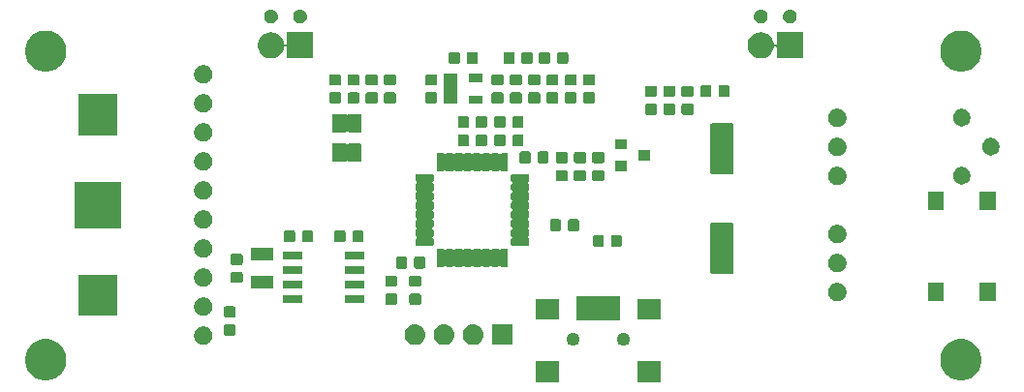
<source format=gbr>
G04 #@! TF.GenerationSoftware,KiCad,Pcbnew,(5.1.0)-1*
G04 #@! TF.CreationDate,2021-04-12T00:50:47+02:00*
G04 #@! TF.ProjectId,Drehzahlmesser,44726568-7a61-4686-9c6d-65737365722e,rev?*
G04 #@! TF.SameCoordinates,Original*
G04 #@! TF.FileFunction,Soldermask,Top*
G04 #@! TF.FilePolarity,Negative*
%FSLAX46Y46*%
G04 Gerber Fmt 4.6, Leading zero omitted, Abs format (unit mm)*
G04 Created by KiCad (PCBNEW (5.1.0)-1) date 2021-04-12 00:50:47*
%MOMM*%
%LPD*%
G04 APERTURE LIST*
%ADD10C,0.100000*%
G04 APERTURE END LIST*
D10*
G36*
X148101000Y-82151000D02*
G01*
X145999000Y-82151000D01*
X145999000Y-80349000D01*
X148101000Y-80349000D01*
X148101000Y-82151000D01*
X148101000Y-82151000D01*
G37*
G36*
X139201000Y-82151000D02*
G01*
X137099000Y-82151000D01*
X137099000Y-80349000D01*
X139201000Y-80349000D01*
X139201000Y-82151000D01*
X139201000Y-82151000D01*
G37*
G36*
X174825331Y-78468211D02*
G01*
X175153092Y-78603974D01*
X175448070Y-78801072D01*
X175698928Y-79051930D01*
X175896026Y-79346908D01*
X176031789Y-79674669D01*
X176101000Y-80022616D01*
X176101000Y-80377384D01*
X176031789Y-80725331D01*
X175896026Y-81053092D01*
X175698928Y-81348070D01*
X175448070Y-81598928D01*
X175153092Y-81796026D01*
X174825331Y-81931789D01*
X174477384Y-82001000D01*
X174122616Y-82001000D01*
X173774669Y-81931789D01*
X173446908Y-81796026D01*
X173151930Y-81598928D01*
X172901072Y-81348070D01*
X172703974Y-81053092D01*
X172568211Y-80725331D01*
X172499000Y-80377384D01*
X172499000Y-80022616D01*
X172568211Y-79674669D01*
X172703974Y-79346908D01*
X172901072Y-79051930D01*
X173151930Y-78801072D01*
X173446908Y-78603974D01*
X173774669Y-78468211D01*
X174122616Y-78399000D01*
X174477384Y-78399000D01*
X174825331Y-78468211D01*
X174825331Y-78468211D01*
G37*
G36*
X94825331Y-78468211D02*
G01*
X95153092Y-78603974D01*
X95448070Y-78801072D01*
X95698928Y-79051930D01*
X95896026Y-79346908D01*
X96031789Y-79674669D01*
X96101000Y-80022616D01*
X96101000Y-80377384D01*
X96031789Y-80725331D01*
X95896026Y-81053092D01*
X95698928Y-81348070D01*
X95448070Y-81598928D01*
X95153092Y-81796026D01*
X94825331Y-81931789D01*
X94477384Y-82001000D01*
X94122616Y-82001000D01*
X93774669Y-81931789D01*
X93446908Y-81796026D01*
X93151930Y-81598928D01*
X92901072Y-81348070D01*
X92703974Y-81053092D01*
X92568211Y-80725331D01*
X92499000Y-80377384D01*
X92499000Y-80022616D01*
X92568211Y-79674669D01*
X92703974Y-79346908D01*
X92901072Y-79051930D01*
X93151930Y-78801072D01*
X93446908Y-78603974D01*
X93774669Y-78468211D01*
X94122616Y-78399000D01*
X94477384Y-78399000D01*
X94825331Y-78468211D01*
X94825331Y-78468211D01*
G37*
G36*
X140560721Y-77870174D02*
G01*
X140660995Y-77911709D01*
X140687757Y-77929591D01*
X140751242Y-77972010D01*
X140827990Y-78048758D01*
X140843463Y-78071915D01*
X140888291Y-78139005D01*
X140929826Y-78239279D01*
X140951000Y-78345730D01*
X140951000Y-78454270D01*
X140929826Y-78560721D01*
X140888291Y-78660995D01*
X140888290Y-78660996D01*
X140827990Y-78751242D01*
X140751242Y-78827990D01*
X140738591Y-78836443D01*
X140660995Y-78888291D01*
X140560721Y-78929826D01*
X140454270Y-78951000D01*
X140345730Y-78951000D01*
X140239279Y-78929826D01*
X140139005Y-78888291D01*
X140061409Y-78836443D01*
X140048758Y-78827990D01*
X139972010Y-78751242D01*
X139911710Y-78660996D01*
X139911709Y-78660995D01*
X139870174Y-78560721D01*
X139849000Y-78454270D01*
X139849000Y-78345730D01*
X139870174Y-78239279D01*
X139911709Y-78139005D01*
X139956537Y-78071915D01*
X139972010Y-78048758D01*
X140048758Y-77972010D01*
X140112243Y-77929591D01*
X140139005Y-77911709D01*
X140239279Y-77870174D01*
X140345730Y-77849000D01*
X140454270Y-77849000D01*
X140560721Y-77870174D01*
X140560721Y-77870174D01*
G37*
G36*
X144960721Y-77870174D02*
G01*
X145060995Y-77911709D01*
X145087757Y-77929591D01*
X145151242Y-77972010D01*
X145227990Y-78048758D01*
X145243463Y-78071915D01*
X145288291Y-78139005D01*
X145329826Y-78239279D01*
X145351000Y-78345730D01*
X145351000Y-78454270D01*
X145329826Y-78560721D01*
X145288291Y-78660995D01*
X145288290Y-78660996D01*
X145227990Y-78751242D01*
X145151242Y-78827990D01*
X145138591Y-78836443D01*
X145060995Y-78888291D01*
X144960721Y-78929826D01*
X144854270Y-78951000D01*
X144745730Y-78951000D01*
X144639279Y-78929826D01*
X144539005Y-78888291D01*
X144461409Y-78836443D01*
X144448758Y-78827990D01*
X144372010Y-78751242D01*
X144311710Y-78660996D01*
X144311709Y-78660995D01*
X144270174Y-78560721D01*
X144249000Y-78454270D01*
X144249000Y-78345730D01*
X144270174Y-78239279D01*
X144311709Y-78139005D01*
X144356537Y-78071915D01*
X144372010Y-78048758D01*
X144448758Y-77972010D01*
X144512243Y-77929591D01*
X144539005Y-77911709D01*
X144639279Y-77870174D01*
X144745730Y-77849000D01*
X144854270Y-77849000D01*
X144960721Y-77870174D01*
X144960721Y-77870174D01*
G37*
G36*
X108322142Y-77313242D02*
G01*
X108470101Y-77374529D01*
X108603255Y-77463499D01*
X108716501Y-77576745D01*
X108805471Y-77709899D01*
X108866758Y-77857858D01*
X108898000Y-78014925D01*
X108898000Y-78175075D01*
X108866758Y-78332142D01*
X108805471Y-78480101D01*
X108716501Y-78613255D01*
X108603255Y-78726501D01*
X108470101Y-78815471D01*
X108322142Y-78876758D01*
X108165075Y-78908000D01*
X108004925Y-78908000D01*
X107847858Y-78876758D01*
X107699899Y-78815471D01*
X107566745Y-78726501D01*
X107453499Y-78613255D01*
X107364529Y-78480101D01*
X107303242Y-78332142D01*
X107272000Y-78175075D01*
X107272000Y-78014925D01*
X107303242Y-77857858D01*
X107364529Y-77709899D01*
X107453499Y-77576745D01*
X107566745Y-77463499D01*
X107699899Y-77374529D01*
X107847858Y-77313242D01*
X108004925Y-77282000D01*
X108165075Y-77282000D01*
X108322142Y-77313242D01*
X108322142Y-77313242D01*
G37*
G36*
X131751908Y-77103693D02*
G01*
X131836627Y-77112037D01*
X132006466Y-77163557D01*
X132162991Y-77247222D01*
X132198729Y-77276552D01*
X132300186Y-77359814D01*
X132383448Y-77461271D01*
X132412778Y-77497009D01*
X132496443Y-77653534D01*
X132547963Y-77823373D01*
X132565359Y-78000000D01*
X132547963Y-78176627D01*
X132496443Y-78346466D01*
X132412778Y-78502991D01*
X132383448Y-78538729D01*
X132300186Y-78640186D01*
X132198729Y-78723448D01*
X132162991Y-78752778D01*
X132162989Y-78752779D01*
X132022279Y-78827991D01*
X132006466Y-78836443D01*
X131836627Y-78887963D01*
X131770442Y-78894482D01*
X131704260Y-78901000D01*
X131615740Y-78901000D01*
X131549558Y-78894482D01*
X131483373Y-78887963D01*
X131313534Y-78836443D01*
X131297722Y-78827991D01*
X131157011Y-78752779D01*
X131157009Y-78752778D01*
X131121271Y-78723448D01*
X131019814Y-78640186D01*
X130936552Y-78538729D01*
X130907222Y-78502991D01*
X130823557Y-78346466D01*
X130772037Y-78176627D01*
X130754641Y-78000000D01*
X130772037Y-77823373D01*
X130823557Y-77653534D01*
X130907222Y-77497009D01*
X130936552Y-77461271D01*
X131019814Y-77359814D01*
X131121271Y-77276552D01*
X131157009Y-77247222D01*
X131313534Y-77163557D01*
X131483373Y-77112037D01*
X131568092Y-77103693D01*
X131615740Y-77099000D01*
X131704260Y-77099000D01*
X131751908Y-77103693D01*
X131751908Y-77103693D01*
G37*
G36*
X135101000Y-78901000D02*
G01*
X133299000Y-78901000D01*
X133299000Y-77099000D01*
X135101000Y-77099000D01*
X135101000Y-78901000D01*
X135101000Y-78901000D01*
G37*
G36*
X129211908Y-77103693D02*
G01*
X129296627Y-77112037D01*
X129466466Y-77163557D01*
X129622991Y-77247222D01*
X129658729Y-77276552D01*
X129760186Y-77359814D01*
X129843448Y-77461271D01*
X129872778Y-77497009D01*
X129956443Y-77653534D01*
X130007963Y-77823373D01*
X130025359Y-78000000D01*
X130007963Y-78176627D01*
X129956443Y-78346466D01*
X129872778Y-78502991D01*
X129843448Y-78538729D01*
X129760186Y-78640186D01*
X129658729Y-78723448D01*
X129622991Y-78752778D01*
X129622989Y-78752779D01*
X129482279Y-78827991D01*
X129466466Y-78836443D01*
X129296627Y-78887963D01*
X129230442Y-78894482D01*
X129164260Y-78901000D01*
X129075740Y-78901000D01*
X129009558Y-78894482D01*
X128943373Y-78887963D01*
X128773534Y-78836443D01*
X128757722Y-78827991D01*
X128617011Y-78752779D01*
X128617009Y-78752778D01*
X128581271Y-78723448D01*
X128479814Y-78640186D01*
X128396552Y-78538729D01*
X128367222Y-78502991D01*
X128283557Y-78346466D01*
X128232037Y-78176627D01*
X128214641Y-78000000D01*
X128232037Y-77823373D01*
X128283557Y-77653534D01*
X128367222Y-77497009D01*
X128396552Y-77461271D01*
X128479814Y-77359814D01*
X128581271Y-77276552D01*
X128617009Y-77247222D01*
X128773534Y-77163557D01*
X128943373Y-77112037D01*
X129028092Y-77103693D01*
X129075740Y-77099000D01*
X129164260Y-77099000D01*
X129211908Y-77103693D01*
X129211908Y-77103693D01*
G37*
G36*
X126671908Y-77103693D02*
G01*
X126756627Y-77112037D01*
X126926466Y-77163557D01*
X127082991Y-77247222D01*
X127118729Y-77276552D01*
X127220186Y-77359814D01*
X127303448Y-77461271D01*
X127332778Y-77497009D01*
X127416443Y-77653534D01*
X127467963Y-77823373D01*
X127485359Y-78000000D01*
X127467963Y-78176627D01*
X127416443Y-78346466D01*
X127332778Y-78502991D01*
X127303448Y-78538729D01*
X127220186Y-78640186D01*
X127118729Y-78723448D01*
X127082991Y-78752778D01*
X127082989Y-78752779D01*
X126942279Y-78827991D01*
X126926466Y-78836443D01*
X126756627Y-78887963D01*
X126690442Y-78894482D01*
X126624260Y-78901000D01*
X126535740Y-78901000D01*
X126469558Y-78894482D01*
X126403373Y-78887963D01*
X126233534Y-78836443D01*
X126217722Y-78827991D01*
X126077011Y-78752779D01*
X126077009Y-78752778D01*
X126041271Y-78723448D01*
X125939814Y-78640186D01*
X125856552Y-78538729D01*
X125827222Y-78502991D01*
X125743557Y-78346466D01*
X125692037Y-78176627D01*
X125674641Y-78000000D01*
X125692037Y-77823373D01*
X125743557Y-77653534D01*
X125827222Y-77497009D01*
X125856552Y-77461271D01*
X125939814Y-77359814D01*
X126041271Y-77276552D01*
X126077009Y-77247222D01*
X126233534Y-77163557D01*
X126403373Y-77112037D01*
X126488092Y-77103693D01*
X126535740Y-77099000D01*
X126624260Y-77099000D01*
X126671908Y-77103693D01*
X126671908Y-77103693D01*
G37*
G36*
X110779591Y-77103085D02*
G01*
X110813569Y-77113393D01*
X110844890Y-77130134D01*
X110872339Y-77152661D01*
X110894866Y-77180110D01*
X110911607Y-77211431D01*
X110921915Y-77245409D01*
X110926000Y-77286890D01*
X110926000Y-77888110D01*
X110921915Y-77929591D01*
X110911607Y-77963569D01*
X110894866Y-77994890D01*
X110872339Y-78022339D01*
X110844890Y-78044866D01*
X110813569Y-78061607D01*
X110779591Y-78071915D01*
X110738110Y-78076000D01*
X110061890Y-78076000D01*
X110020409Y-78071915D01*
X109986431Y-78061607D01*
X109955110Y-78044866D01*
X109927661Y-78022339D01*
X109905134Y-77994890D01*
X109888393Y-77963569D01*
X109878085Y-77929591D01*
X109874000Y-77888110D01*
X109874000Y-77286890D01*
X109878085Y-77245409D01*
X109888393Y-77211431D01*
X109905134Y-77180110D01*
X109927661Y-77152661D01*
X109955110Y-77130134D01*
X109986431Y-77113393D01*
X110020409Y-77103085D01*
X110061890Y-77099000D01*
X110738110Y-77099000D01*
X110779591Y-77103085D01*
X110779591Y-77103085D01*
G37*
G36*
X144501000Y-76751000D02*
G01*
X140699000Y-76751000D01*
X140699000Y-74649000D01*
X144501000Y-74649000D01*
X144501000Y-76751000D01*
X144501000Y-76751000D01*
G37*
G36*
X148101000Y-76701000D02*
G01*
X145999000Y-76701000D01*
X145999000Y-74899000D01*
X148101000Y-74899000D01*
X148101000Y-76701000D01*
X148101000Y-76701000D01*
G37*
G36*
X139201000Y-76701000D02*
G01*
X137099000Y-76701000D01*
X137099000Y-74899000D01*
X139201000Y-74899000D01*
X139201000Y-76701000D01*
X139201000Y-76701000D01*
G37*
G36*
X110779591Y-75528085D02*
G01*
X110813569Y-75538393D01*
X110844890Y-75555134D01*
X110872339Y-75577661D01*
X110894866Y-75605110D01*
X110911607Y-75636431D01*
X110921915Y-75670409D01*
X110926000Y-75711890D01*
X110926000Y-76313110D01*
X110921915Y-76354591D01*
X110911607Y-76388569D01*
X110894866Y-76419890D01*
X110872339Y-76447339D01*
X110844890Y-76469866D01*
X110813569Y-76486607D01*
X110779591Y-76496915D01*
X110738110Y-76501000D01*
X110061890Y-76501000D01*
X110020409Y-76496915D01*
X109986431Y-76486607D01*
X109955110Y-76469866D01*
X109927661Y-76447339D01*
X109905134Y-76419890D01*
X109888393Y-76388569D01*
X109878085Y-76354591D01*
X109874000Y-76313110D01*
X109874000Y-75711890D01*
X109878085Y-75670409D01*
X109888393Y-75636431D01*
X109905134Y-75605110D01*
X109927661Y-75577661D01*
X109955110Y-75555134D01*
X109986431Y-75538393D01*
X110020409Y-75528085D01*
X110061890Y-75524000D01*
X110738110Y-75524000D01*
X110779591Y-75528085D01*
X110779591Y-75528085D01*
G37*
G36*
X108322142Y-74773242D02*
G01*
X108470101Y-74834529D01*
X108603255Y-74923499D01*
X108716501Y-75036745D01*
X108805471Y-75169899D01*
X108866758Y-75317858D01*
X108898000Y-75474925D01*
X108898000Y-75635075D01*
X108866758Y-75792142D01*
X108805471Y-75940101D01*
X108716501Y-76073255D01*
X108603255Y-76186501D01*
X108470101Y-76275471D01*
X108322142Y-76336758D01*
X108165075Y-76368000D01*
X108004925Y-76368000D01*
X107847858Y-76336758D01*
X107699899Y-76275471D01*
X107566745Y-76186501D01*
X107453499Y-76073255D01*
X107364529Y-75940101D01*
X107303242Y-75792142D01*
X107272000Y-75635075D01*
X107272000Y-75474925D01*
X107303242Y-75317858D01*
X107364529Y-75169899D01*
X107453499Y-75036745D01*
X107566745Y-74923499D01*
X107699899Y-74834529D01*
X107847858Y-74773242D01*
X108004925Y-74742000D01*
X108165075Y-74742000D01*
X108322142Y-74773242D01*
X108322142Y-74773242D01*
G37*
G36*
X100561000Y-76361000D02*
G01*
X97159000Y-76361000D01*
X97159000Y-72759000D01*
X100561000Y-72759000D01*
X100561000Y-76361000D01*
X100561000Y-76361000D01*
G37*
G36*
X126979591Y-74403085D02*
G01*
X127013569Y-74413393D01*
X127044890Y-74430134D01*
X127072339Y-74452661D01*
X127094866Y-74480110D01*
X127111607Y-74511431D01*
X127121915Y-74545409D01*
X127126000Y-74586890D01*
X127126000Y-75188110D01*
X127121915Y-75229591D01*
X127111607Y-75263569D01*
X127094866Y-75294890D01*
X127072339Y-75322339D01*
X127044890Y-75344866D01*
X127013569Y-75361607D01*
X126979591Y-75371915D01*
X126938110Y-75376000D01*
X126261890Y-75376000D01*
X126220409Y-75371915D01*
X126186431Y-75361607D01*
X126155110Y-75344866D01*
X126127661Y-75322339D01*
X126105134Y-75294890D01*
X126088393Y-75263569D01*
X126078085Y-75229591D01*
X126074000Y-75188110D01*
X126074000Y-74586890D01*
X126078085Y-74545409D01*
X126088393Y-74511431D01*
X126105134Y-74480110D01*
X126127661Y-74452661D01*
X126155110Y-74430134D01*
X126186431Y-74413393D01*
X126220409Y-74403085D01*
X126261890Y-74399000D01*
X126938110Y-74399000D01*
X126979591Y-74403085D01*
X126979591Y-74403085D01*
G37*
G36*
X124879591Y-74403085D02*
G01*
X124913569Y-74413393D01*
X124944890Y-74430134D01*
X124972339Y-74452661D01*
X124994866Y-74480110D01*
X125011607Y-74511431D01*
X125021915Y-74545409D01*
X125026000Y-74586890D01*
X125026000Y-75188110D01*
X125021915Y-75229591D01*
X125011607Y-75263569D01*
X124994866Y-75294890D01*
X124972339Y-75322339D01*
X124944890Y-75344866D01*
X124913569Y-75361607D01*
X124879591Y-75371915D01*
X124838110Y-75376000D01*
X124161890Y-75376000D01*
X124120409Y-75371915D01*
X124086431Y-75361607D01*
X124055110Y-75344866D01*
X124027661Y-75322339D01*
X124005134Y-75294890D01*
X123988393Y-75263569D01*
X123978085Y-75229591D01*
X123974000Y-75188110D01*
X123974000Y-74586890D01*
X123978085Y-74545409D01*
X123988393Y-74511431D01*
X124005134Y-74480110D01*
X124027661Y-74452661D01*
X124055110Y-74430134D01*
X124086431Y-74413393D01*
X124120409Y-74403085D01*
X124161890Y-74399000D01*
X124838110Y-74399000D01*
X124879591Y-74403085D01*
X124879591Y-74403085D01*
G37*
G36*
X116726000Y-75256000D02*
G01*
X115074000Y-75256000D01*
X115074000Y-74554000D01*
X116726000Y-74554000D01*
X116726000Y-75256000D01*
X116726000Y-75256000D01*
G37*
G36*
X122126000Y-75256000D02*
G01*
X120474000Y-75256000D01*
X120474000Y-74554000D01*
X122126000Y-74554000D01*
X122126000Y-75256000D01*
X122126000Y-75256000D01*
G37*
G36*
X163722142Y-73503242D02*
G01*
X163870101Y-73564529D01*
X164003255Y-73653499D01*
X164116501Y-73766745D01*
X164205471Y-73899899D01*
X164266758Y-74047858D01*
X164298000Y-74204925D01*
X164298000Y-74365075D01*
X164266758Y-74522142D01*
X164205471Y-74670101D01*
X164116501Y-74803255D01*
X164003255Y-74916501D01*
X163870101Y-75005471D01*
X163722142Y-75066758D01*
X163565075Y-75098000D01*
X163404925Y-75098000D01*
X163247858Y-75066758D01*
X163099899Y-75005471D01*
X162966745Y-74916501D01*
X162853499Y-74803255D01*
X162764529Y-74670101D01*
X162703242Y-74522142D01*
X162672000Y-74365075D01*
X162672000Y-74204925D01*
X162703242Y-74047858D01*
X162764529Y-73899899D01*
X162853499Y-73766745D01*
X162966745Y-73653499D01*
X163099899Y-73564529D01*
X163247858Y-73503242D01*
X163404925Y-73472000D01*
X163565075Y-73472000D01*
X163722142Y-73503242D01*
X163722142Y-73503242D01*
G37*
G36*
X177321000Y-75096000D02*
G01*
X175919000Y-75096000D01*
X175919000Y-73444000D01*
X177321000Y-73444000D01*
X177321000Y-75096000D01*
X177321000Y-75096000D01*
G37*
G36*
X172821000Y-75096000D02*
G01*
X171419000Y-75096000D01*
X171419000Y-73444000D01*
X172821000Y-73444000D01*
X172821000Y-75096000D01*
X172821000Y-75096000D01*
G37*
G36*
X114151000Y-74001000D02*
G01*
X112249000Y-74001000D01*
X112249000Y-72899000D01*
X114151000Y-72899000D01*
X114151000Y-74001000D01*
X114151000Y-74001000D01*
G37*
G36*
X116726000Y-73986000D02*
G01*
X115074000Y-73986000D01*
X115074000Y-73284000D01*
X116726000Y-73284000D01*
X116726000Y-73986000D01*
X116726000Y-73986000D01*
G37*
G36*
X122126000Y-73986000D02*
G01*
X120474000Y-73986000D01*
X120474000Y-73284000D01*
X122126000Y-73284000D01*
X122126000Y-73986000D01*
X122126000Y-73986000D01*
G37*
G36*
X108322142Y-72233242D02*
G01*
X108470101Y-72294529D01*
X108603255Y-72383499D01*
X108716501Y-72496745D01*
X108805471Y-72629899D01*
X108866758Y-72777858D01*
X108898000Y-72934925D01*
X108898000Y-73095075D01*
X108866758Y-73252142D01*
X108805471Y-73400101D01*
X108716501Y-73533255D01*
X108603255Y-73646501D01*
X108470101Y-73735471D01*
X108322142Y-73796758D01*
X108165075Y-73828000D01*
X108004925Y-73828000D01*
X107847858Y-73796758D01*
X107699899Y-73735471D01*
X107566745Y-73646501D01*
X107453499Y-73533255D01*
X107364529Y-73400101D01*
X107303242Y-73252142D01*
X107272000Y-73095075D01*
X107272000Y-72934925D01*
X107303242Y-72777858D01*
X107364529Y-72629899D01*
X107453499Y-72496745D01*
X107566745Y-72383499D01*
X107699899Y-72294529D01*
X107847858Y-72233242D01*
X108004925Y-72202000D01*
X108165075Y-72202000D01*
X108322142Y-72233242D01*
X108322142Y-72233242D01*
G37*
G36*
X126979591Y-72828085D02*
G01*
X127013569Y-72838393D01*
X127044890Y-72855134D01*
X127072339Y-72877661D01*
X127094866Y-72905110D01*
X127111607Y-72936431D01*
X127121915Y-72970409D01*
X127126000Y-73011890D01*
X127126000Y-73613110D01*
X127121915Y-73654591D01*
X127111607Y-73688569D01*
X127094866Y-73719890D01*
X127072339Y-73747339D01*
X127044890Y-73769866D01*
X127013569Y-73786607D01*
X126979591Y-73796915D01*
X126938110Y-73801000D01*
X126261890Y-73801000D01*
X126220409Y-73796915D01*
X126186431Y-73786607D01*
X126155110Y-73769866D01*
X126127661Y-73747339D01*
X126105134Y-73719890D01*
X126088393Y-73688569D01*
X126078085Y-73654591D01*
X126074000Y-73613110D01*
X126074000Y-73011890D01*
X126078085Y-72970409D01*
X126088393Y-72936431D01*
X126105134Y-72905110D01*
X126127661Y-72877661D01*
X126155110Y-72855134D01*
X126186431Y-72838393D01*
X126220409Y-72828085D01*
X126261890Y-72824000D01*
X126938110Y-72824000D01*
X126979591Y-72828085D01*
X126979591Y-72828085D01*
G37*
G36*
X124879591Y-72828085D02*
G01*
X124913569Y-72838393D01*
X124944890Y-72855134D01*
X124972339Y-72877661D01*
X124994866Y-72905110D01*
X125011607Y-72936431D01*
X125021915Y-72970409D01*
X125026000Y-73011890D01*
X125026000Y-73613110D01*
X125021915Y-73654591D01*
X125011607Y-73688569D01*
X124994866Y-73719890D01*
X124972339Y-73747339D01*
X124944890Y-73769866D01*
X124913569Y-73786607D01*
X124879591Y-73796915D01*
X124838110Y-73801000D01*
X124161890Y-73801000D01*
X124120409Y-73796915D01*
X124086431Y-73786607D01*
X124055110Y-73769866D01*
X124027661Y-73747339D01*
X124005134Y-73719890D01*
X123988393Y-73688569D01*
X123978085Y-73654591D01*
X123974000Y-73613110D01*
X123974000Y-73011890D01*
X123978085Y-72970409D01*
X123988393Y-72936431D01*
X124005134Y-72905110D01*
X124027661Y-72877661D01*
X124055110Y-72855134D01*
X124086431Y-72838393D01*
X124120409Y-72828085D01*
X124161890Y-72824000D01*
X124838110Y-72824000D01*
X124879591Y-72828085D01*
X124879591Y-72828085D01*
G37*
G36*
X111379591Y-72503085D02*
G01*
X111413569Y-72513393D01*
X111444890Y-72530134D01*
X111472339Y-72552661D01*
X111494866Y-72580110D01*
X111511607Y-72611431D01*
X111521915Y-72645409D01*
X111526000Y-72686890D01*
X111526000Y-73288110D01*
X111521915Y-73329591D01*
X111511607Y-73363569D01*
X111494866Y-73394890D01*
X111472339Y-73422339D01*
X111444890Y-73444866D01*
X111413569Y-73461607D01*
X111379591Y-73471915D01*
X111338110Y-73476000D01*
X110661890Y-73476000D01*
X110620409Y-73471915D01*
X110586431Y-73461607D01*
X110555110Y-73444866D01*
X110527661Y-73422339D01*
X110505134Y-73394890D01*
X110488393Y-73363569D01*
X110478085Y-73329591D01*
X110474000Y-73288110D01*
X110474000Y-72686890D01*
X110478085Y-72645409D01*
X110488393Y-72611431D01*
X110505134Y-72580110D01*
X110527661Y-72552661D01*
X110555110Y-72530134D01*
X110586431Y-72513393D01*
X110620409Y-72503085D01*
X110661890Y-72499000D01*
X111338110Y-72499000D01*
X111379591Y-72503085D01*
X111379591Y-72503085D01*
G37*
G36*
X116726000Y-72716000D02*
G01*
X115074000Y-72716000D01*
X115074000Y-72014000D01*
X116726000Y-72014000D01*
X116726000Y-72716000D01*
X116726000Y-72716000D01*
G37*
G36*
X122126000Y-72716000D02*
G01*
X120474000Y-72716000D01*
X120474000Y-72014000D01*
X122126000Y-72014000D01*
X122126000Y-72716000D01*
X122126000Y-72716000D01*
G37*
G36*
X154262986Y-68202885D02*
G01*
X154295014Y-68212601D01*
X154324524Y-68228374D01*
X154350394Y-68249606D01*
X154371626Y-68275476D01*
X154387399Y-68304986D01*
X154397115Y-68337014D01*
X154401000Y-68376457D01*
X154401000Y-72523543D01*
X154397115Y-72562986D01*
X154387399Y-72595014D01*
X154371626Y-72624524D01*
X154350394Y-72650394D01*
X154324524Y-72671626D01*
X154295014Y-72687399D01*
X154262986Y-72697115D01*
X154223543Y-72701000D01*
X152576457Y-72701000D01*
X152537014Y-72697115D01*
X152504986Y-72687399D01*
X152475476Y-72671626D01*
X152449606Y-72650394D01*
X152428374Y-72624524D01*
X152412601Y-72595014D01*
X152402885Y-72562986D01*
X152399000Y-72523543D01*
X152399000Y-68376457D01*
X152402885Y-68337014D01*
X152412601Y-68304986D01*
X152428374Y-68275476D01*
X152449606Y-68249606D01*
X152475476Y-68228374D01*
X152504986Y-68212601D01*
X152537014Y-68202885D01*
X152576457Y-68199000D01*
X154223543Y-68199000D01*
X154262986Y-68202885D01*
X154262986Y-68202885D01*
G37*
G36*
X163722142Y-70963242D02*
G01*
X163870101Y-71024529D01*
X164003255Y-71113499D01*
X164116501Y-71226745D01*
X164205471Y-71359899D01*
X164266758Y-71507858D01*
X164298000Y-71664925D01*
X164298000Y-71825075D01*
X164266758Y-71982142D01*
X164205471Y-72130101D01*
X164116501Y-72263255D01*
X164003255Y-72376501D01*
X163870101Y-72465471D01*
X163722142Y-72526758D01*
X163565075Y-72558000D01*
X163404925Y-72558000D01*
X163247858Y-72526758D01*
X163099899Y-72465471D01*
X162966745Y-72376501D01*
X162853499Y-72263255D01*
X162764529Y-72130101D01*
X162703242Y-71982142D01*
X162672000Y-71825075D01*
X162672000Y-71664925D01*
X162703242Y-71507858D01*
X162764529Y-71359899D01*
X162853499Y-71226745D01*
X162966745Y-71113499D01*
X163099899Y-71024529D01*
X163247858Y-70963242D01*
X163404925Y-70932000D01*
X163565075Y-70932000D01*
X163722142Y-70963242D01*
X163722142Y-70963242D01*
G37*
G36*
X127329591Y-71178085D02*
G01*
X127363569Y-71188393D01*
X127394890Y-71205134D01*
X127422339Y-71227661D01*
X127444866Y-71255110D01*
X127461607Y-71286431D01*
X127471915Y-71320409D01*
X127476000Y-71361890D01*
X127476000Y-72038110D01*
X127471915Y-72079591D01*
X127461607Y-72113569D01*
X127444866Y-72144890D01*
X127422339Y-72172339D01*
X127394890Y-72194866D01*
X127363569Y-72211607D01*
X127329591Y-72221915D01*
X127288110Y-72226000D01*
X126686890Y-72226000D01*
X126645409Y-72221915D01*
X126611431Y-72211607D01*
X126580110Y-72194866D01*
X126552661Y-72172339D01*
X126530134Y-72144890D01*
X126513393Y-72113569D01*
X126503085Y-72079591D01*
X126499000Y-72038110D01*
X126499000Y-71361890D01*
X126503085Y-71320409D01*
X126513393Y-71286431D01*
X126530134Y-71255110D01*
X126552661Y-71227661D01*
X126580110Y-71205134D01*
X126611431Y-71188393D01*
X126645409Y-71178085D01*
X126686890Y-71174000D01*
X127288110Y-71174000D01*
X127329591Y-71178085D01*
X127329591Y-71178085D01*
G37*
G36*
X125754591Y-71178085D02*
G01*
X125788569Y-71188393D01*
X125819890Y-71205134D01*
X125847339Y-71227661D01*
X125869866Y-71255110D01*
X125886607Y-71286431D01*
X125896915Y-71320409D01*
X125901000Y-71361890D01*
X125901000Y-72038110D01*
X125896915Y-72079591D01*
X125886607Y-72113569D01*
X125869866Y-72144890D01*
X125847339Y-72172339D01*
X125819890Y-72194866D01*
X125788569Y-72211607D01*
X125754591Y-72221915D01*
X125713110Y-72226000D01*
X125111890Y-72226000D01*
X125070409Y-72221915D01*
X125036431Y-72211607D01*
X125005110Y-72194866D01*
X124977661Y-72172339D01*
X124955134Y-72144890D01*
X124938393Y-72113569D01*
X124928085Y-72079591D01*
X124924000Y-72038110D01*
X124924000Y-71361890D01*
X124928085Y-71320409D01*
X124938393Y-71286431D01*
X124955134Y-71255110D01*
X124977661Y-71227661D01*
X125005110Y-71205134D01*
X125036431Y-71188393D01*
X125070409Y-71178085D01*
X125111890Y-71174000D01*
X125713110Y-71174000D01*
X125754591Y-71178085D01*
X125754591Y-71178085D01*
G37*
G36*
X129030051Y-70476284D02*
G01*
X129046443Y-70481257D01*
X129061555Y-70489334D01*
X129074798Y-70500202D01*
X129085667Y-70513447D01*
X129089761Y-70521106D01*
X129103374Y-70541480D01*
X129120701Y-70558807D01*
X129141076Y-70572421D01*
X129163714Y-70581798D01*
X129187748Y-70586579D01*
X129212252Y-70586579D01*
X129236285Y-70581799D01*
X129258924Y-70572421D01*
X129279298Y-70558808D01*
X129296625Y-70541481D01*
X129310239Y-70521106D01*
X129314333Y-70513447D01*
X129325202Y-70500202D01*
X129338445Y-70489334D01*
X129353557Y-70481257D01*
X129369949Y-70476284D01*
X129393141Y-70474000D01*
X129806859Y-70474000D01*
X129830051Y-70476284D01*
X129846443Y-70481257D01*
X129861555Y-70489334D01*
X129874798Y-70500202D01*
X129885667Y-70513447D01*
X129889761Y-70521106D01*
X129903374Y-70541480D01*
X129920701Y-70558807D01*
X129941076Y-70572421D01*
X129963714Y-70581798D01*
X129987748Y-70586579D01*
X130012252Y-70586579D01*
X130036285Y-70581799D01*
X130058924Y-70572421D01*
X130079298Y-70558808D01*
X130096625Y-70541481D01*
X130110239Y-70521106D01*
X130114333Y-70513447D01*
X130125202Y-70500202D01*
X130138445Y-70489334D01*
X130153557Y-70481257D01*
X130169949Y-70476284D01*
X130193141Y-70474000D01*
X130606859Y-70474000D01*
X130630051Y-70476284D01*
X130646443Y-70481257D01*
X130661555Y-70489334D01*
X130674798Y-70500202D01*
X130685667Y-70513447D01*
X130689761Y-70521106D01*
X130703374Y-70541480D01*
X130720701Y-70558807D01*
X130741076Y-70572421D01*
X130763714Y-70581798D01*
X130787748Y-70586579D01*
X130812252Y-70586579D01*
X130836285Y-70581799D01*
X130858924Y-70572421D01*
X130879298Y-70558808D01*
X130896625Y-70541481D01*
X130910239Y-70521106D01*
X130914333Y-70513447D01*
X130925202Y-70500202D01*
X130938445Y-70489334D01*
X130953557Y-70481257D01*
X130969949Y-70476284D01*
X130993141Y-70474000D01*
X131406859Y-70474000D01*
X131430051Y-70476284D01*
X131446443Y-70481257D01*
X131461555Y-70489334D01*
X131474798Y-70500202D01*
X131485667Y-70513447D01*
X131489761Y-70521106D01*
X131503374Y-70541480D01*
X131520701Y-70558807D01*
X131541076Y-70572421D01*
X131563714Y-70581798D01*
X131587748Y-70586579D01*
X131612252Y-70586579D01*
X131636285Y-70581799D01*
X131658924Y-70572421D01*
X131679298Y-70558808D01*
X131696625Y-70541481D01*
X131710239Y-70521106D01*
X131714333Y-70513447D01*
X131725202Y-70500202D01*
X131738445Y-70489334D01*
X131753557Y-70481257D01*
X131769949Y-70476284D01*
X131793141Y-70474000D01*
X132206859Y-70474000D01*
X132230051Y-70476284D01*
X132246443Y-70481257D01*
X132261555Y-70489334D01*
X132274798Y-70500202D01*
X132285667Y-70513447D01*
X132289761Y-70521106D01*
X132303374Y-70541480D01*
X132320701Y-70558807D01*
X132341076Y-70572421D01*
X132363714Y-70581798D01*
X132387748Y-70586579D01*
X132412252Y-70586579D01*
X132436285Y-70581799D01*
X132458924Y-70572421D01*
X132479298Y-70558808D01*
X132496625Y-70541481D01*
X132510239Y-70521106D01*
X132514333Y-70513447D01*
X132525202Y-70500202D01*
X132538445Y-70489334D01*
X132553557Y-70481257D01*
X132569949Y-70476284D01*
X132593141Y-70474000D01*
X133006859Y-70474000D01*
X133030051Y-70476284D01*
X133046443Y-70481257D01*
X133061555Y-70489334D01*
X133074798Y-70500202D01*
X133085667Y-70513447D01*
X133089761Y-70521106D01*
X133103374Y-70541480D01*
X133120701Y-70558807D01*
X133141076Y-70572421D01*
X133163714Y-70581798D01*
X133187748Y-70586579D01*
X133212252Y-70586579D01*
X133236285Y-70581799D01*
X133258924Y-70572421D01*
X133279298Y-70558808D01*
X133296625Y-70541481D01*
X133310239Y-70521106D01*
X133314333Y-70513447D01*
X133325202Y-70500202D01*
X133338445Y-70489334D01*
X133353557Y-70481257D01*
X133369949Y-70476284D01*
X133393141Y-70474000D01*
X133806859Y-70474000D01*
X133830051Y-70476284D01*
X133846443Y-70481257D01*
X133861555Y-70489334D01*
X133874798Y-70500202D01*
X133885667Y-70513447D01*
X133889761Y-70521106D01*
X133903374Y-70541480D01*
X133920701Y-70558807D01*
X133941076Y-70572421D01*
X133963714Y-70581798D01*
X133987748Y-70586579D01*
X134012252Y-70586579D01*
X134036285Y-70581799D01*
X134058924Y-70572421D01*
X134079298Y-70558808D01*
X134096625Y-70541481D01*
X134110239Y-70521106D01*
X134114333Y-70513447D01*
X134125202Y-70500202D01*
X134138445Y-70489334D01*
X134153557Y-70481257D01*
X134169949Y-70476284D01*
X134193141Y-70474000D01*
X134606859Y-70474000D01*
X134630051Y-70476284D01*
X134646443Y-70481257D01*
X134661555Y-70489334D01*
X134674798Y-70500202D01*
X134685666Y-70513445D01*
X134693743Y-70528557D01*
X134698716Y-70544949D01*
X134701000Y-70568141D01*
X134701000Y-71981859D01*
X134698716Y-72005051D01*
X134693743Y-72021443D01*
X134685666Y-72036555D01*
X134674798Y-72049798D01*
X134661555Y-72060666D01*
X134646443Y-72068743D01*
X134630051Y-72073716D01*
X134606859Y-72076000D01*
X134193141Y-72076000D01*
X134169949Y-72073716D01*
X134153557Y-72068743D01*
X134138445Y-72060666D01*
X134125202Y-72049798D01*
X134114333Y-72036553D01*
X134110239Y-72028894D01*
X134096626Y-72008520D01*
X134079299Y-71991193D01*
X134058924Y-71977579D01*
X134036286Y-71968202D01*
X134012252Y-71963421D01*
X133987748Y-71963421D01*
X133963715Y-71968201D01*
X133941076Y-71977579D01*
X133920702Y-71991192D01*
X133903375Y-72008519D01*
X133889761Y-72028894D01*
X133885667Y-72036553D01*
X133874798Y-72049798D01*
X133861555Y-72060666D01*
X133846443Y-72068743D01*
X133830051Y-72073716D01*
X133806859Y-72076000D01*
X133393141Y-72076000D01*
X133369949Y-72073716D01*
X133353557Y-72068743D01*
X133338445Y-72060666D01*
X133325202Y-72049798D01*
X133314333Y-72036553D01*
X133310239Y-72028894D01*
X133296626Y-72008520D01*
X133279299Y-71991193D01*
X133258924Y-71977579D01*
X133236286Y-71968202D01*
X133212252Y-71963421D01*
X133187748Y-71963421D01*
X133163715Y-71968201D01*
X133141076Y-71977579D01*
X133120702Y-71991192D01*
X133103375Y-72008519D01*
X133089761Y-72028894D01*
X133085667Y-72036553D01*
X133074798Y-72049798D01*
X133061555Y-72060666D01*
X133046443Y-72068743D01*
X133030051Y-72073716D01*
X133006859Y-72076000D01*
X132593141Y-72076000D01*
X132569949Y-72073716D01*
X132553557Y-72068743D01*
X132538445Y-72060666D01*
X132525202Y-72049798D01*
X132514333Y-72036553D01*
X132510239Y-72028894D01*
X132496626Y-72008520D01*
X132479299Y-71991193D01*
X132458924Y-71977579D01*
X132436286Y-71968202D01*
X132412252Y-71963421D01*
X132387748Y-71963421D01*
X132363715Y-71968201D01*
X132341076Y-71977579D01*
X132320702Y-71991192D01*
X132303375Y-72008519D01*
X132289761Y-72028894D01*
X132285667Y-72036553D01*
X132274798Y-72049798D01*
X132261555Y-72060666D01*
X132246443Y-72068743D01*
X132230051Y-72073716D01*
X132206859Y-72076000D01*
X131793141Y-72076000D01*
X131769949Y-72073716D01*
X131753557Y-72068743D01*
X131738445Y-72060666D01*
X131725202Y-72049798D01*
X131714333Y-72036553D01*
X131710239Y-72028894D01*
X131696626Y-72008520D01*
X131679299Y-71991193D01*
X131658924Y-71977579D01*
X131636286Y-71968202D01*
X131612252Y-71963421D01*
X131587748Y-71963421D01*
X131563715Y-71968201D01*
X131541076Y-71977579D01*
X131520702Y-71991192D01*
X131503375Y-72008519D01*
X131489761Y-72028894D01*
X131485667Y-72036553D01*
X131474798Y-72049798D01*
X131461555Y-72060666D01*
X131446443Y-72068743D01*
X131430051Y-72073716D01*
X131406859Y-72076000D01*
X130993141Y-72076000D01*
X130969949Y-72073716D01*
X130953557Y-72068743D01*
X130938445Y-72060666D01*
X130925202Y-72049798D01*
X130914333Y-72036553D01*
X130910239Y-72028894D01*
X130896626Y-72008520D01*
X130879299Y-71991193D01*
X130858924Y-71977579D01*
X130836286Y-71968202D01*
X130812252Y-71963421D01*
X130787748Y-71963421D01*
X130763715Y-71968201D01*
X130741076Y-71977579D01*
X130720702Y-71991192D01*
X130703375Y-72008519D01*
X130689761Y-72028894D01*
X130685667Y-72036553D01*
X130674798Y-72049798D01*
X130661555Y-72060666D01*
X130646443Y-72068743D01*
X130630051Y-72073716D01*
X130606859Y-72076000D01*
X130193141Y-72076000D01*
X130169949Y-72073716D01*
X130153557Y-72068743D01*
X130138445Y-72060666D01*
X130125202Y-72049798D01*
X130114333Y-72036553D01*
X130110239Y-72028894D01*
X130096626Y-72008520D01*
X130079299Y-71991193D01*
X130058924Y-71977579D01*
X130036286Y-71968202D01*
X130012252Y-71963421D01*
X129987748Y-71963421D01*
X129963715Y-71968201D01*
X129941076Y-71977579D01*
X129920702Y-71991192D01*
X129903375Y-72008519D01*
X129889761Y-72028894D01*
X129885667Y-72036553D01*
X129874798Y-72049798D01*
X129861555Y-72060666D01*
X129846443Y-72068743D01*
X129830051Y-72073716D01*
X129806859Y-72076000D01*
X129393141Y-72076000D01*
X129369949Y-72073716D01*
X129353557Y-72068743D01*
X129338445Y-72060666D01*
X129325202Y-72049798D01*
X129314333Y-72036553D01*
X129310239Y-72028894D01*
X129296626Y-72008520D01*
X129279299Y-71991193D01*
X129258924Y-71977579D01*
X129236286Y-71968202D01*
X129212252Y-71963421D01*
X129187748Y-71963421D01*
X129163715Y-71968201D01*
X129141076Y-71977579D01*
X129120702Y-71991192D01*
X129103375Y-72008519D01*
X129089761Y-72028894D01*
X129085667Y-72036553D01*
X129074798Y-72049798D01*
X129061555Y-72060666D01*
X129046443Y-72068743D01*
X129030051Y-72073716D01*
X129006859Y-72076000D01*
X128593141Y-72076000D01*
X128569949Y-72073716D01*
X128553557Y-72068743D01*
X128538445Y-72060666D01*
X128525202Y-72049798D01*
X128514334Y-72036555D01*
X128506257Y-72021443D01*
X128501284Y-72005051D01*
X128499000Y-71981859D01*
X128499000Y-70568141D01*
X128501284Y-70544949D01*
X128506257Y-70528557D01*
X128514334Y-70513445D01*
X128525202Y-70500202D01*
X128538445Y-70489334D01*
X128553557Y-70481257D01*
X128569949Y-70476284D01*
X128593141Y-70474000D01*
X129006859Y-70474000D01*
X129030051Y-70476284D01*
X129030051Y-70476284D01*
G37*
G36*
X111379591Y-70928085D02*
G01*
X111413569Y-70938393D01*
X111444890Y-70955134D01*
X111472339Y-70977661D01*
X111494866Y-71005110D01*
X111511607Y-71036431D01*
X111521915Y-71070409D01*
X111526000Y-71111890D01*
X111526000Y-71713110D01*
X111521915Y-71754591D01*
X111511607Y-71788569D01*
X111494866Y-71819890D01*
X111472339Y-71847339D01*
X111444890Y-71869866D01*
X111413569Y-71886607D01*
X111379591Y-71896915D01*
X111338110Y-71901000D01*
X110661890Y-71901000D01*
X110620409Y-71896915D01*
X110586431Y-71886607D01*
X110555110Y-71869866D01*
X110527661Y-71847339D01*
X110505134Y-71819890D01*
X110488393Y-71788569D01*
X110478085Y-71754591D01*
X110474000Y-71713110D01*
X110474000Y-71111890D01*
X110478085Y-71070409D01*
X110488393Y-71036431D01*
X110505134Y-71005110D01*
X110527661Y-70977661D01*
X110555110Y-70955134D01*
X110586431Y-70938393D01*
X110620409Y-70928085D01*
X110661890Y-70924000D01*
X111338110Y-70924000D01*
X111379591Y-70928085D01*
X111379591Y-70928085D01*
G37*
G36*
X114151000Y-71501000D02*
G01*
X112249000Y-71501000D01*
X112249000Y-70399000D01*
X114151000Y-70399000D01*
X114151000Y-71501000D01*
X114151000Y-71501000D01*
G37*
G36*
X116726000Y-71446000D02*
G01*
X115074000Y-71446000D01*
X115074000Y-70744000D01*
X116726000Y-70744000D01*
X116726000Y-71446000D01*
X116726000Y-71446000D01*
G37*
G36*
X122126000Y-71446000D02*
G01*
X120474000Y-71446000D01*
X120474000Y-70744000D01*
X122126000Y-70744000D01*
X122126000Y-71446000D01*
X122126000Y-71446000D01*
G37*
G36*
X108322142Y-69693242D02*
G01*
X108470101Y-69754529D01*
X108603255Y-69843499D01*
X108716501Y-69956745D01*
X108805471Y-70089899D01*
X108866758Y-70237858D01*
X108898000Y-70394925D01*
X108898000Y-70555075D01*
X108866758Y-70712142D01*
X108805471Y-70860101D01*
X108716501Y-70993255D01*
X108603255Y-71106501D01*
X108470101Y-71195471D01*
X108322142Y-71256758D01*
X108165075Y-71288000D01*
X108004925Y-71288000D01*
X107847858Y-71256758D01*
X107699899Y-71195471D01*
X107566745Y-71106501D01*
X107453499Y-70993255D01*
X107364529Y-70860101D01*
X107303242Y-70712142D01*
X107272000Y-70555075D01*
X107272000Y-70394925D01*
X107303242Y-70237858D01*
X107364529Y-70089899D01*
X107453499Y-69956745D01*
X107566745Y-69843499D01*
X107699899Y-69754529D01*
X107847858Y-69693242D01*
X108004925Y-69662000D01*
X108165075Y-69662000D01*
X108322142Y-69693242D01*
X108322142Y-69693242D01*
G37*
G36*
X144529591Y-69278085D02*
G01*
X144563569Y-69288393D01*
X144594890Y-69305134D01*
X144622339Y-69327661D01*
X144644866Y-69355110D01*
X144661607Y-69386431D01*
X144671915Y-69420409D01*
X144676000Y-69461890D01*
X144676000Y-70138110D01*
X144671915Y-70179591D01*
X144661607Y-70213569D01*
X144644866Y-70244890D01*
X144622339Y-70272339D01*
X144594890Y-70294866D01*
X144563569Y-70311607D01*
X144529591Y-70321915D01*
X144488110Y-70326000D01*
X143886890Y-70326000D01*
X143845409Y-70321915D01*
X143811431Y-70311607D01*
X143780110Y-70294866D01*
X143752661Y-70272339D01*
X143730134Y-70244890D01*
X143713393Y-70213569D01*
X143703085Y-70179591D01*
X143699000Y-70138110D01*
X143699000Y-69461890D01*
X143703085Y-69420409D01*
X143713393Y-69386431D01*
X143730134Y-69355110D01*
X143752661Y-69327661D01*
X143780110Y-69305134D01*
X143811431Y-69288393D01*
X143845409Y-69278085D01*
X143886890Y-69274000D01*
X144488110Y-69274000D01*
X144529591Y-69278085D01*
X144529591Y-69278085D01*
G37*
G36*
X142954591Y-69278085D02*
G01*
X142988569Y-69288393D01*
X143019890Y-69305134D01*
X143047339Y-69327661D01*
X143069866Y-69355110D01*
X143086607Y-69386431D01*
X143096915Y-69420409D01*
X143101000Y-69461890D01*
X143101000Y-70138110D01*
X143096915Y-70179591D01*
X143086607Y-70213569D01*
X143069866Y-70244890D01*
X143047339Y-70272339D01*
X143019890Y-70294866D01*
X142988569Y-70311607D01*
X142954591Y-70321915D01*
X142913110Y-70326000D01*
X142311890Y-70326000D01*
X142270409Y-70321915D01*
X142236431Y-70311607D01*
X142205110Y-70294866D01*
X142177661Y-70272339D01*
X142155134Y-70244890D01*
X142138393Y-70213569D01*
X142128085Y-70179591D01*
X142124000Y-70138110D01*
X142124000Y-69461890D01*
X142128085Y-69420409D01*
X142138393Y-69386431D01*
X142155134Y-69355110D01*
X142177661Y-69327661D01*
X142205110Y-69305134D01*
X142236431Y-69288393D01*
X142270409Y-69278085D01*
X142311890Y-69274000D01*
X142913110Y-69274000D01*
X142954591Y-69278085D01*
X142954591Y-69278085D01*
G37*
G36*
X128155051Y-64001284D02*
G01*
X128171443Y-64006257D01*
X128186555Y-64014334D01*
X128199798Y-64025202D01*
X128210666Y-64038445D01*
X128218743Y-64053557D01*
X128223716Y-64069949D01*
X128226000Y-64093141D01*
X128226000Y-64506859D01*
X128223716Y-64530051D01*
X128218743Y-64546443D01*
X128210666Y-64561555D01*
X128199798Y-64574798D01*
X128186553Y-64585667D01*
X128178894Y-64589761D01*
X128158520Y-64603374D01*
X128141193Y-64620701D01*
X128127579Y-64641076D01*
X128118202Y-64663714D01*
X128113421Y-64687748D01*
X128113421Y-64712252D01*
X128118201Y-64736285D01*
X128127579Y-64758924D01*
X128141192Y-64779298D01*
X128158519Y-64796625D01*
X128178894Y-64810239D01*
X128186553Y-64814333D01*
X128199798Y-64825202D01*
X128210666Y-64838445D01*
X128218743Y-64853557D01*
X128223716Y-64869949D01*
X128226000Y-64893141D01*
X128226000Y-65306859D01*
X128223716Y-65330051D01*
X128218743Y-65346443D01*
X128210666Y-65361555D01*
X128199798Y-65374798D01*
X128186553Y-65385667D01*
X128178894Y-65389761D01*
X128158520Y-65403374D01*
X128141193Y-65420701D01*
X128127579Y-65441076D01*
X128118202Y-65463714D01*
X128113421Y-65487748D01*
X128113421Y-65512252D01*
X128118201Y-65536285D01*
X128127579Y-65558924D01*
X128141192Y-65579298D01*
X128158519Y-65596625D01*
X128178894Y-65610239D01*
X128186553Y-65614333D01*
X128199798Y-65625202D01*
X128210666Y-65638445D01*
X128218743Y-65653557D01*
X128223716Y-65669949D01*
X128226000Y-65693141D01*
X128226000Y-66106859D01*
X128223716Y-66130051D01*
X128218743Y-66146443D01*
X128210666Y-66161555D01*
X128199798Y-66174798D01*
X128186553Y-66185667D01*
X128178894Y-66189761D01*
X128158520Y-66203374D01*
X128141193Y-66220701D01*
X128127579Y-66241076D01*
X128118202Y-66263714D01*
X128113421Y-66287748D01*
X128113421Y-66312252D01*
X128118201Y-66336285D01*
X128127579Y-66358924D01*
X128141192Y-66379298D01*
X128158519Y-66396625D01*
X128178894Y-66410239D01*
X128186553Y-66414333D01*
X128199798Y-66425202D01*
X128210666Y-66438445D01*
X128218743Y-66453557D01*
X128223716Y-66469949D01*
X128226000Y-66493141D01*
X128226000Y-66906859D01*
X128223716Y-66930051D01*
X128218743Y-66946443D01*
X128210666Y-66961555D01*
X128199798Y-66974798D01*
X128186553Y-66985667D01*
X128178894Y-66989761D01*
X128158520Y-67003374D01*
X128141193Y-67020701D01*
X128127579Y-67041076D01*
X128118202Y-67063714D01*
X128113421Y-67087748D01*
X128113421Y-67112252D01*
X128118201Y-67136285D01*
X128127579Y-67158924D01*
X128141192Y-67179298D01*
X128158519Y-67196625D01*
X128178894Y-67210239D01*
X128186553Y-67214333D01*
X128199798Y-67225202D01*
X128210666Y-67238445D01*
X128218743Y-67253557D01*
X128223716Y-67269949D01*
X128226000Y-67293141D01*
X128226000Y-67706859D01*
X128223716Y-67730051D01*
X128218743Y-67746443D01*
X128210666Y-67761555D01*
X128199798Y-67774798D01*
X128186553Y-67785667D01*
X128178894Y-67789761D01*
X128158520Y-67803374D01*
X128141193Y-67820701D01*
X128127579Y-67841076D01*
X128118202Y-67863714D01*
X128113421Y-67887748D01*
X128113421Y-67912252D01*
X128118201Y-67936285D01*
X128127579Y-67958924D01*
X128141192Y-67979298D01*
X128158519Y-67996625D01*
X128178894Y-68010239D01*
X128186553Y-68014333D01*
X128199798Y-68025202D01*
X128210666Y-68038445D01*
X128218743Y-68053557D01*
X128223716Y-68069949D01*
X128226000Y-68093141D01*
X128226000Y-68506859D01*
X128223716Y-68530051D01*
X128218743Y-68546443D01*
X128210666Y-68561555D01*
X128199798Y-68574798D01*
X128186553Y-68585667D01*
X128178894Y-68589761D01*
X128158520Y-68603374D01*
X128141193Y-68620701D01*
X128127579Y-68641076D01*
X128118202Y-68663714D01*
X128113421Y-68687748D01*
X128113421Y-68712252D01*
X128118201Y-68736285D01*
X128127579Y-68758924D01*
X128141192Y-68779298D01*
X128158519Y-68796625D01*
X128178894Y-68810239D01*
X128186553Y-68814333D01*
X128199798Y-68825202D01*
X128210666Y-68838445D01*
X128218743Y-68853557D01*
X128223716Y-68869949D01*
X128226000Y-68893141D01*
X128226000Y-69306859D01*
X128223716Y-69330051D01*
X128218743Y-69346443D01*
X128210666Y-69361555D01*
X128199798Y-69374798D01*
X128186553Y-69385667D01*
X128178894Y-69389761D01*
X128158520Y-69403374D01*
X128141193Y-69420701D01*
X128127579Y-69441076D01*
X128118202Y-69463714D01*
X128113421Y-69487748D01*
X128113421Y-69512252D01*
X128118201Y-69536285D01*
X128127579Y-69558924D01*
X128141192Y-69579298D01*
X128158519Y-69596625D01*
X128178894Y-69610239D01*
X128186553Y-69614333D01*
X128199798Y-69625202D01*
X128210666Y-69638445D01*
X128218743Y-69653557D01*
X128223716Y-69669949D01*
X128226000Y-69693141D01*
X128226000Y-70106859D01*
X128223716Y-70130051D01*
X128218743Y-70146443D01*
X128210666Y-70161555D01*
X128199798Y-70174798D01*
X128186555Y-70185666D01*
X128171443Y-70193743D01*
X128155051Y-70198716D01*
X128131859Y-70201000D01*
X126718141Y-70201000D01*
X126694949Y-70198716D01*
X126678557Y-70193743D01*
X126663445Y-70185666D01*
X126650202Y-70174798D01*
X126639334Y-70161555D01*
X126631257Y-70146443D01*
X126626284Y-70130051D01*
X126624000Y-70106859D01*
X126624000Y-69693141D01*
X126626284Y-69669949D01*
X126631257Y-69653557D01*
X126639334Y-69638445D01*
X126650202Y-69625202D01*
X126663447Y-69614333D01*
X126671106Y-69610239D01*
X126691480Y-69596626D01*
X126708807Y-69579299D01*
X126722421Y-69558924D01*
X126731798Y-69536286D01*
X126736579Y-69512252D01*
X126736579Y-69487748D01*
X126731799Y-69463715D01*
X126722421Y-69441076D01*
X126708808Y-69420702D01*
X126691481Y-69403375D01*
X126671106Y-69389761D01*
X126663447Y-69385667D01*
X126650202Y-69374798D01*
X126639334Y-69361555D01*
X126631257Y-69346443D01*
X126626284Y-69330051D01*
X126624000Y-69306859D01*
X126624000Y-68893141D01*
X126626284Y-68869949D01*
X126631257Y-68853557D01*
X126639334Y-68838445D01*
X126650202Y-68825202D01*
X126663447Y-68814333D01*
X126671106Y-68810239D01*
X126691480Y-68796626D01*
X126708807Y-68779299D01*
X126722421Y-68758924D01*
X126731798Y-68736286D01*
X126736579Y-68712252D01*
X126736579Y-68687748D01*
X126731799Y-68663715D01*
X126722421Y-68641076D01*
X126708808Y-68620702D01*
X126691481Y-68603375D01*
X126671106Y-68589761D01*
X126663447Y-68585667D01*
X126650202Y-68574798D01*
X126639334Y-68561555D01*
X126631257Y-68546443D01*
X126626284Y-68530051D01*
X126624000Y-68506859D01*
X126624000Y-68093141D01*
X126626284Y-68069949D01*
X126631257Y-68053557D01*
X126639334Y-68038445D01*
X126650202Y-68025202D01*
X126663447Y-68014333D01*
X126671106Y-68010239D01*
X126691480Y-67996626D01*
X126708807Y-67979299D01*
X126722421Y-67958924D01*
X126731798Y-67936286D01*
X126736579Y-67912252D01*
X126736579Y-67887748D01*
X126731799Y-67863715D01*
X126722421Y-67841076D01*
X126708808Y-67820702D01*
X126691481Y-67803375D01*
X126671106Y-67789761D01*
X126663447Y-67785667D01*
X126650202Y-67774798D01*
X126639334Y-67761555D01*
X126631257Y-67746443D01*
X126626284Y-67730051D01*
X126624000Y-67706859D01*
X126624000Y-67293141D01*
X126626284Y-67269949D01*
X126631257Y-67253557D01*
X126639334Y-67238445D01*
X126650202Y-67225202D01*
X126663447Y-67214333D01*
X126671106Y-67210239D01*
X126691480Y-67196626D01*
X126708807Y-67179299D01*
X126722421Y-67158924D01*
X126731798Y-67136286D01*
X126736579Y-67112252D01*
X126736579Y-67087748D01*
X126731799Y-67063715D01*
X126722421Y-67041076D01*
X126708808Y-67020702D01*
X126691481Y-67003375D01*
X126671106Y-66989761D01*
X126663447Y-66985667D01*
X126650202Y-66974798D01*
X126639334Y-66961555D01*
X126631257Y-66946443D01*
X126626284Y-66930051D01*
X126624000Y-66906859D01*
X126624000Y-66493141D01*
X126626284Y-66469949D01*
X126631257Y-66453557D01*
X126639334Y-66438445D01*
X126650202Y-66425202D01*
X126663447Y-66414333D01*
X126671106Y-66410239D01*
X126691480Y-66396626D01*
X126708807Y-66379299D01*
X126722421Y-66358924D01*
X126731798Y-66336286D01*
X126736579Y-66312252D01*
X126736579Y-66287748D01*
X126731799Y-66263715D01*
X126722421Y-66241076D01*
X126708808Y-66220702D01*
X126691481Y-66203375D01*
X126671106Y-66189761D01*
X126663447Y-66185667D01*
X126650202Y-66174798D01*
X126639334Y-66161555D01*
X126631257Y-66146443D01*
X126626284Y-66130051D01*
X126624000Y-66106859D01*
X126624000Y-65693141D01*
X126626284Y-65669949D01*
X126631257Y-65653557D01*
X126639334Y-65638445D01*
X126650202Y-65625202D01*
X126663447Y-65614333D01*
X126671106Y-65610239D01*
X126691480Y-65596626D01*
X126708807Y-65579299D01*
X126722421Y-65558924D01*
X126731798Y-65536286D01*
X126736579Y-65512252D01*
X126736579Y-65487748D01*
X126731799Y-65463715D01*
X126722421Y-65441076D01*
X126708808Y-65420702D01*
X126691481Y-65403375D01*
X126671106Y-65389761D01*
X126663447Y-65385667D01*
X126650202Y-65374798D01*
X126639334Y-65361555D01*
X126631257Y-65346443D01*
X126626284Y-65330051D01*
X126624000Y-65306859D01*
X126624000Y-64893141D01*
X126626284Y-64869949D01*
X126631257Y-64853557D01*
X126639334Y-64838445D01*
X126650202Y-64825202D01*
X126663447Y-64814333D01*
X126671106Y-64810239D01*
X126691480Y-64796626D01*
X126708807Y-64779299D01*
X126722421Y-64758924D01*
X126731798Y-64736286D01*
X126736579Y-64712252D01*
X126736579Y-64687748D01*
X126731799Y-64663715D01*
X126722421Y-64641076D01*
X126708808Y-64620702D01*
X126691481Y-64603375D01*
X126671106Y-64589761D01*
X126663447Y-64585667D01*
X126650202Y-64574798D01*
X126639334Y-64561555D01*
X126631257Y-64546443D01*
X126626284Y-64530051D01*
X126624000Y-64506859D01*
X126624000Y-64093141D01*
X126626284Y-64069949D01*
X126631257Y-64053557D01*
X126639334Y-64038445D01*
X126650202Y-64025202D01*
X126663445Y-64014334D01*
X126678557Y-64006257D01*
X126694949Y-64001284D01*
X126718141Y-63999000D01*
X128131859Y-63999000D01*
X128155051Y-64001284D01*
X128155051Y-64001284D01*
G37*
G36*
X136505051Y-64001284D02*
G01*
X136521443Y-64006257D01*
X136536555Y-64014334D01*
X136549798Y-64025202D01*
X136560666Y-64038445D01*
X136568743Y-64053557D01*
X136573716Y-64069949D01*
X136576000Y-64093141D01*
X136576000Y-64506859D01*
X136573716Y-64530051D01*
X136568743Y-64546443D01*
X136560666Y-64561555D01*
X136549798Y-64574798D01*
X136536553Y-64585667D01*
X136528894Y-64589761D01*
X136508520Y-64603374D01*
X136491193Y-64620701D01*
X136477579Y-64641076D01*
X136468202Y-64663714D01*
X136463421Y-64687748D01*
X136463421Y-64712252D01*
X136468201Y-64736285D01*
X136477579Y-64758924D01*
X136491192Y-64779298D01*
X136508519Y-64796625D01*
X136528894Y-64810239D01*
X136536553Y-64814333D01*
X136549798Y-64825202D01*
X136560666Y-64838445D01*
X136568743Y-64853557D01*
X136573716Y-64869949D01*
X136576000Y-64893141D01*
X136576000Y-65306859D01*
X136573716Y-65330051D01*
X136568743Y-65346443D01*
X136560666Y-65361555D01*
X136549798Y-65374798D01*
X136536553Y-65385667D01*
X136528894Y-65389761D01*
X136508520Y-65403374D01*
X136491193Y-65420701D01*
X136477579Y-65441076D01*
X136468202Y-65463714D01*
X136463421Y-65487748D01*
X136463421Y-65512252D01*
X136468201Y-65536285D01*
X136477579Y-65558924D01*
X136491192Y-65579298D01*
X136508519Y-65596625D01*
X136528894Y-65610239D01*
X136536553Y-65614333D01*
X136549798Y-65625202D01*
X136560666Y-65638445D01*
X136568743Y-65653557D01*
X136573716Y-65669949D01*
X136576000Y-65693141D01*
X136576000Y-66106859D01*
X136573716Y-66130051D01*
X136568743Y-66146443D01*
X136560666Y-66161555D01*
X136549798Y-66174798D01*
X136536553Y-66185667D01*
X136528894Y-66189761D01*
X136508520Y-66203374D01*
X136491193Y-66220701D01*
X136477579Y-66241076D01*
X136468202Y-66263714D01*
X136463421Y-66287748D01*
X136463421Y-66312252D01*
X136468201Y-66336285D01*
X136477579Y-66358924D01*
X136491192Y-66379298D01*
X136508519Y-66396625D01*
X136528894Y-66410239D01*
X136536553Y-66414333D01*
X136549798Y-66425202D01*
X136560666Y-66438445D01*
X136568743Y-66453557D01*
X136573716Y-66469949D01*
X136576000Y-66493141D01*
X136576000Y-66906859D01*
X136573716Y-66930051D01*
X136568743Y-66946443D01*
X136560666Y-66961555D01*
X136549798Y-66974798D01*
X136536553Y-66985667D01*
X136528894Y-66989761D01*
X136508520Y-67003374D01*
X136491193Y-67020701D01*
X136477579Y-67041076D01*
X136468202Y-67063714D01*
X136463421Y-67087748D01*
X136463421Y-67112252D01*
X136468201Y-67136285D01*
X136477579Y-67158924D01*
X136491192Y-67179298D01*
X136508519Y-67196625D01*
X136528894Y-67210239D01*
X136536553Y-67214333D01*
X136549798Y-67225202D01*
X136560666Y-67238445D01*
X136568743Y-67253557D01*
X136573716Y-67269949D01*
X136576000Y-67293141D01*
X136576000Y-67706859D01*
X136573716Y-67730051D01*
X136568743Y-67746443D01*
X136560666Y-67761555D01*
X136549798Y-67774798D01*
X136536553Y-67785667D01*
X136528894Y-67789761D01*
X136508520Y-67803374D01*
X136491193Y-67820701D01*
X136477579Y-67841076D01*
X136468202Y-67863714D01*
X136463421Y-67887748D01*
X136463421Y-67912252D01*
X136468201Y-67936285D01*
X136477579Y-67958924D01*
X136491192Y-67979298D01*
X136508519Y-67996625D01*
X136528894Y-68010239D01*
X136536553Y-68014333D01*
X136549798Y-68025202D01*
X136560666Y-68038445D01*
X136568743Y-68053557D01*
X136573716Y-68069949D01*
X136576000Y-68093141D01*
X136576000Y-68506859D01*
X136573716Y-68530051D01*
X136568743Y-68546443D01*
X136560666Y-68561555D01*
X136549798Y-68574798D01*
X136536553Y-68585667D01*
X136528894Y-68589761D01*
X136508520Y-68603374D01*
X136491193Y-68620701D01*
X136477579Y-68641076D01*
X136468202Y-68663714D01*
X136463421Y-68687748D01*
X136463421Y-68712252D01*
X136468201Y-68736285D01*
X136477579Y-68758924D01*
X136491192Y-68779298D01*
X136508519Y-68796625D01*
X136528894Y-68810239D01*
X136536553Y-68814333D01*
X136549798Y-68825202D01*
X136560666Y-68838445D01*
X136568743Y-68853557D01*
X136573716Y-68869949D01*
X136576000Y-68893141D01*
X136576000Y-69306859D01*
X136573716Y-69330051D01*
X136568743Y-69346443D01*
X136560666Y-69361555D01*
X136549798Y-69374798D01*
X136536553Y-69385667D01*
X136528894Y-69389761D01*
X136508520Y-69403374D01*
X136491193Y-69420701D01*
X136477579Y-69441076D01*
X136468202Y-69463714D01*
X136463421Y-69487748D01*
X136463421Y-69512252D01*
X136468201Y-69536285D01*
X136477579Y-69558924D01*
X136491192Y-69579298D01*
X136508519Y-69596625D01*
X136528894Y-69610239D01*
X136536553Y-69614333D01*
X136549798Y-69625202D01*
X136560666Y-69638445D01*
X136568743Y-69653557D01*
X136573716Y-69669949D01*
X136576000Y-69693141D01*
X136576000Y-70106859D01*
X136573716Y-70130051D01*
X136568743Y-70146443D01*
X136560666Y-70161555D01*
X136549798Y-70174798D01*
X136536555Y-70185666D01*
X136521443Y-70193743D01*
X136505051Y-70198716D01*
X136481859Y-70201000D01*
X135068141Y-70201000D01*
X135044949Y-70198716D01*
X135028557Y-70193743D01*
X135013445Y-70185666D01*
X135000202Y-70174798D01*
X134989334Y-70161555D01*
X134981257Y-70146443D01*
X134976284Y-70130051D01*
X134974000Y-70106859D01*
X134974000Y-69693141D01*
X134976284Y-69669949D01*
X134981257Y-69653557D01*
X134989334Y-69638445D01*
X135000202Y-69625202D01*
X135013447Y-69614333D01*
X135021106Y-69610239D01*
X135041480Y-69596626D01*
X135058807Y-69579299D01*
X135072421Y-69558924D01*
X135081798Y-69536286D01*
X135086579Y-69512252D01*
X135086579Y-69487748D01*
X135081799Y-69463715D01*
X135072421Y-69441076D01*
X135058808Y-69420702D01*
X135041481Y-69403375D01*
X135021106Y-69389761D01*
X135013447Y-69385667D01*
X135000202Y-69374798D01*
X134989334Y-69361555D01*
X134981257Y-69346443D01*
X134976284Y-69330051D01*
X134974000Y-69306859D01*
X134974000Y-68893141D01*
X134976284Y-68869949D01*
X134981257Y-68853557D01*
X134989334Y-68838445D01*
X135000202Y-68825202D01*
X135013447Y-68814333D01*
X135021106Y-68810239D01*
X135041480Y-68796626D01*
X135058807Y-68779299D01*
X135072421Y-68758924D01*
X135081798Y-68736286D01*
X135086579Y-68712252D01*
X135086579Y-68687748D01*
X135081799Y-68663715D01*
X135072421Y-68641076D01*
X135058808Y-68620702D01*
X135041481Y-68603375D01*
X135021106Y-68589761D01*
X135013447Y-68585667D01*
X135000202Y-68574798D01*
X134989334Y-68561555D01*
X134981257Y-68546443D01*
X134976284Y-68530051D01*
X134974000Y-68506859D01*
X134974000Y-68093141D01*
X134976284Y-68069949D01*
X134981257Y-68053557D01*
X134989334Y-68038445D01*
X135000202Y-68025202D01*
X135013447Y-68014333D01*
X135021106Y-68010239D01*
X135041480Y-67996626D01*
X135058807Y-67979299D01*
X135072421Y-67958924D01*
X135081798Y-67936286D01*
X135086579Y-67912252D01*
X135086579Y-67887748D01*
X135081799Y-67863715D01*
X135072421Y-67841076D01*
X135058808Y-67820702D01*
X135041481Y-67803375D01*
X135021106Y-67789761D01*
X135013447Y-67785667D01*
X135000202Y-67774798D01*
X134989334Y-67761555D01*
X134981257Y-67746443D01*
X134976284Y-67730051D01*
X134974000Y-67706859D01*
X134974000Y-67293141D01*
X134976284Y-67269949D01*
X134981257Y-67253557D01*
X134989334Y-67238445D01*
X135000202Y-67225202D01*
X135013447Y-67214333D01*
X135021106Y-67210239D01*
X135041480Y-67196626D01*
X135058807Y-67179299D01*
X135072421Y-67158924D01*
X135081798Y-67136286D01*
X135086579Y-67112252D01*
X135086579Y-67087748D01*
X135081799Y-67063715D01*
X135072421Y-67041076D01*
X135058808Y-67020702D01*
X135041481Y-67003375D01*
X135021106Y-66989761D01*
X135013447Y-66985667D01*
X135000202Y-66974798D01*
X134989334Y-66961555D01*
X134981257Y-66946443D01*
X134976284Y-66930051D01*
X134974000Y-66906859D01*
X134974000Y-66493141D01*
X134976284Y-66469949D01*
X134981257Y-66453557D01*
X134989334Y-66438445D01*
X135000202Y-66425202D01*
X135013447Y-66414333D01*
X135021106Y-66410239D01*
X135041480Y-66396626D01*
X135058807Y-66379299D01*
X135072421Y-66358924D01*
X135081798Y-66336286D01*
X135086579Y-66312252D01*
X135086579Y-66287748D01*
X135081799Y-66263715D01*
X135072421Y-66241076D01*
X135058808Y-66220702D01*
X135041481Y-66203375D01*
X135021106Y-66189761D01*
X135013447Y-66185667D01*
X135000202Y-66174798D01*
X134989334Y-66161555D01*
X134981257Y-66146443D01*
X134976284Y-66130051D01*
X134974000Y-66106859D01*
X134974000Y-65693141D01*
X134976284Y-65669949D01*
X134981257Y-65653557D01*
X134989334Y-65638445D01*
X135000202Y-65625202D01*
X135013447Y-65614333D01*
X135021106Y-65610239D01*
X135041480Y-65596626D01*
X135058807Y-65579299D01*
X135072421Y-65558924D01*
X135081798Y-65536286D01*
X135086579Y-65512252D01*
X135086579Y-65487748D01*
X135081799Y-65463715D01*
X135072421Y-65441076D01*
X135058808Y-65420702D01*
X135041481Y-65403375D01*
X135021106Y-65389761D01*
X135013447Y-65385667D01*
X135000202Y-65374798D01*
X134989334Y-65361555D01*
X134981257Y-65346443D01*
X134976284Y-65330051D01*
X134974000Y-65306859D01*
X134974000Y-64893141D01*
X134976284Y-64869949D01*
X134981257Y-64853557D01*
X134989334Y-64838445D01*
X135000202Y-64825202D01*
X135013447Y-64814333D01*
X135021106Y-64810239D01*
X135041480Y-64796626D01*
X135058807Y-64779299D01*
X135072421Y-64758924D01*
X135081798Y-64736286D01*
X135086579Y-64712252D01*
X135086579Y-64687748D01*
X135081799Y-64663715D01*
X135072421Y-64641076D01*
X135058808Y-64620702D01*
X135041481Y-64603375D01*
X135021106Y-64589761D01*
X135013447Y-64585667D01*
X135000202Y-64574798D01*
X134989334Y-64561555D01*
X134981257Y-64546443D01*
X134976284Y-64530051D01*
X134974000Y-64506859D01*
X134974000Y-64093141D01*
X134976284Y-64069949D01*
X134981257Y-64053557D01*
X134989334Y-64038445D01*
X135000202Y-64025202D01*
X135013445Y-64014334D01*
X135028557Y-64006257D01*
X135044949Y-64001284D01*
X135068141Y-63999000D01*
X136481859Y-63999000D01*
X136505051Y-64001284D01*
X136505051Y-64001284D01*
G37*
G36*
X163722142Y-68423242D02*
G01*
X163870101Y-68484529D01*
X164003255Y-68573499D01*
X164116501Y-68686745D01*
X164205471Y-68819899D01*
X164266758Y-68967858D01*
X164298000Y-69124925D01*
X164298000Y-69285075D01*
X164266758Y-69442142D01*
X164205471Y-69590101D01*
X164116501Y-69723255D01*
X164003255Y-69836501D01*
X163870101Y-69925471D01*
X163722142Y-69986758D01*
X163565075Y-70018000D01*
X163404925Y-70018000D01*
X163247858Y-69986758D01*
X163099899Y-69925471D01*
X162966745Y-69836501D01*
X162853499Y-69723255D01*
X162764529Y-69590101D01*
X162703242Y-69442142D01*
X162672000Y-69285075D01*
X162672000Y-69124925D01*
X162703242Y-68967858D01*
X162764529Y-68819899D01*
X162853499Y-68686745D01*
X162966745Y-68573499D01*
X163099899Y-68484529D01*
X163247858Y-68423242D01*
X163404925Y-68392000D01*
X163565075Y-68392000D01*
X163722142Y-68423242D01*
X163722142Y-68423242D01*
G37*
G36*
X120354591Y-68878085D02*
G01*
X120388569Y-68888393D01*
X120419890Y-68905134D01*
X120447339Y-68927661D01*
X120469866Y-68955110D01*
X120486607Y-68986431D01*
X120496915Y-69020409D01*
X120501000Y-69061890D01*
X120501000Y-69738110D01*
X120496915Y-69779591D01*
X120486607Y-69813569D01*
X120469866Y-69844890D01*
X120447339Y-69872339D01*
X120419890Y-69894866D01*
X120388569Y-69911607D01*
X120354591Y-69921915D01*
X120313110Y-69926000D01*
X119711890Y-69926000D01*
X119670409Y-69921915D01*
X119636431Y-69911607D01*
X119605110Y-69894866D01*
X119577661Y-69872339D01*
X119555134Y-69844890D01*
X119538393Y-69813569D01*
X119528085Y-69779591D01*
X119524000Y-69738110D01*
X119524000Y-69061890D01*
X119528085Y-69020409D01*
X119538393Y-68986431D01*
X119555134Y-68955110D01*
X119577661Y-68927661D01*
X119605110Y-68905134D01*
X119636431Y-68888393D01*
X119670409Y-68878085D01*
X119711890Y-68874000D01*
X120313110Y-68874000D01*
X120354591Y-68878085D01*
X120354591Y-68878085D01*
G37*
G36*
X121929591Y-68878085D02*
G01*
X121963569Y-68888393D01*
X121994890Y-68905134D01*
X122022339Y-68927661D01*
X122044866Y-68955110D01*
X122061607Y-68986431D01*
X122071915Y-69020409D01*
X122076000Y-69061890D01*
X122076000Y-69738110D01*
X122071915Y-69779591D01*
X122061607Y-69813569D01*
X122044866Y-69844890D01*
X122022339Y-69872339D01*
X121994890Y-69894866D01*
X121963569Y-69911607D01*
X121929591Y-69921915D01*
X121888110Y-69926000D01*
X121286890Y-69926000D01*
X121245409Y-69921915D01*
X121211431Y-69911607D01*
X121180110Y-69894866D01*
X121152661Y-69872339D01*
X121130134Y-69844890D01*
X121113393Y-69813569D01*
X121103085Y-69779591D01*
X121099000Y-69738110D01*
X121099000Y-69061890D01*
X121103085Y-69020409D01*
X121113393Y-68986431D01*
X121130134Y-68955110D01*
X121152661Y-68927661D01*
X121180110Y-68905134D01*
X121211431Y-68888393D01*
X121245409Y-68878085D01*
X121286890Y-68874000D01*
X121888110Y-68874000D01*
X121929591Y-68878085D01*
X121929591Y-68878085D01*
G37*
G36*
X117529591Y-68878085D02*
G01*
X117563569Y-68888393D01*
X117594890Y-68905134D01*
X117622339Y-68927661D01*
X117644866Y-68955110D01*
X117661607Y-68986431D01*
X117671915Y-69020409D01*
X117676000Y-69061890D01*
X117676000Y-69738110D01*
X117671915Y-69779591D01*
X117661607Y-69813569D01*
X117644866Y-69844890D01*
X117622339Y-69872339D01*
X117594890Y-69894866D01*
X117563569Y-69911607D01*
X117529591Y-69921915D01*
X117488110Y-69926000D01*
X116886890Y-69926000D01*
X116845409Y-69921915D01*
X116811431Y-69911607D01*
X116780110Y-69894866D01*
X116752661Y-69872339D01*
X116730134Y-69844890D01*
X116713393Y-69813569D01*
X116703085Y-69779591D01*
X116699000Y-69738110D01*
X116699000Y-69061890D01*
X116703085Y-69020409D01*
X116713393Y-68986431D01*
X116730134Y-68955110D01*
X116752661Y-68927661D01*
X116780110Y-68905134D01*
X116811431Y-68888393D01*
X116845409Y-68878085D01*
X116886890Y-68874000D01*
X117488110Y-68874000D01*
X117529591Y-68878085D01*
X117529591Y-68878085D01*
G37*
G36*
X115954591Y-68878085D02*
G01*
X115988569Y-68888393D01*
X116019890Y-68905134D01*
X116047339Y-68927661D01*
X116069866Y-68955110D01*
X116086607Y-68986431D01*
X116096915Y-69020409D01*
X116101000Y-69061890D01*
X116101000Y-69738110D01*
X116096915Y-69779591D01*
X116086607Y-69813569D01*
X116069866Y-69844890D01*
X116047339Y-69872339D01*
X116019890Y-69894866D01*
X115988569Y-69911607D01*
X115954591Y-69921915D01*
X115913110Y-69926000D01*
X115311890Y-69926000D01*
X115270409Y-69921915D01*
X115236431Y-69911607D01*
X115205110Y-69894866D01*
X115177661Y-69872339D01*
X115155134Y-69844890D01*
X115138393Y-69813569D01*
X115128085Y-69779591D01*
X115124000Y-69738110D01*
X115124000Y-69061890D01*
X115128085Y-69020409D01*
X115138393Y-68986431D01*
X115155134Y-68955110D01*
X115177661Y-68927661D01*
X115205110Y-68905134D01*
X115236431Y-68888393D01*
X115270409Y-68878085D01*
X115311890Y-68874000D01*
X115913110Y-68874000D01*
X115954591Y-68878085D01*
X115954591Y-68878085D01*
G37*
G36*
X140779591Y-67898085D02*
G01*
X140813569Y-67908393D01*
X140844890Y-67925134D01*
X140872339Y-67947661D01*
X140894866Y-67975110D01*
X140911607Y-68006431D01*
X140921915Y-68040409D01*
X140926000Y-68081890D01*
X140926000Y-68758110D01*
X140921915Y-68799591D01*
X140911607Y-68833569D01*
X140894866Y-68864890D01*
X140872339Y-68892339D01*
X140844890Y-68914866D01*
X140813569Y-68931607D01*
X140779591Y-68941915D01*
X140738110Y-68946000D01*
X140136890Y-68946000D01*
X140095409Y-68941915D01*
X140061431Y-68931607D01*
X140030110Y-68914866D01*
X140002661Y-68892339D01*
X139980134Y-68864890D01*
X139963393Y-68833569D01*
X139953085Y-68799591D01*
X139949000Y-68758110D01*
X139949000Y-68081890D01*
X139953085Y-68040409D01*
X139963393Y-68006431D01*
X139980134Y-67975110D01*
X140002661Y-67947661D01*
X140030110Y-67925134D01*
X140061431Y-67908393D01*
X140095409Y-67898085D01*
X140136890Y-67894000D01*
X140738110Y-67894000D01*
X140779591Y-67898085D01*
X140779591Y-67898085D01*
G37*
G36*
X139204591Y-67898085D02*
G01*
X139238569Y-67908393D01*
X139269890Y-67925134D01*
X139297339Y-67947661D01*
X139319866Y-67975110D01*
X139336607Y-68006431D01*
X139346915Y-68040409D01*
X139351000Y-68081890D01*
X139351000Y-68758110D01*
X139346915Y-68799591D01*
X139336607Y-68833569D01*
X139319866Y-68864890D01*
X139297339Y-68892339D01*
X139269890Y-68914866D01*
X139238569Y-68931607D01*
X139204591Y-68941915D01*
X139163110Y-68946000D01*
X138561890Y-68946000D01*
X138520409Y-68941915D01*
X138486431Y-68931607D01*
X138455110Y-68914866D01*
X138427661Y-68892339D01*
X138405134Y-68864890D01*
X138388393Y-68833569D01*
X138378085Y-68799591D01*
X138374000Y-68758110D01*
X138374000Y-68081890D01*
X138378085Y-68040409D01*
X138388393Y-68006431D01*
X138405134Y-67975110D01*
X138427661Y-67947661D01*
X138455110Y-67925134D01*
X138486431Y-67908393D01*
X138520409Y-67898085D01*
X138561890Y-67894000D01*
X139163110Y-67894000D01*
X139204591Y-67898085D01*
X139204591Y-67898085D01*
G37*
G36*
X108322142Y-67153242D02*
G01*
X108470101Y-67214529D01*
X108603255Y-67303499D01*
X108716501Y-67416745D01*
X108805471Y-67549899D01*
X108866758Y-67697858D01*
X108898000Y-67854925D01*
X108898000Y-68015075D01*
X108866758Y-68172142D01*
X108805471Y-68320101D01*
X108716501Y-68453255D01*
X108603255Y-68566501D01*
X108470101Y-68655471D01*
X108322142Y-68716758D01*
X108165075Y-68748000D01*
X108004925Y-68748000D01*
X107847858Y-68716758D01*
X107699899Y-68655471D01*
X107566745Y-68566501D01*
X107453499Y-68453255D01*
X107364529Y-68320101D01*
X107303242Y-68172142D01*
X107272000Y-68015075D01*
X107272000Y-67854925D01*
X107303242Y-67697858D01*
X107364529Y-67549899D01*
X107453499Y-67416745D01*
X107566745Y-67303499D01*
X107699899Y-67214529D01*
X107847858Y-67153242D01*
X108004925Y-67122000D01*
X108165075Y-67122000D01*
X108322142Y-67153242D01*
X108322142Y-67153242D01*
G37*
G36*
X100911000Y-68711000D02*
G01*
X96809000Y-68711000D01*
X96809000Y-64609000D01*
X100911000Y-64609000D01*
X100911000Y-68711000D01*
X100911000Y-68711000D01*
G37*
G36*
X172821000Y-67136000D02*
G01*
X171419000Y-67136000D01*
X171419000Y-65484000D01*
X172821000Y-65484000D01*
X172821000Y-67136000D01*
X172821000Y-67136000D01*
G37*
G36*
X177321000Y-67136000D02*
G01*
X175919000Y-67136000D01*
X175919000Y-65484000D01*
X177321000Y-65484000D01*
X177321000Y-67136000D01*
X177321000Y-67136000D01*
G37*
G36*
X108322142Y-64613242D02*
G01*
X108470101Y-64674529D01*
X108603255Y-64763499D01*
X108716501Y-64876745D01*
X108805471Y-65009899D01*
X108866758Y-65157858D01*
X108898000Y-65314925D01*
X108898000Y-65475075D01*
X108866758Y-65632142D01*
X108805471Y-65780101D01*
X108716501Y-65913255D01*
X108603255Y-66026501D01*
X108470101Y-66115471D01*
X108322142Y-66176758D01*
X108165075Y-66208000D01*
X108004925Y-66208000D01*
X107847858Y-66176758D01*
X107699899Y-66115471D01*
X107566745Y-66026501D01*
X107453499Y-65913255D01*
X107364529Y-65780101D01*
X107303242Y-65632142D01*
X107272000Y-65475075D01*
X107272000Y-65314925D01*
X107303242Y-65157858D01*
X107364529Y-65009899D01*
X107453499Y-64876745D01*
X107566745Y-64763499D01*
X107699899Y-64674529D01*
X107847858Y-64613242D01*
X108004925Y-64582000D01*
X108165075Y-64582000D01*
X108322142Y-64613242D01*
X108322142Y-64613242D01*
G37*
G36*
X163722142Y-63343242D02*
G01*
X163870101Y-63404529D01*
X164003255Y-63493499D01*
X164116501Y-63606745D01*
X164205471Y-63739899D01*
X164266758Y-63887858D01*
X164298000Y-64044925D01*
X164298000Y-64205075D01*
X164266758Y-64362142D01*
X164205471Y-64510101D01*
X164116501Y-64643255D01*
X164003255Y-64756501D01*
X163870101Y-64845471D01*
X163722142Y-64906758D01*
X163565075Y-64938000D01*
X163404925Y-64938000D01*
X163247858Y-64906758D01*
X163099899Y-64845471D01*
X162966745Y-64756501D01*
X162853499Y-64643255D01*
X162764529Y-64510101D01*
X162703242Y-64362142D01*
X162672000Y-64205075D01*
X162672000Y-64044925D01*
X162703242Y-63887858D01*
X162764529Y-63739899D01*
X162853499Y-63606745D01*
X162966745Y-63493499D01*
X163099899Y-63404529D01*
X163247858Y-63343242D01*
X163404925Y-63312000D01*
X163565075Y-63312000D01*
X163722142Y-63343242D01*
X163722142Y-63343242D01*
G37*
G36*
X174485589Y-63328876D02*
G01*
X174584893Y-63348629D01*
X174725206Y-63406748D01*
X174851484Y-63491125D01*
X174958875Y-63598516D01*
X175043252Y-63724794D01*
X175101371Y-63865107D01*
X175131000Y-64014063D01*
X175131000Y-64165937D01*
X175101371Y-64314893D01*
X175043252Y-64455206D01*
X174958875Y-64581484D01*
X174851484Y-64688875D01*
X174725206Y-64773252D01*
X174584893Y-64831371D01*
X174485589Y-64851124D01*
X174435938Y-64861000D01*
X174284062Y-64861000D01*
X174234411Y-64851124D01*
X174135107Y-64831371D01*
X173994794Y-64773252D01*
X173868516Y-64688875D01*
X173761125Y-64581484D01*
X173676748Y-64455206D01*
X173618629Y-64314893D01*
X173589000Y-64165937D01*
X173589000Y-64014063D01*
X173618629Y-63865107D01*
X173676748Y-63724794D01*
X173761125Y-63598516D01*
X173868516Y-63491125D01*
X173994794Y-63406748D01*
X174135107Y-63348629D01*
X174234411Y-63328876D01*
X174284062Y-63319000D01*
X174435938Y-63319000D01*
X174485589Y-63328876D01*
X174485589Y-63328876D01*
G37*
G36*
X141379591Y-63603085D02*
G01*
X141413569Y-63613393D01*
X141444890Y-63630134D01*
X141472339Y-63652661D01*
X141494866Y-63680110D01*
X141511607Y-63711431D01*
X141521915Y-63745409D01*
X141526000Y-63786890D01*
X141526000Y-64388110D01*
X141521915Y-64429591D01*
X141511607Y-64463569D01*
X141494866Y-64494890D01*
X141472339Y-64522339D01*
X141444890Y-64544866D01*
X141413569Y-64561607D01*
X141379591Y-64571915D01*
X141338110Y-64576000D01*
X140661890Y-64576000D01*
X140620409Y-64571915D01*
X140586431Y-64561607D01*
X140555110Y-64544866D01*
X140527661Y-64522339D01*
X140505134Y-64494890D01*
X140488393Y-64463569D01*
X140478085Y-64429591D01*
X140474000Y-64388110D01*
X140474000Y-63786890D01*
X140478085Y-63745409D01*
X140488393Y-63711431D01*
X140505134Y-63680110D01*
X140527661Y-63652661D01*
X140555110Y-63630134D01*
X140586431Y-63613393D01*
X140620409Y-63603085D01*
X140661890Y-63599000D01*
X141338110Y-63599000D01*
X141379591Y-63603085D01*
X141379591Y-63603085D01*
G37*
G36*
X139779591Y-63603085D02*
G01*
X139813569Y-63613393D01*
X139844890Y-63630134D01*
X139872339Y-63652661D01*
X139894866Y-63680110D01*
X139911607Y-63711431D01*
X139921915Y-63745409D01*
X139926000Y-63786890D01*
X139926000Y-64388110D01*
X139921915Y-64429591D01*
X139911607Y-64463569D01*
X139894866Y-64494890D01*
X139872339Y-64522339D01*
X139844890Y-64544866D01*
X139813569Y-64561607D01*
X139779591Y-64571915D01*
X139738110Y-64576000D01*
X139061890Y-64576000D01*
X139020409Y-64571915D01*
X138986431Y-64561607D01*
X138955110Y-64544866D01*
X138927661Y-64522339D01*
X138905134Y-64494890D01*
X138888393Y-64463569D01*
X138878085Y-64429591D01*
X138874000Y-64388110D01*
X138874000Y-63786890D01*
X138878085Y-63745409D01*
X138888393Y-63711431D01*
X138905134Y-63680110D01*
X138927661Y-63652661D01*
X138955110Y-63630134D01*
X138986431Y-63613393D01*
X139020409Y-63603085D01*
X139061890Y-63599000D01*
X139738110Y-63599000D01*
X139779591Y-63603085D01*
X139779591Y-63603085D01*
G37*
G36*
X142979591Y-63603085D02*
G01*
X143013569Y-63613393D01*
X143044890Y-63630134D01*
X143072339Y-63652661D01*
X143094866Y-63680110D01*
X143111607Y-63711431D01*
X143121915Y-63745409D01*
X143126000Y-63786890D01*
X143126000Y-64388110D01*
X143121915Y-64429591D01*
X143111607Y-64463569D01*
X143094866Y-64494890D01*
X143072339Y-64522339D01*
X143044890Y-64544866D01*
X143013569Y-64561607D01*
X142979591Y-64571915D01*
X142938110Y-64576000D01*
X142261890Y-64576000D01*
X142220409Y-64571915D01*
X142186431Y-64561607D01*
X142155110Y-64544866D01*
X142127661Y-64522339D01*
X142105134Y-64494890D01*
X142088393Y-64463569D01*
X142078085Y-64429591D01*
X142074000Y-64388110D01*
X142074000Y-63786890D01*
X142078085Y-63745409D01*
X142088393Y-63711431D01*
X142105134Y-63680110D01*
X142127661Y-63652661D01*
X142155110Y-63630134D01*
X142186431Y-63613393D01*
X142220409Y-63603085D01*
X142261890Y-63599000D01*
X142938110Y-63599000D01*
X142979591Y-63603085D01*
X142979591Y-63603085D01*
G37*
G36*
X154262986Y-59502885D02*
G01*
X154295014Y-59512601D01*
X154324524Y-59528374D01*
X154350394Y-59549606D01*
X154371626Y-59575476D01*
X154387399Y-59604986D01*
X154397115Y-59637014D01*
X154401000Y-59676457D01*
X154401000Y-63823543D01*
X154397115Y-63862986D01*
X154387399Y-63895014D01*
X154371626Y-63924524D01*
X154350394Y-63950394D01*
X154324524Y-63971626D01*
X154295014Y-63987399D01*
X154262986Y-63997115D01*
X154223543Y-64001000D01*
X152576457Y-64001000D01*
X152537014Y-63997115D01*
X152504986Y-63987399D01*
X152475476Y-63971626D01*
X152449606Y-63950394D01*
X152428374Y-63924524D01*
X152412601Y-63895014D01*
X152402885Y-63862986D01*
X152399000Y-63823543D01*
X152399000Y-59676457D01*
X152402885Y-59637014D01*
X152412601Y-59604986D01*
X152428374Y-59575476D01*
X152449606Y-59549606D01*
X152475476Y-59528374D01*
X152504986Y-59512601D01*
X152537014Y-59502885D01*
X152576457Y-59499000D01*
X154223543Y-59499000D01*
X154262986Y-59502885D01*
X154262986Y-59502885D01*
G37*
G36*
X129030051Y-62126284D02*
G01*
X129046443Y-62131257D01*
X129061555Y-62139334D01*
X129074798Y-62150202D01*
X129085667Y-62163447D01*
X129089761Y-62171106D01*
X129103374Y-62191480D01*
X129120701Y-62208807D01*
X129141076Y-62222421D01*
X129163714Y-62231798D01*
X129187748Y-62236579D01*
X129212252Y-62236579D01*
X129236285Y-62231799D01*
X129258924Y-62222421D01*
X129279298Y-62208808D01*
X129296625Y-62191481D01*
X129310239Y-62171106D01*
X129314333Y-62163447D01*
X129325202Y-62150202D01*
X129338445Y-62139334D01*
X129353557Y-62131257D01*
X129369949Y-62126284D01*
X129393141Y-62124000D01*
X129806859Y-62124000D01*
X129830051Y-62126284D01*
X129846443Y-62131257D01*
X129861555Y-62139334D01*
X129874798Y-62150202D01*
X129885667Y-62163447D01*
X129889761Y-62171106D01*
X129903374Y-62191480D01*
X129920701Y-62208807D01*
X129941076Y-62222421D01*
X129963714Y-62231798D01*
X129987748Y-62236579D01*
X130012252Y-62236579D01*
X130036285Y-62231799D01*
X130058924Y-62222421D01*
X130079298Y-62208808D01*
X130096625Y-62191481D01*
X130110239Y-62171106D01*
X130114333Y-62163447D01*
X130125202Y-62150202D01*
X130138445Y-62139334D01*
X130153557Y-62131257D01*
X130169949Y-62126284D01*
X130193141Y-62124000D01*
X130606859Y-62124000D01*
X130630051Y-62126284D01*
X130646443Y-62131257D01*
X130661555Y-62139334D01*
X130674798Y-62150202D01*
X130685667Y-62163447D01*
X130689761Y-62171106D01*
X130703374Y-62191480D01*
X130720701Y-62208807D01*
X130741076Y-62222421D01*
X130763714Y-62231798D01*
X130787748Y-62236579D01*
X130812252Y-62236579D01*
X130836285Y-62231799D01*
X130858924Y-62222421D01*
X130879298Y-62208808D01*
X130896625Y-62191481D01*
X130910239Y-62171106D01*
X130914333Y-62163447D01*
X130925202Y-62150202D01*
X130938445Y-62139334D01*
X130953557Y-62131257D01*
X130969949Y-62126284D01*
X130993141Y-62124000D01*
X131406859Y-62124000D01*
X131430051Y-62126284D01*
X131446443Y-62131257D01*
X131461555Y-62139334D01*
X131474798Y-62150202D01*
X131485667Y-62163447D01*
X131489761Y-62171106D01*
X131503374Y-62191480D01*
X131520701Y-62208807D01*
X131541076Y-62222421D01*
X131563714Y-62231798D01*
X131587748Y-62236579D01*
X131612252Y-62236579D01*
X131636285Y-62231799D01*
X131658924Y-62222421D01*
X131679298Y-62208808D01*
X131696625Y-62191481D01*
X131710239Y-62171106D01*
X131714333Y-62163447D01*
X131725202Y-62150202D01*
X131738445Y-62139334D01*
X131753557Y-62131257D01*
X131769949Y-62126284D01*
X131793141Y-62124000D01*
X132206859Y-62124000D01*
X132230051Y-62126284D01*
X132246443Y-62131257D01*
X132261555Y-62139334D01*
X132274798Y-62150202D01*
X132285667Y-62163447D01*
X132289761Y-62171106D01*
X132303374Y-62191480D01*
X132320701Y-62208807D01*
X132341076Y-62222421D01*
X132363714Y-62231798D01*
X132387748Y-62236579D01*
X132412252Y-62236579D01*
X132436285Y-62231799D01*
X132458924Y-62222421D01*
X132479298Y-62208808D01*
X132496625Y-62191481D01*
X132510239Y-62171106D01*
X132514333Y-62163447D01*
X132525202Y-62150202D01*
X132538445Y-62139334D01*
X132553557Y-62131257D01*
X132569949Y-62126284D01*
X132593141Y-62124000D01*
X133006859Y-62124000D01*
X133030051Y-62126284D01*
X133046443Y-62131257D01*
X133061555Y-62139334D01*
X133074798Y-62150202D01*
X133085667Y-62163447D01*
X133089761Y-62171106D01*
X133103374Y-62191480D01*
X133120701Y-62208807D01*
X133141076Y-62222421D01*
X133163714Y-62231798D01*
X133187748Y-62236579D01*
X133212252Y-62236579D01*
X133236285Y-62231799D01*
X133258924Y-62222421D01*
X133279298Y-62208808D01*
X133296625Y-62191481D01*
X133310239Y-62171106D01*
X133314333Y-62163447D01*
X133325202Y-62150202D01*
X133338445Y-62139334D01*
X133353557Y-62131257D01*
X133369949Y-62126284D01*
X133393141Y-62124000D01*
X133806859Y-62124000D01*
X133830051Y-62126284D01*
X133846443Y-62131257D01*
X133861555Y-62139334D01*
X133874798Y-62150202D01*
X133885667Y-62163447D01*
X133889761Y-62171106D01*
X133903374Y-62191480D01*
X133920701Y-62208807D01*
X133941076Y-62222421D01*
X133963714Y-62231798D01*
X133987748Y-62236579D01*
X134012252Y-62236579D01*
X134036285Y-62231799D01*
X134058924Y-62222421D01*
X134079298Y-62208808D01*
X134096625Y-62191481D01*
X134110239Y-62171106D01*
X134114333Y-62163447D01*
X134125202Y-62150202D01*
X134138445Y-62139334D01*
X134153557Y-62131257D01*
X134169949Y-62126284D01*
X134193141Y-62124000D01*
X134606859Y-62124000D01*
X134630051Y-62126284D01*
X134646443Y-62131257D01*
X134661555Y-62139334D01*
X134674798Y-62150202D01*
X134685666Y-62163445D01*
X134693743Y-62178557D01*
X134698716Y-62194949D01*
X134701000Y-62218141D01*
X134701000Y-63631859D01*
X134698716Y-63655051D01*
X134693743Y-63671443D01*
X134685666Y-63686555D01*
X134674798Y-63699798D01*
X134661555Y-63710666D01*
X134646443Y-63718743D01*
X134630051Y-63723716D01*
X134606859Y-63726000D01*
X134193141Y-63726000D01*
X134169949Y-63723716D01*
X134153557Y-63718743D01*
X134138445Y-63710666D01*
X134125202Y-63699798D01*
X134114333Y-63686553D01*
X134110239Y-63678894D01*
X134096626Y-63658520D01*
X134079299Y-63641193D01*
X134058924Y-63627579D01*
X134036286Y-63618202D01*
X134012252Y-63613421D01*
X133987748Y-63613421D01*
X133963715Y-63618201D01*
X133941076Y-63627579D01*
X133920702Y-63641192D01*
X133903375Y-63658519D01*
X133889761Y-63678894D01*
X133885667Y-63686553D01*
X133874798Y-63699798D01*
X133861555Y-63710666D01*
X133846443Y-63718743D01*
X133830051Y-63723716D01*
X133806859Y-63726000D01*
X133393141Y-63726000D01*
X133369949Y-63723716D01*
X133353557Y-63718743D01*
X133338445Y-63710666D01*
X133325202Y-63699798D01*
X133314333Y-63686553D01*
X133310239Y-63678894D01*
X133296626Y-63658520D01*
X133279299Y-63641193D01*
X133258924Y-63627579D01*
X133236286Y-63618202D01*
X133212252Y-63613421D01*
X133187748Y-63613421D01*
X133163715Y-63618201D01*
X133141076Y-63627579D01*
X133120702Y-63641192D01*
X133103375Y-63658519D01*
X133089761Y-63678894D01*
X133085667Y-63686553D01*
X133074798Y-63699798D01*
X133061555Y-63710666D01*
X133046443Y-63718743D01*
X133030051Y-63723716D01*
X133006859Y-63726000D01*
X132593141Y-63726000D01*
X132569949Y-63723716D01*
X132553557Y-63718743D01*
X132538445Y-63710666D01*
X132525202Y-63699798D01*
X132514333Y-63686553D01*
X132510239Y-63678894D01*
X132496626Y-63658520D01*
X132479299Y-63641193D01*
X132458924Y-63627579D01*
X132436286Y-63618202D01*
X132412252Y-63613421D01*
X132387748Y-63613421D01*
X132363715Y-63618201D01*
X132341076Y-63627579D01*
X132320702Y-63641192D01*
X132303375Y-63658519D01*
X132289761Y-63678894D01*
X132285667Y-63686553D01*
X132274798Y-63699798D01*
X132261555Y-63710666D01*
X132246443Y-63718743D01*
X132230051Y-63723716D01*
X132206859Y-63726000D01*
X131793141Y-63726000D01*
X131769949Y-63723716D01*
X131753557Y-63718743D01*
X131738445Y-63710666D01*
X131725202Y-63699798D01*
X131714333Y-63686553D01*
X131710239Y-63678894D01*
X131696626Y-63658520D01*
X131679299Y-63641193D01*
X131658924Y-63627579D01*
X131636286Y-63618202D01*
X131612252Y-63613421D01*
X131587748Y-63613421D01*
X131563715Y-63618201D01*
X131541076Y-63627579D01*
X131520702Y-63641192D01*
X131503375Y-63658519D01*
X131489761Y-63678894D01*
X131485667Y-63686553D01*
X131474798Y-63699798D01*
X131461555Y-63710666D01*
X131446443Y-63718743D01*
X131430051Y-63723716D01*
X131406859Y-63726000D01*
X130993141Y-63726000D01*
X130969949Y-63723716D01*
X130953557Y-63718743D01*
X130938445Y-63710666D01*
X130925202Y-63699798D01*
X130914333Y-63686553D01*
X130910239Y-63678894D01*
X130896626Y-63658520D01*
X130879299Y-63641193D01*
X130858924Y-63627579D01*
X130836286Y-63618202D01*
X130812252Y-63613421D01*
X130787748Y-63613421D01*
X130763715Y-63618201D01*
X130741076Y-63627579D01*
X130720702Y-63641192D01*
X130703375Y-63658519D01*
X130689761Y-63678894D01*
X130685667Y-63686553D01*
X130674798Y-63699798D01*
X130661555Y-63710666D01*
X130646443Y-63718743D01*
X130630051Y-63723716D01*
X130606859Y-63726000D01*
X130193141Y-63726000D01*
X130169949Y-63723716D01*
X130153557Y-63718743D01*
X130138445Y-63710666D01*
X130125202Y-63699798D01*
X130114333Y-63686553D01*
X130110239Y-63678894D01*
X130096626Y-63658520D01*
X130079299Y-63641193D01*
X130058924Y-63627579D01*
X130036286Y-63618202D01*
X130012252Y-63613421D01*
X129987748Y-63613421D01*
X129963715Y-63618201D01*
X129941076Y-63627579D01*
X129920702Y-63641192D01*
X129903375Y-63658519D01*
X129889761Y-63678894D01*
X129885667Y-63686553D01*
X129874798Y-63699798D01*
X129861555Y-63710666D01*
X129846443Y-63718743D01*
X129830051Y-63723716D01*
X129806859Y-63726000D01*
X129393141Y-63726000D01*
X129369949Y-63723716D01*
X129353557Y-63718743D01*
X129338445Y-63710666D01*
X129325202Y-63699798D01*
X129314333Y-63686553D01*
X129310239Y-63678894D01*
X129296626Y-63658520D01*
X129279299Y-63641193D01*
X129258924Y-63627579D01*
X129236286Y-63618202D01*
X129212252Y-63613421D01*
X129187748Y-63613421D01*
X129163715Y-63618201D01*
X129141076Y-63627579D01*
X129120702Y-63641192D01*
X129103375Y-63658519D01*
X129089761Y-63678894D01*
X129085667Y-63686553D01*
X129074798Y-63699798D01*
X129061555Y-63710666D01*
X129046443Y-63718743D01*
X129030051Y-63723716D01*
X129006859Y-63726000D01*
X128593141Y-63726000D01*
X128569949Y-63723716D01*
X128553557Y-63718743D01*
X128538445Y-63710666D01*
X128525202Y-63699798D01*
X128514334Y-63686555D01*
X128506257Y-63671443D01*
X128501284Y-63655051D01*
X128499000Y-63631859D01*
X128499000Y-62218141D01*
X128501284Y-62194949D01*
X128506257Y-62178557D01*
X128514334Y-62163445D01*
X128525202Y-62150202D01*
X128538445Y-62139334D01*
X128553557Y-62131257D01*
X128569949Y-62126284D01*
X128593141Y-62124000D01*
X129006859Y-62124000D01*
X129030051Y-62126284D01*
X129030051Y-62126284D01*
G37*
G36*
X145101000Y-63701000D02*
G01*
X144099000Y-63701000D01*
X144099000Y-62799000D01*
X145101000Y-62799000D01*
X145101000Y-63701000D01*
X145101000Y-63701000D01*
G37*
G36*
X108322142Y-62073242D02*
G01*
X108470101Y-62134529D01*
X108603255Y-62223499D01*
X108716501Y-62336745D01*
X108805471Y-62469899D01*
X108866758Y-62617858D01*
X108898000Y-62774925D01*
X108898000Y-62935075D01*
X108866758Y-63092142D01*
X108805471Y-63240101D01*
X108716501Y-63373255D01*
X108603255Y-63486501D01*
X108470101Y-63575471D01*
X108322142Y-63636758D01*
X108165075Y-63668000D01*
X108004925Y-63668000D01*
X107847858Y-63636758D01*
X107699899Y-63575471D01*
X107566745Y-63486501D01*
X107453499Y-63373255D01*
X107364529Y-63240101D01*
X107303242Y-63092142D01*
X107272000Y-62935075D01*
X107272000Y-62774925D01*
X107303242Y-62617858D01*
X107364529Y-62469899D01*
X107453499Y-62336745D01*
X107566745Y-62223499D01*
X107699899Y-62134529D01*
X107847858Y-62073242D01*
X108004925Y-62042000D01*
X108165075Y-62042000D01*
X108322142Y-62073242D01*
X108322142Y-62073242D01*
G37*
G36*
X136554591Y-61978085D02*
G01*
X136588569Y-61988393D01*
X136619890Y-62005134D01*
X136647339Y-62027661D01*
X136669866Y-62055110D01*
X136686607Y-62086431D01*
X136696915Y-62120409D01*
X136701000Y-62161890D01*
X136701000Y-62838110D01*
X136696915Y-62879591D01*
X136686607Y-62913569D01*
X136669866Y-62944890D01*
X136647339Y-62972339D01*
X136619890Y-62994866D01*
X136588569Y-63011607D01*
X136554591Y-63021915D01*
X136513110Y-63026000D01*
X135911890Y-63026000D01*
X135870409Y-63021915D01*
X135836431Y-63011607D01*
X135805110Y-62994866D01*
X135777661Y-62972339D01*
X135755134Y-62944890D01*
X135738393Y-62913569D01*
X135728085Y-62879591D01*
X135724000Y-62838110D01*
X135724000Y-62161890D01*
X135728085Y-62120409D01*
X135738393Y-62086431D01*
X135755134Y-62055110D01*
X135777661Y-62027661D01*
X135805110Y-62005134D01*
X135836431Y-61988393D01*
X135870409Y-61978085D01*
X135911890Y-61974000D01*
X136513110Y-61974000D01*
X136554591Y-61978085D01*
X136554591Y-61978085D01*
G37*
G36*
X138129591Y-61978085D02*
G01*
X138163569Y-61988393D01*
X138194890Y-62005134D01*
X138222339Y-62027661D01*
X138244866Y-62055110D01*
X138261607Y-62086431D01*
X138271915Y-62120409D01*
X138276000Y-62161890D01*
X138276000Y-62838110D01*
X138271915Y-62879591D01*
X138261607Y-62913569D01*
X138244866Y-62944890D01*
X138222339Y-62972339D01*
X138194890Y-62994866D01*
X138163569Y-63011607D01*
X138129591Y-63021915D01*
X138088110Y-63026000D01*
X137486890Y-63026000D01*
X137445409Y-63021915D01*
X137411431Y-63011607D01*
X137380110Y-62994866D01*
X137352661Y-62972339D01*
X137330134Y-62944890D01*
X137313393Y-62913569D01*
X137303085Y-62879591D01*
X137299000Y-62838110D01*
X137299000Y-62161890D01*
X137303085Y-62120409D01*
X137313393Y-62086431D01*
X137330134Y-62055110D01*
X137352661Y-62027661D01*
X137380110Y-62005134D01*
X137411431Y-61988393D01*
X137445409Y-61978085D01*
X137486890Y-61974000D01*
X138088110Y-61974000D01*
X138129591Y-61978085D01*
X138129591Y-61978085D01*
G37*
G36*
X141379591Y-62028085D02*
G01*
X141413569Y-62038393D01*
X141444890Y-62055134D01*
X141472339Y-62077661D01*
X141494866Y-62105110D01*
X141511607Y-62136431D01*
X141521915Y-62170409D01*
X141526000Y-62211890D01*
X141526000Y-62813110D01*
X141521915Y-62854591D01*
X141511607Y-62888569D01*
X141494866Y-62919890D01*
X141472339Y-62947339D01*
X141444890Y-62969866D01*
X141413569Y-62986607D01*
X141379591Y-62996915D01*
X141338110Y-63001000D01*
X140661890Y-63001000D01*
X140620409Y-62996915D01*
X140586431Y-62986607D01*
X140555110Y-62969866D01*
X140527661Y-62947339D01*
X140505134Y-62919890D01*
X140488393Y-62888569D01*
X140478085Y-62854591D01*
X140474000Y-62813110D01*
X140474000Y-62211890D01*
X140478085Y-62170409D01*
X140488393Y-62136431D01*
X140505134Y-62105110D01*
X140527661Y-62077661D01*
X140555110Y-62055134D01*
X140586431Y-62038393D01*
X140620409Y-62028085D01*
X140661890Y-62024000D01*
X141338110Y-62024000D01*
X141379591Y-62028085D01*
X141379591Y-62028085D01*
G37*
G36*
X139779591Y-62028085D02*
G01*
X139813569Y-62038393D01*
X139844890Y-62055134D01*
X139872339Y-62077661D01*
X139894866Y-62105110D01*
X139911607Y-62136431D01*
X139921915Y-62170409D01*
X139926000Y-62211890D01*
X139926000Y-62813110D01*
X139921915Y-62854591D01*
X139911607Y-62888569D01*
X139894866Y-62919890D01*
X139872339Y-62947339D01*
X139844890Y-62969866D01*
X139813569Y-62986607D01*
X139779591Y-62996915D01*
X139738110Y-63001000D01*
X139061890Y-63001000D01*
X139020409Y-62996915D01*
X138986431Y-62986607D01*
X138955110Y-62969866D01*
X138927661Y-62947339D01*
X138905134Y-62919890D01*
X138888393Y-62888569D01*
X138878085Y-62854591D01*
X138874000Y-62813110D01*
X138874000Y-62211890D01*
X138878085Y-62170409D01*
X138888393Y-62136431D01*
X138905134Y-62105110D01*
X138927661Y-62077661D01*
X138955110Y-62055134D01*
X138986431Y-62038393D01*
X139020409Y-62028085D01*
X139061890Y-62024000D01*
X139738110Y-62024000D01*
X139779591Y-62028085D01*
X139779591Y-62028085D01*
G37*
G36*
X142979591Y-62028085D02*
G01*
X143013569Y-62038393D01*
X143044890Y-62055134D01*
X143072339Y-62077661D01*
X143094866Y-62105110D01*
X143111607Y-62136431D01*
X143121915Y-62170409D01*
X143126000Y-62211890D01*
X143126000Y-62813110D01*
X143121915Y-62854591D01*
X143111607Y-62888569D01*
X143094866Y-62919890D01*
X143072339Y-62947339D01*
X143044890Y-62969866D01*
X143013569Y-62986607D01*
X142979591Y-62996915D01*
X142938110Y-63001000D01*
X142261890Y-63001000D01*
X142220409Y-62996915D01*
X142186431Y-62986607D01*
X142155110Y-62969866D01*
X142127661Y-62947339D01*
X142105134Y-62919890D01*
X142088393Y-62888569D01*
X142078085Y-62854591D01*
X142074000Y-62813110D01*
X142074000Y-62211890D01*
X142078085Y-62170409D01*
X142088393Y-62136431D01*
X142105134Y-62105110D01*
X142127661Y-62077661D01*
X142155110Y-62055134D01*
X142186431Y-62038393D01*
X142220409Y-62028085D01*
X142261890Y-62024000D01*
X142938110Y-62024000D01*
X142979591Y-62028085D01*
X142979591Y-62028085D01*
G37*
G36*
X120534999Y-61299737D02*
G01*
X120544608Y-61302652D01*
X120553472Y-61307390D01*
X120561237Y-61313763D01*
X120571884Y-61326737D01*
X120578053Y-61335968D01*
X120595381Y-61353294D01*
X120615756Y-61366907D01*
X120638395Y-61376283D01*
X120662428Y-61381063D01*
X120686932Y-61381062D01*
X120710965Y-61376280D01*
X120733604Y-61366902D01*
X120753978Y-61353287D01*
X120771304Y-61335959D01*
X120778175Y-61326683D01*
X120788726Y-61313800D01*
X120790103Y-61312668D01*
X120796484Y-61307419D01*
X120805339Y-61302674D01*
X120808377Y-61301749D01*
X120814915Y-61299758D01*
X120814918Y-61299758D01*
X120814950Y-61299748D01*
X120825000Y-61298753D01*
X120825065Y-61298753D01*
X120831175Y-61298148D01*
X121818860Y-61298148D01*
X121834999Y-61299737D01*
X121844608Y-61302652D01*
X121853472Y-61307390D01*
X121861237Y-61313763D01*
X121867610Y-61321528D01*
X121872348Y-61330392D01*
X121875263Y-61340001D01*
X121876852Y-61356140D01*
X121876852Y-62843860D01*
X121875263Y-62859999D01*
X121872348Y-62869608D01*
X121867610Y-62878472D01*
X121861237Y-62886237D01*
X121853472Y-62892610D01*
X121844608Y-62897348D01*
X121834999Y-62900263D01*
X121818860Y-62901852D01*
X120831140Y-62901852D01*
X120815001Y-62900263D01*
X120805392Y-62897348D01*
X120796528Y-62892610D01*
X120788788Y-62886258D01*
X120788787Y-62886257D01*
X120788763Y-62886237D01*
X120782360Y-62878427D01*
X120782323Y-62878372D01*
X120774520Y-62868853D01*
X120774489Y-62868878D01*
X120763147Y-62855028D01*
X120744221Y-62839463D01*
X120722623Y-62827889D01*
X120699181Y-62820751D01*
X120674798Y-62818324D01*
X120650409Y-62820700D01*
X120626953Y-62827789D01*
X120605330Y-62839318D01*
X120586372Y-62854843D01*
X120570807Y-62873769D01*
X120568971Y-62876825D01*
X120567582Y-62878514D01*
X120567581Y-62878516D01*
X120562485Y-62884712D01*
X120561200Y-62886274D01*
X120553425Y-62892642D01*
X120547517Y-62895791D01*
X120544562Y-62897367D01*
X120534981Y-62900262D01*
X120534915Y-62900282D01*
X120518887Y-62901852D01*
X119381140Y-62901852D01*
X119365001Y-62900263D01*
X119355392Y-62897348D01*
X119346528Y-62892610D01*
X119338763Y-62886237D01*
X119332390Y-62878472D01*
X119327652Y-62869608D01*
X119324737Y-62859999D01*
X119323148Y-62843860D01*
X119323148Y-61356140D01*
X119324737Y-61340001D01*
X119327652Y-61330392D01*
X119332390Y-61321528D01*
X119338763Y-61313763D01*
X119346528Y-61307390D01*
X119355392Y-61302652D01*
X119365001Y-61299737D01*
X119381140Y-61298148D01*
X120518860Y-61298148D01*
X120534999Y-61299737D01*
X120534999Y-61299737D01*
G37*
G36*
X147101000Y-62751000D02*
G01*
X146099000Y-62751000D01*
X146099000Y-61849000D01*
X147101000Y-61849000D01*
X147101000Y-62751000D01*
X147101000Y-62751000D01*
G37*
G36*
X163722142Y-60803242D02*
G01*
X163870101Y-60864529D01*
X164003255Y-60953499D01*
X164116501Y-61066745D01*
X164205471Y-61199899D01*
X164266758Y-61347858D01*
X164298000Y-61504925D01*
X164298000Y-61665075D01*
X164266758Y-61822142D01*
X164205471Y-61970101D01*
X164116501Y-62103255D01*
X164003255Y-62216501D01*
X163870101Y-62305471D01*
X163722142Y-62366758D01*
X163565075Y-62398000D01*
X163404925Y-62398000D01*
X163247858Y-62366758D01*
X163099899Y-62305471D01*
X162966745Y-62216501D01*
X162853499Y-62103255D01*
X162764529Y-61970101D01*
X162703242Y-61822142D01*
X162672000Y-61665075D01*
X162672000Y-61504925D01*
X162703242Y-61347858D01*
X162764529Y-61199899D01*
X162853499Y-61066745D01*
X162966745Y-60953499D01*
X163099899Y-60864529D01*
X163247858Y-60803242D01*
X163404925Y-60772000D01*
X163565075Y-60772000D01*
X163722142Y-60803242D01*
X163722142Y-60803242D01*
G37*
G36*
X177025589Y-60788876D02*
G01*
X177124893Y-60808629D01*
X177265206Y-60866748D01*
X177391484Y-60951125D01*
X177498875Y-61058516D01*
X177583252Y-61184794D01*
X177641371Y-61325107D01*
X177671000Y-61474063D01*
X177671000Y-61625937D01*
X177641371Y-61774893D01*
X177583252Y-61915206D01*
X177498875Y-62041484D01*
X177391484Y-62148875D01*
X177265206Y-62233252D01*
X177124893Y-62291371D01*
X177025589Y-62311124D01*
X176975938Y-62321000D01*
X176824062Y-62321000D01*
X176774411Y-62311124D01*
X176675107Y-62291371D01*
X176534794Y-62233252D01*
X176408516Y-62148875D01*
X176301125Y-62041484D01*
X176216748Y-61915206D01*
X176158629Y-61774893D01*
X176129000Y-61625937D01*
X176129000Y-61474063D01*
X176158629Y-61325107D01*
X176216748Y-61184794D01*
X176301125Y-61058516D01*
X176408516Y-60951125D01*
X176534794Y-60866748D01*
X176675107Y-60808629D01*
X176774411Y-60788876D01*
X176824062Y-60779000D01*
X176975938Y-60779000D01*
X177025589Y-60788876D01*
X177025589Y-60788876D01*
G37*
G36*
X145101000Y-61801000D02*
G01*
X144099000Y-61801000D01*
X144099000Y-60899000D01*
X145101000Y-60899000D01*
X145101000Y-61801000D01*
X145101000Y-61801000D01*
G37*
G36*
X135929591Y-60478085D02*
G01*
X135963569Y-60488393D01*
X135994890Y-60505134D01*
X136022339Y-60527661D01*
X136044866Y-60555110D01*
X136061607Y-60586431D01*
X136071915Y-60620409D01*
X136076000Y-60661890D01*
X136076000Y-61338110D01*
X136071915Y-61379591D01*
X136061607Y-61413569D01*
X136044866Y-61444890D01*
X136022339Y-61472339D01*
X135994890Y-61494866D01*
X135963569Y-61511607D01*
X135929591Y-61521915D01*
X135888110Y-61526000D01*
X135286890Y-61526000D01*
X135245409Y-61521915D01*
X135211431Y-61511607D01*
X135180110Y-61494866D01*
X135152661Y-61472339D01*
X135130134Y-61444890D01*
X135113393Y-61413569D01*
X135103085Y-61379591D01*
X135099000Y-61338110D01*
X135099000Y-60661890D01*
X135103085Y-60620409D01*
X135113393Y-60586431D01*
X135130134Y-60555110D01*
X135152661Y-60527661D01*
X135180110Y-60505134D01*
X135211431Y-60488393D01*
X135245409Y-60478085D01*
X135286890Y-60474000D01*
X135888110Y-60474000D01*
X135929591Y-60478085D01*
X135929591Y-60478085D01*
G37*
G36*
X132729591Y-60478085D02*
G01*
X132763569Y-60488393D01*
X132794890Y-60505134D01*
X132822339Y-60527661D01*
X132844866Y-60555110D01*
X132861607Y-60586431D01*
X132871915Y-60620409D01*
X132876000Y-60661890D01*
X132876000Y-61338110D01*
X132871915Y-61379591D01*
X132861607Y-61413569D01*
X132844866Y-61444890D01*
X132822339Y-61472339D01*
X132794890Y-61494866D01*
X132763569Y-61511607D01*
X132729591Y-61521915D01*
X132688110Y-61526000D01*
X132086890Y-61526000D01*
X132045409Y-61521915D01*
X132011431Y-61511607D01*
X131980110Y-61494866D01*
X131952661Y-61472339D01*
X131930134Y-61444890D01*
X131913393Y-61413569D01*
X131903085Y-61379591D01*
X131899000Y-61338110D01*
X131899000Y-60661890D01*
X131903085Y-60620409D01*
X131913393Y-60586431D01*
X131930134Y-60555110D01*
X131952661Y-60527661D01*
X131980110Y-60505134D01*
X132011431Y-60488393D01*
X132045409Y-60478085D01*
X132086890Y-60474000D01*
X132688110Y-60474000D01*
X132729591Y-60478085D01*
X132729591Y-60478085D01*
G37*
G36*
X134354591Y-60478085D02*
G01*
X134388569Y-60488393D01*
X134419890Y-60505134D01*
X134447339Y-60527661D01*
X134469866Y-60555110D01*
X134486607Y-60586431D01*
X134496915Y-60620409D01*
X134501000Y-60661890D01*
X134501000Y-61338110D01*
X134496915Y-61379591D01*
X134486607Y-61413569D01*
X134469866Y-61444890D01*
X134447339Y-61472339D01*
X134419890Y-61494866D01*
X134388569Y-61511607D01*
X134354591Y-61521915D01*
X134313110Y-61526000D01*
X133711890Y-61526000D01*
X133670409Y-61521915D01*
X133636431Y-61511607D01*
X133605110Y-61494866D01*
X133577661Y-61472339D01*
X133555134Y-61444890D01*
X133538393Y-61413569D01*
X133528085Y-61379591D01*
X133524000Y-61338110D01*
X133524000Y-60661890D01*
X133528085Y-60620409D01*
X133538393Y-60586431D01*
X133555134Y-60555110D01*
X133577661Y-60527661D01*
X133605110Y-60505134D01*
X133636431Y-60488393D01*
X133670409Y-60478085D01*
X133711890Y-60474000D01*
X134313110Y-60474000D01*
X134354591Y-60478085D01*
X134354591Y-60478085D01*
G37*
G36*
X131154591Y-60478085D02*
G01*
X131188569Y-60488393D01*
X131219890Y-60505134D01*
X131247339Y-60527661D01*
X131269866Y-60555110D01*
X131286607Y-60586431D01*
X131296915Y-60620409D01*
X131301000Y-60661890D01*
X131301000Y-61338110D01*
X131296915Y-61379591D01*
X131286607Y-61413569D01*
X131269866Y-61444890D01*
X131247339Y-61472339D01*
X131219890Y-61494866D01*
X131188569Y-61511607D01*
X131154591Y-61521915D01*
X131113110Y-61526000D01*
X130511890Y-61526000D01*
X130470409Y-61521915D01*
X130436431Y-61511607D01*
X130405110Y-61494866D01*
X130377661Y-61472339D01*
X130355134Y-61444890D01*
X130338393Y-61413569D01*
X130328085Y-61379591D01*
X130324000Y-61338110D01*
X130324000Y-60661890D01*
X130328085Y-60620409D01*
X130338393Y-60586431D01*
X130355134Y-60555110D01*
X130377661Y-60527661D01*
X130405110Y-60505134D01*
X130436431Y-60488393D01*
X130470409Y-60478085D01*
X130511890Y-60474000D01*
X131113110Y-60474000D01*
X131154591Y-60478085D01*
X131154591Y-60478085D01*
G37*
G36*
X108322142Y-59533242D02*
G01*
X108470101Y-59594529D01*
X108603255Y-59683499D01*
X108716501Y-59796745D01*
X108805471Y-59929899D01*
X108866758Y-60077858D01*
X108898000Y-60234925D01*
X108898000Y-60395075D01*
X108866758Y-60552142D01*
X108805471Y-60700101D01*
X108716501Y-60833255D01*
X108603255Y-60946501D01*
X108470101Y-61035471D01*
X108322142Y-61096758D01*
X108165075Y-61128000D01*
X108004925Y-61128000D01*
X107847858Y-61096758D01*
X107699899Y-61035471D01*
X107566745Y-60946501D01*
X107453499Y-60833255D01*
X107364529Y-60700101D01*
X107303242Y-60552142D01*
X107272000Y-60395075D01*
X107272000Y-60234925D01*
X107303242Y-60077858D01*
X107364529Y-59929899D01*
X107453499Y-59796745D01*
X107566745Y-59683499D01*
X107699899Y-59594529D01*
X107847858Y-59533242D01*
X108004925Y-59502000D01*
X108165075Y-59502000D01*
X108322142Y-59533242D01*
X108322142Y-59533242D01*
G37*
G36*
X100561000Y-60561000D02*
G01*
X97159000Y-60561000D01*
X97159000Y-56959000D01*
X100561000Y-56959000D01*
X100561000Y-60561000D01*
X100561000Y-60561000D01*
G37*
G36*
X120534999Y-58699737D02*
G01*
X120544608Y-58702652D01*
X120553472Y-58707390D01*
X120561237Y-58713763D01*
X120571884Y-58726737D01*
X120578053Y-58735968D01*
X120595381Y-58753294D01*
X120615756Y-58766907D01*
X120638395Y-58776283D01*
X120662428Y-58781063D01*
X120686932Y-58781062D01*
X120710965Y-58776280D01*
X120733604Y-58766902D01*
X120753978Y-58753287D01*
X120771304Y-58735959D01*
X120778175Y-58726683D01*
X120788726Y-58713800D01*
X120790103Y-58712668D01*
X120796484Y-58707419D01*
X120805339Y-58702674D01*
X120808377Y-58701749D01*
X120814915Y-58699758D01*
X120814918Y-58699758D01*
X120814950Y-58699748D01*
X120825000Y-58698753D01*
X120825065Y-58698753D01*
X120831175Y-58698148D01*
X121818860Y-58698148D01*
X121834999Y-58699737D01*
X121844608Y-58702652D01*
X121853472Y-58707390D01*
X121861237Y-58713763D01*
X121867610Y-58721528D01*
X121872348Y-58730392D01*
X121875263Y-58740001D01*
X121876852Y-58756140D01*
X121876852Y-60243860D01*
X121875263Y-60259999D01*
X121872348Y-60269608D01*
X121867610Y-60278472D01*
X121861237Y-60286237D01*
X121853472Y-60292610D01*
X121844608Y-60297348D01*
X121834999Y-60300263D01*
X121818860Y-60301852D01*
X120831140Y-60301852D01*
X120815001Y-60300263D01*
X120805392Y-60297348D01*
X120796528Y-60292610D01*
X120788788Y-60286258D01*
X120788787Y-60286257D01*
X120788763Y-60286237D01*
X120782360Y-60278427D01*
X120782323Y-60278372D01*
X120774520Y-60268853D01*
X120774489Y-60268878D01*
X120763147Y-60255028D01*
X120744221Y-60239463D01*
X120722623Y-60227889D01*
X120699181Y-60220751D01*
X120674798Y-60218324D01*
X120650409Y-60220700D01*
X120626953Y-60227789D01*
X120605330Y-60239318D01*
X120586372Y-60254843D01*
X120570807Y-60273769D01*
X120568971Y-60276825D01*
X120567582Y-60278514D01*
X120567581Y-60278516D01*
X120562485Y-60284712D01*
X120561200Y-60286274D01*
X120553425Y-60292642D01*
X120547517Y-60295791D01*
X120544562Y-60297367D01*
X120534981Y-60300262D01*
X120534915Y-60300282D01*
X120518887Y-60301852D01*
X119381140Y-60301852D01*
X119365001Y-60300263D01*
X119355392Y-60297348D01*
X119346528Y-60292610D01*
X119338763Y-60286237D01*
X119332390Y-60278472D01*
X119327652Y-60269608D01*
X119324737Y-60259999D01*
X119323148Y-60243860D01*
X119323148Y-58756140D01*
X119324737Y-58740001D01*
X119327652Y-58730392D01*
X119332390Y-58721528D01*
X119338763Y-58713763D01*
X119346528Y-58707390D01*
X119355392Y-58702652D01*
X119365001Y-58699737D01*
X119381140Y-58698148D01*
X120518860Y-58698148D01*
X120534999Y-58699737D01*
X120534999Y-58699737D01*
G37*
G36*
X132729591Y-58878085D02*
G01*
X132763569Y-58888393D01*
X132794890Y-58905134D01*
X132822339Y-58927661D01*
X132844866Y-58955110D01*
X132861607Y-58986431D01*
X132871915Y-59020409D01*
X132876000Y-59061890D01*
X132876000Y-59738110D01*
X132871915Y-59779591D01*
X132861607Y-59813569D01*
X132844866Y-59844890D01*
X132822339Y-59872339D01*
X132794890Y-59894866D01*
X132763569Y-59911607D01*
X132729591Y-59921915D01*
X132688110Y-59926000D01*
X132086890Y-59926000D01*
X132045409Y-59921915D01*
X132011431Y-59911607D01*
X131980110Y-59894866D01*
X131952661Y-59872339D01*
X131930134Y-59844890D01*
X131913393Y-59813569D01*
X131903085Y-59779591D01*
X131899000Y-59738110D01*
X131899000Y-59061890D01*
X131903085Y-59020409D01*
X131913393Y-58986431D01*
X131930134Y-58955110D01*
X131952661Y-58927661D01*
X131980110Y-58905134D01*
X132011431Y-58888393D01*
X132045409Y-58878085D01*
X132086890Y-58874000D01*
X132688110Y-58874000D01*
X132729591Y-58878085D01*
X132729591Y-58878085D01*
G37*
G36*
X131154591Y-58878085D02*
G01*
X131188569Y-58888393D01*
X131219890Y-58905134D01*
X131247339Y-58927661D01*
X131269866Y-58955110D01*
X131286607Y-58986431D01*
X131296915Y-59020409D01*
X131301000Y-59061890D01*
X131301000Y-59738110D01*
X131296915Y-59779591D01*
X131286607Y-59813569D01*
X131269866Y-59844890D01*
X131247339Y-59872339D01*
X131219890Y-59894866D01*
X131188569Y-59911607D01*
X131154591Y-59921915D01*
X131113110Y-59926000D01*
X130511890Y-59926000D01*
X130470409Y-59921915D01*
X130436431Y-59911607D01*
X130405110Y-59894866D01*
X130377661Y-59872339D01*
X130355134Y-59844890D01*
X130338393Y-59813569D01*
X130328085Y-59779591D01*
X130324000Y-59738110D01*
X130324000Y-59061890D01*
X130328085Y-59020409D01*
X130338393Y-58986431D01*
X130355134Y-58955110D01*
X130377661Y-58927661D01*
X130405110Y-58905134D01*
X130436431Y-58888393D01*
X130470409Y-58878085D01*
X130511890Y-58874000D01*
X131113110Y-58874000D01*
X131154591Y-58878085D01*
X131154591Y-58878085D01*
G37*
G36*
X135929591Y-58878085D02*
G01*
X135963569Y-58888393D01*
X135994890Y-58905134D01*
X136022339Y-58927661D01*
X136044866Y-58955110D01*
X136061607Y-58986431D01*
X136071915Y-59020409D01*
X136076000Y-59061890D01*
X136076000Y-59738110D01*
X136071915Y-59779591D01*
X136061607Y-59813569D01*
X136044866Y-59844890D01*
X136022339Y-59872339D01*
X135994890Y-59894866D01*
X135963569Y-59911607D01*
X135929591Y-59921915D01*
X135888110Y-59926000D01*
X135286890Y-59926000D01*
X135245409Y-59921915D01*
X135211431Y-59911607D01*
X135180110Y-59894866D01*
X135152661Y-59872339D01*
X135130134Y-59844890D01*
X135113393Y-59813569D01*
X135103085Y-59779591D01*
X135099000Y-59738110D01*
X135099000Y-59061890D01*
X135103085Y-59020409D01*
X135113393Y-58986431D01*
X135130134Y-58955110D01*
X135152661Y-58927661D01*
X135180110Y-58905134D01*
X135211431Y-58888393D01*
X135245409Y-58878085D01*
X135286890Y-58874000D01*
X135888110Y-58874000D01*
X135929591Y-58878085D01*
X135929591Y-58878085D01*
G37*
G36*
X134354591Y-58878085D02*
G01*
X134388569Y-58888393D01*
X134419890Y-58905134D01*
X134447339Y-58927661D01*
X134469866Y-58955110D01*
X134486607Y-58986431D01*
X134496915Y-59020409D01*
X134501000Y-59061890D01*
X134501000Y-59738110D01*
X134496915Y-59779591D01*
X134486607Y-59813569D01*
X134469866Y-59844890D01*
X134447339Y-59872339D01*
X134419890Y-59894866D01*
X134388569Y-59911607D01*
X134354591Y-59921915D01*
X134313110Y-59926000D01*
X133711890Y-59926000D01*
X133670409Y-59921915D01*
X133636431Y-59911607D01*
X133605110Y-59894866D01*
X133577661Y-59872339D01*
X133555134Y-59844890D01*
X133538393Y-59813569D01*
X133528085Y-59779591D01*
X133524000Y-59738110D01*
X133524000Y-59061890D01*
X133528085Y-59020409D01*
X133538393Y-58986431D01*
X133555134Y-58955110D01*
X133577661Y-58927661D01*
X133605110Y-58905134D01*
X133636431Y-58888393D01*
X133670409Y-58878085D01*
X133711890Y-58874000D01*
X134313110Y-58874000D01*
X134354591Y-58878085D01*
X134354591Y-58878085D01*
G37*
G36*
X163722142Y-58263242D02*
G01*
X163870101Y-58324529D01*
X164003255Y-58413499D01*
X164116501Y-58526745D01*
X164205471Y-58659899D01*
X164266758Y-58807858D01*
X164298000Y-58964925D01*
X164298000Y-59125075D01*
X164266758Y-59282142D01*
X164205471Y-59430101D01*
X164116501Y-59563255D01*
X164003255Y-59676501D01*
X163870101Y-59765471D01*
X163722142Y-59826758D01*
X163565075Y-59858000D01*
X163404925Y-59858000D01*
X163247858Y-59826758D01*
X163099899Y-59765471D01*
X162966745Y-59676501D01*
X162853499Y-59563255D01*
X162764529Y-59430101D01*
X162703242Y-59282142D01*
X162672000Y-59125075D01*
X162672000Y-58964925D01*
X162703242Y-58807858D01*
X162764529Y-58659899D01*
X162853499Y-58526745D01*
X162966745Y-58413499D01*
X163099899Y-58324529D01*
X163247858Y-58263242D01*
X163404925Y-58232000D01*
X163565075Y-58232000D01*
X163722142Y-58263242D01*
X163722142Y-58263242D01*
G37*
G36*
X174485589Y-58248876D02*
G01*
X174584893Y-58268629D01*
X174725206Y-58326748D01*
X174851484Y-58411125D01*
X174958875Y-58518516D01*
X175043252Y-58644794D01*
X175101371Y-58785107D01*
X175131000Y-58934063D01*
X175131000Y-59085937D01*
X175101371Y-59234893D01*
X175043252Y-59375206D01*
X174958875Y-59501484D01*
X174851484Y-59608875D01*
X174725206Y-59693252D01*
X174584893Y-59751371D01*
X174485589Y-59771124D01*
X174435938Y-59781000D01*
X174284062Y-59781000D01*
X174234411Y-59771124D01*
X174135107Y-59751371D01*
X173994794Y-59693252D01*
X173868516Y-59608875D01*
X173761125Y-59501484D01*
X173676748Y-59375206D01*
X173618629Y-59234893D01*
X173589000Y-59085937D01*
X173589000Y-58934063D01*
X173618629Y-58785107D01*
X173676748Y-58644794D01*
X173761125Y-58518516D01*
X173868516Y-58411125D01*
X173994794Y-58326748D01*
X174135107Y-58268629D01*
X174234411Y-58248876D01*
X174284062Y-58239000D01*
X174435938Y-58239000D01*
X174485589Y-58248876D01*
X174485589Y-58248876D01*
G37*
G36*
X147579591Y-57803085D02*
G01*
X147613569Y-57813393D01*
X147644890Y-57830134D01*
X147672339Y-57852661D01*
X147694866Y-57880110D01*
X147711607Y-57911431D01*
X147721915Y-57945409D01*
X147726000Y-57986890D01*
X147726000Y-58588110D01*
X147721915Y-58629591D01*
X147711607Y-58663569D01*
X147694866Y-58694890D01*
X147672339Y-58722339D01*
X147644890Y-58744866D01*
X147613569Y-58761607D01*
X147579591Y-58771915D01*
X147538110Y-58776000D01*
X146861890Y-58776000D01*
X146820409Y-58771915D01*
X146786431Y-58761607D01*
X146755110Y-58744866D01*
X146727661Y-58722339D01*
X146705134Y-58694890D01*
X146688393Y-58663569D01*
X146678085Y-58629591D01*
X146674000Y-58588110D01*
X146674000Y-57986890D01*
X146678085Y-57945409D01*
X146688393Y-57911431D01*
X146705134Y-57880110D01*
X146727661Y-57852661D01*
X146755110Y-57830134D01*
X146786431Y-57813393D01*
X146820409Y-57803085D01*
X146861890Y-57799000D01*
X147538110Y-57799000D01*
X147579591Y-57803085D01*
X147579591Y-57803085D01*
G37*
G36*
X149179591Y-57803085D02*
G01*
X149213569Y-57813393D01*
X149244890Y-57830134D01*
X149272339Y-57852661D01*
X149294866Y-57880110D01*
X149311607Y-57911431D01*
X149321915Y-57945409D01*
X149326000Y-57986890D01*
X149326000Y-58588110D01*
X149321915Y-58629591D01*
X149311607Y-58663569D01*
X149294866Y-58694890D01*
X149272339Y-58722339D01*
X149244890Y-58744866D01*
X149213569Y-58761607D01*
X149179591Y-58771915D01*
X149138110Y-58776000D01*
X148461890Y-58776000D01*
X148420409Y-58771915D01*
X148386431Y-58761607D01*
X148355110Y-58744866D01*
X148327661Y-58722339D01*
X148305134Y-58694890D01*
X148288393Y-58663569D01*
X148278085Y-58629591D01*
X148274000Y-58588110D01*
X148274000Y-57986890D01*
X148278085Y-57945409D01*
X148288393Y-57911431D01*
X148305134Y-57880110D01*
X148327661Y-57852661D01*
X148355110Y-57830134D01*
X148386431Y-57813393D01*
X148420409Y-57803085D01*
X148461890Y-57799000D01*
X149138110Y-57799000D01*
X149179591Y-57803085D01*
X149179591Y-57803085D01*
G37*
G36*
X150779591Y-57803085D02*
G01*
X150813569Y-57813393D01*
X150844890Y-57830134D01*
X150872339Y-57852661D01*
X150894866Y-57880110D01*
X150911607Y-57911431D01*
X150921915Y-57945409D01*
X150926000Y-57986890D01*
X150926000Y-58588110D01*
X150921915Y-58629591D01*
X150911607Y-58663569D01*
X150894866Y-58694890D01*
X150872339Y-58722339D01*
X150844890Y-58744866D01*
X150813569Y-58761607D01*
X150779591Y-58771915D01*
X150738110Y-58776000D01*
X150061890Y-58776000D01*
X150020409Y-58771915D01*
X149986431Y-58761607D01*
X149955110Y-58744866D01*
X149927661Y-58722339D01*
X149905134Y-58694890D01*
X149888393Y-58663569D01*
X149878085Y-58629591D01*
X149874000Y-58588110D01*
X149874000Y-57986890D01*
X149878085Y-57945409D01*
X149888393Y-57911431D01*
X149905134Y-57880110D01*
X149927661Y-57852661D01*
X149955110Y-57830134D01*
X149986431Y-57813393D01*
X150020409Y-57803085D01*
X150061890Y-57799000D01*
X150738110Y-57799000D01*
X150779591Y-57803085D01*
X150779591Y-57803085D01*
G37*
G36*
X108322142Y-56993242D02*
G01*
X108470101Y-57054529D01*
X108603255Y-57143499D01*
X108716501Y-57256745D01*
X108805471Y-57389899D01*
X108866758Y-57537858D01*
X108898000Y-57694925D01*
X108898000Y-57855075D01*
X108866758Y-58012142D01*
X108805471Y-58160101D01*
X108716501Y-58293255D01*
X108603255Y-58406501D01*
X108470101Y-58495471D01*
X108322142Y-58556758D01*
X108165075Y-58588000D01*
X108004925Y-58588000D01*
X107847858Y-58556758D01*
X107699899Y-58495471D01*
X107566745Y-58406501D01*
X107453499Y-58293255D01*
X107364529Y-58160101D01*
X107303242Y-58012142D01*
X107272000Y-57855075D01*
X107272000Y-57694925D01*
X107303242Y-57537858D01*
X107364529Y-57389899D01*
X107453499Y-57256745D01*
X107566745Y-57143499D01*
X107699899Y-57054529D01*
X107847858Y-56993242D01*
X108004925Y-56962000D01*
X108165075Y-56962000D01*
X108322142Y-56993242D01*
X108322142Y-56993242D01*
G37*
G36*
X132481000Y-57826000D02*
G01*
X131319000Y-57826000D01*
X131319000Y-57074000D01*
X132481000Y-57074000D01*
X132481000Y-57826000D01*
X132481000Y-57826000D01*
G37*
G36*
X130281000Y-57826000D02*
G01*
X129119000Y-57826000D01*
X129119000Y-55174000D01*
X130281000Y-55174000D01*
X130281000Y-57826000D01*
X130281000Y-57826000D01*
G37*
G36*
X121579591Y-56815585D02*
G01*
X121613569Y-56825893D01*
X121644890Y-56842634D01*
X121672339Y-56865161D01*
X121694866Y-56892610D01*
X121711607Y-56923931D01*
X121721915Y-56957909D01*
X121726000Y-56999390D01*
X121726000Y-57600610D01*
X121721915Y-57642091D01*
X121711607Y-57676069D01*
X121694866Y-57707390D01*
X121672339Y-57734839D01*
X121644890Y-57757366D01*
X121613569Y-57774107D01*
X121579591Y-57784415D01*
X121538110Y-57788500D01*
X120861890Y-57788500D01*
X120820409Y-57784415D01*
X120786431Y-57774107D01*
X120755110Y-57757366D01*
X120727661Y-57734839D01*
X120705134Y-57707390D01*
X120688393Y-57676069D01*
X120678085Y-57642091D01*
X120674000Y-57600610D01*
X120674000Y-56999390D01*
X120678085Y-56957909D01*
X120688393Y-56923931D01*
X120705134Y-56892610D01*
X120727661Y-56865161D01*
X120755110Y-56842634D01*
X120786431Y-56825893D01*
X120820409Y-56815585D01*
X120861890Y-56811500D01*
X121538110Y-56811500D01*
X121579591Y-56815585D01*
X121579591Y-56815585D01*
G37*
G36*
X135779591Y-56803085D02*
G01*
X135813569Y-56813393D01*
X135844890Y-56830134D01*
X135872339Y-56852661D01*
X135894866Y-56880110D01*
X135911607Y-56911431D01*
X135921915Y-56945409D01*
X135926000Y-56986890D01*
X135926000Y-57588110D01*
X135921915Y-57629591D01*
X135911607Y-57663569D01*
X135894866Y-57694890D01*
X135872339Y-57722339D01*
X135844890Y-57744866D01*
X135813569Y-57761607D01*
X135779591Y-57771915D01*
X135738110Y-57776000D01*
X135061890Y-57776000D01*
X135020409Y-57771915D01*
X134986431Y-57761607D01*
X134955110Y-57744866D01*
X134927661Y-57722339D01*
X134905134Y-57694890D01*
X134888393Y-57663569D01*
X134878085Y-57629591D01*
X134874000Y-57588110D01*
X134874000Y-56986890D01*
X134878085Y-56945409D01*
X134888393Y-56911431D01*
X134905134Y-56880110D01*
X134927661Y-56852661D01*
X134955110Y-56830134D01*
X134986431Y-56813393D01*
X135020409Y-56803085D01*
X135061890Y-56799000D01*
X135738110Y-56799000D01*
X135779591Y-56803085D01*
X135779591Y-56803085D01*
G37*
G36*
X142179591Y-56803085D02*
G01*
X142213569Y-56813393D01*
X142244890Y-56830134D01*
X142272339Y-56852661D01*
X142294866Y-56880110D01*
X142311607Y-56911431D01*
X142321915Y-56945409D01*
X142326000Y-56986890D01*
X142326000Y-57588110D01*
X142321915Y-57629591D01*
X142311607Y-57663569D01*
X142294866Y-57694890D01*
X142272339Y-57722339D01*
X142244890Y-57744866D01*
X142213569Y-57761607D01*
X142179591Y-57771915D01*
X142138110Y-57776000D01*
X141461890Y-57776000D01*
X141420409Y-57771915D01*
X141386431Y-57761607D01*
X141355110Y-57744866D01*
X141327661Y-57722339D01*
X141305134Y-57694890D01*
X141288393Y-57663569D01*
X141278085Y-57629591D01*
X141274000Y-57588110D01*
X141274000Y-56986890D01*
X141278085Y-56945409D01*
X141288393Y-56911431D01*
X141305134Y-56880110D01*
X141327661Y-56852661D01*
X141355110Y-56830134D01*
X141386431Y-56813393D01*
X141420409Y-56803085D01*
X141461890Y-56799000D01*
X142138110Y-56799000D01*
X142179591Y-56803085D01*
X142179591Y-56803085D01*
G37*
G36*
X138979591Y-56803085D02*
G01*
X139013569Y-56813393D01*
X139044890Y-56830134D01*
X139072339Y-56852661D01*
X139094866Y-56880110D01*
X139111607Y-56911431D01*
X139121915Y-56945409D01*
X139126000Y-56986890D01*
X139126000Y-57588110D01*
X139121915Y-57629591D01*
X139111607Y-57663569D01*
X139094866Y-57694890D01*
X139072339Y-57722339D01*
X139044890Y-57744866D01*
X139013569Y-57761607D01*
X138979591Y-57771915D01*
X138938110Y-57776000D01*
X138261890Y-57776000D01*
X138220409Y-57771915D01*
X138186431Y-57761607D01*
X138155110Y-57744866D01*
X138127661Y-57722339D01*
X138105134Y-57694890D01*
X138088393Y-57663569D01*
X138078085Y-57629591D01*
X138074000Y-57588110D01*
X138074000Y-56986890D01*
X138078085Y-56945409D01*
X138088393Y-56911431D01*
X138105134Y-56880110D01*
X138127661Y-56852661D01*
X138155110Y-56830134D01*
X138186431Y-56813393D01*
X138220409Y-56803085D01*
X138261890Y-56799000D01*
X138938110Y-56799000D01*
X138979591Y-56803085D01*
X138979591Y-56803085D01*
G37*
G36*
X134179591Y-56803085D02*
G01*
X134213569Y-56813393D01*
X134244890Y-56830134D01*
X134272339Y-56852661D01*
X134294866Y-56880110D01*
X134311607Y-56911431D01*
X134321915Y-56945409D01*
X134326000Y-56986890D01*
X134326000Y-57588110D01*
X134321915Y-57629591D01*
X134311607Y-57663569D01*
X134294866Y-57694890D01*
X134272339Y-57722339D01*
X134244890Y-57744866D01*
X134213569Y-57761607D01*
X134179591Y-57771915D01*
X134138110Y-57776000D01*
X133461890Y-57776000D01*
X133420409Y-57771915D01*
X133386431Y-57761607D01*
X133355110Y-57744866D01*
X133327661Y-57722339D01*
X133305134Y-57694890D01*
X133288393Y-57663569D01*
X133278085Y-57629591D01*
X133274000Y-57588110D01*
X133274000Y-56986890D01*
X133278085Y-56945409D01*
X133288393Y-56911431D01*
X133305134Y-56880110D01*
X133327661Y-56852661D01*
X133355110Y-56830134D01*
X133386431Y-56813393D01*
X133420409Y-56803085D01*
X133461890Y-56799000D01*
X134138110Y-56799000D01*
X134179591Y-56803085D01*
X134179591Y-56803085D01*
G37*
G36*
X128379591Y-56803085D02*
G01*
X128413569Y-56813393D01*
X128444890Y-56830134D01*
X128472339Y-56852661D01*
X128494866Y-56880110D01*
X128511607Y-56911431D01*
X128521915Y-56945409D01*
X128526000Y-56986890D01*
X128526000Y-57588110D01*
X128521915Y-57629591D01*
X128511607Y-57663569D01*
X128494866Y-57694890D01*
X128472339Y-57722339D01*
X128444890Y-57744866D01*
X128413569Y-57761607D01*
X128379591Y-57771915D01*
X128338110Y-57776000D01*
X127661890Y-57776000D01*
X127620409Y-57771915D01*
X127586431Y-57761607D01*
X127555110Y-57744866D01*
X127527661Y-57722339D01*
X127505134Y-57694890D01*
X127488393Y-57663569D01*
X127478085Y-57629591D01*
X127474000Y-57588110D01*
X127474000Y-56986890D01*
X127478085Y-56945409D01*
X127488393Y-56911431D01*
X127505134Y-56880110D01*
X127527661Y-56852661D01*
X127555110Y-56830134D01*
X127586431Y-56813393D01*
X127620409Y-56803085D01*
X127661890Y-56799000D01*
X128338110Y-56799000D01*
X128379591Y-56803085D01*
X128379591Y-56803085D01*
G37*
G36*
X123179591Y-56803085D02*
G01*
X123213569Y-56813393D01*
X123244890Y-56830134D01*
X123272339Y-56852661D01*
X123294866Y-56880110D01*
X123311607Y-56911431D01*
X123321915Y-56945409D01*
X123326000Y-56986890D01*
X123326000Y-57588110D01*
X123321915Y-57629591D01*
X123311607Y-57663569D01*
X123294866Y-57694890D01*
X123272339Y-57722339D01*
X123244890Y-57744866D01*
X123213569Y-57761607D01*
X123179591Y-57771915D01*
X123138110Y-57776000D01*
X122461890Y-57776000D01*
X122420409Y-57771915D01*
X122386431Y-57761607D01*
X122355110Y-57744866D01*
X122327661Y-57722339D01*
X122305134Y-57694890D01*
X122288393Y-57663569D01*
X122278085Y-57629591D01*
X122274000Y-57588110D01*
X122274000Y-56986890D01*
X122278085Y-56945409D01*
X122288393Y-56911431D01*
X122305134Y-56880110D01*
X122327661Y-56852661D01*
X122355110Y-56830134D01*
X122386431Y-56813393D01*
X122420409Y-56803085D01*
X122461890Y-56799000D01*
X123138110Y-56799000D01*
X123179591Y-56803085D01*
X123179591Y-56803085D01*
G37*
G36*
X119979591Y-56803085D02*
G01*
X120013569Y-56813393D01*
X120044890Y-56830134D01*
X120072339Y-56852661D01*
X120094866Y-56880110D01*
X120111607Y-56911431D01*
X120121915Y-56945409D01*
X120126000Y-56986890D01*
X120126000Y-57588110D01*
X120121915Y-57629591D01*
X120111607Y-57663569D01*
X120094866Y-57694890D01*
X120072339Y-57722339D01*
X120044890Y-57744866D01*
X120013569Y-57761607D01*
X119979591Y-57771915D01*
X119938110Y-57776000D01*
X119261890Y-57776000D01*
X119220409Y-57771915D01*
X119186431Y-57761607D01*
X119155110Y-57744866D01*
X119127661Y-57722339D01*
X119105134Y-57694890D01*
X119088393Y-57663569D01*
X119078085Y-57629591D01*
X119074000Y-57588110D01*
X119074000Y-56986890D01*
X119078085Y-56945409D01*
X119088393Y-56911431D01*
X119105134Y-56880110D01*
X119127661Y-56852661D01*
X119155110Y-56830134D01*
X119186431Y-56813393D01*
X119220409Y-56803085D01*
X119261890Y-56799000D01*
X119938110Y-56799000D01*
X119979591Y-56803085D01*
X119979591Y-56803085D01*
G37*
G36*
X137379591Y-56803085D02*
G01*
X137413569Y-56813393D01*
X137444890Y-56830134D01*
X137472339Y-56852661D01*
X137494866Y-56880110D01*
X137511607Y-56911431D01*
X137521915Y-56945409D01*
X137526000Y-56986890D01*
X137526000Y-57588110D01*
X137521915Y-57629591D01*
X137511607Y-57663569D01*
X137494866Y-57694890D01*
X137472339Y-57722339D01*
X137444890Y-57744866D01*
X137413569Y-57761607D01*
X137379591Y-57771915D01*
X137338110Y-57776000D01*
X136661890Y-57776000D01*
X136620409Y-57771915D01*
X136586431Y-57761607D01*
X136555110Y-57744866D01*
X136527661Y-57722339D01*
X136505134Y-57694890D01*
X136488393Y-57663569D01*
X136478085Y-57629591D01*
X136474000Y-57588110D01*
X136474000Y-56986890D01*
X136478085Y-56945409D01*
X136488393Y-56911431D01*
X136505134Y-56880110D01*
X136527661Y-56852661D01*
X136555110Y-56830134D01*
X136586431Y-56813393D01*
X136620409Y-56803085D01*
X136661890Y-56799000D01*
X137338110Y-56799000D01*
X137379591Y-56803085D01*
X137379591Y-56803085D01*
G37*
G36*
X140579591Y-56803085D02*
G01*
X140613569Y-56813393D01*
X140644890Y-56830134D01*
X140672339Y-56852661D01*
X140694866Y-56880110D01*
X140711607Y-56911431D01*
X140721915Y-56945409D01*
X140726000Y-56986890D01*
X140726000Y-57588110D01*
X140721915Y-57629591D01*
X140711607Y-57663569D01*
X140694866Y-57694890D01*
X140672339Y-57722339D01*
X140644890Y-57744866D01*
X140613569Y-57761607D01*
X140579591Y-57771915D01*
X140538110Y-57776000D01*
X139861890Y-57776000D01*
X139820409Y-57771915D01*
X139786431Y-57761607D01*
X139755110Y-57744866D01*
X139727661Y-57722339D01*
X139705134Y-57694890D01*
X139688393Y-57663569D01*
X139678085Y-57629591D01*
X139674000Y-57588110D01*
X139674000Y-56986890D01*
X139678085Y-56945409D01*
X139688393Y-56911431D01*
X139705134Y-56880110D01*
X139727661Y-56852661D01*
X139755110Y-56830134D01*
X139786431Y-56813393D01*
X139820409Y-56803085D01*
X139861890Y-56799000D01*
X140538110Y-56799000D01*
X140579591Y-56803085D01*
X140579591Y-56803085D01*
G37*
G36*
X124779591Y-56803085D02*
G01*
X124813569Y-56813393D01*
X124844890Y-56830134D01*
X124872339Y-56852661D01*
X124894866Y-56880110D01*
X124911607Y-56911431D01*
X124921915Y-56945409D01*
X124926000Y-56986890D01*
X124926000Y-57588110D01*
X124921915Y-57629591D01*
X124911607Y-57663569D01*
X124894866Y-57694890D01*
X124872339Y-57722339D01*
X124844890Y-57744866D01*
X124813569Y-57761607D01*
X124779591Y-57771915D01*
X124738110Y-57776000D01*
X124061890Y-57776000D01*
X124020409Y-57771915D01*
X123986431Y-57761607D01*
X123955110Y-57744866D01*
X123927661Y-57722339D01*
X123905134Y-57694890D01*
X123888393Y-57663569D01*
X123878085Y-57629591D01*
X123874000Y-57588110D01*
X123874000Y-56986890D01*
X123878085Y-56945409D01*
X123888393Y-56911431D01*
X123905134Y-56880110D01*
X123927661Y-56852661D01*
X123955110Y-56830134D01*
X123986431Y-56813393D01*
X124020409Y-56803085D01*
X124061890Y-56799000D01*
X124738110Y-56799000D01*
X124779591Y-56803085D01*
X124779591Y-56803085D01*
G37*
G36*
X152354591Y-56178085D02*
G01*
X152388569Y-56188393D01*
X152419890Y-56205134D01*
X152447339Y-56227661D01*
X152469866Y-56255110D01*
X152486607Y-56286431D01*
X152496915Y-56320409D01*
X152501000Y-56361890D01*
X152501000Y-57038110D01*
X152496915Y-57079591D01*
X152486607Y-57113569D01*
X152469866Y-57144890D01*
X152447339Y-57172339D01*
X152419890Y-57194866D01*
X152388569Y-57211607D01*
X152354591Y-57221915D01*
X152313110Y-57226000D01*
X151711890Y-57226000D01*
X151670409Y-57221915D01*
X151636431Y-57211607D01*
X151605110Y-57194866D01*
X151577661Y-57172339D01*
X151555134Y-57144890D01*
X151538393Y-57113569D01*
X151528085Y-57079591D01*
X151524000Y-57038110D01*
X151524000Y-56361890D01*
X151528085Y-56320409D01*
X151538393Y-56286431D01*
X151555134Y-56255110D01*
X151577661Y-56227661D01*
X151605110Y-56205134D01*
X151636431Y-56188393D01*
X151670409Y-56178085D01*
X151711890Y-56174000D01*
X152313110Y-56174000D01*
X152354591Y-56178085D01*
X152354591Y-56178085D01*
G37*
G36*
X153929591Y-56178085D02*
G01*
X153963569Y-56188393D01*
X153994890Y-56205134D01*
X154022339Y-56227661D01*
X154044866Y-56255110D01*
X154061607Y-56286431D01*
X154071915Y-56320409D01*
X154076000Y-56361890D01*
X154076000Y-57038110D01*
X154071915Y-57079591D01*
X154061607Y-57113569D01*
X154044866Y-57144890D01*
X154022339Y-57172339D01*
X153994890Y-57194866D01*
X153963569Y-57211607D01*
X153929591Y-57221915D01*
X153888110Y-57226000D01*
X153286890Y-57226000D01*
X153245409Y-57221915D01*
X153211431Y-57211607D01*
X153180110Y-57194866D01*
X153152661Y-57172339D01*
X153130134Y-57144890D01*
X153113393Y-57113569D01*
X153103085Y-57079591D01*
X153099000Y-57038110D01*
X153099000Y-56361890D01*
X153103085Y-56320409D01*
X153113393Y-56286431D01*
X153130134Y-56255110D01*
X153152661Y-56227661D01*
X153180110Y-56205134D01*
X153211431Y-56188393D01*
X153245409Y-56178085D01*
X153286890Y-56174000D01*
X153888110Y-56174000D01*
X153929591Y-56178085D01*
X153929591Y-56178085D01*
G37*
G36*
X150779591Y-56228085D02*
G01*
X150813569Y-56238393D01*
X150844890Y-56255134D01*
X150872339Y-56277661D01*
X150894866Y-56305110D01*
X150911607Y-56336431D01*
X150921915Y-56370409D01*
X150926000Y-56411890D01*
X150926000Y-57013110D01*
X150921915Y-57054591D01*
X150911607Y-57088569D01*
X150894866Y-57119890D01*
X150872339Y-57147339D01*
X150844890Y-57169866D01*
X150813569Y-57186607D01*
X150779591Y-57196915D01*
X150738110Y-57201000D01*
X150061890Y-57201000D01*
X150020409Y-57196915D01*
X149986431Y-57186607D01*
X149955110Y-57169866D01*
X149927661Y-57147339D01*
X149905134Y-57119890D01*
X149888393Y-57088569D01*
X149878085Y-57054591D01*
X149874000Y-57013110D01*
X149874000Y-56411890D01*
X149878085Y-56370409D01*
X149888393Y-56336431D01*
X149905134Y-56305110D01*
X149927661Y-56277661D01*
X149955110Y-56255134D01*
X149986431Y-56238393D01*
X150020409Y-56228085D01*
X150061890Y-56224000D01*
X150738110Y-56224000D01*
X150779591Y-56228085D01*
X150779591Y-56228085D01*
G37*
G36*
X149179591Y-56228085D02*
G01*
X149213569Y-56238393D01*
X149244890Y-56255134D01*
X149272339Y-56277661D01*
X149294866Y-56305110D01*
X149311607Y-56336431D01*
X149321915Y-56370409D01*
X149326000Y-56411890D01*
X149326000Y-57013110D01*
X149321915Y-57054591D01*
X149311607Y-57088569D01*
X149294866Y-57119890D01*
X149272339Y-57147339D01*
X149244890Y-57169866D01*
X149213569Y-57186607D01*
X149179591Y-57196915D01*
X149138110Y-57201000D01*
X148461890Y-57201000D01*
X148420409Y-57196915D01*
X148386431Y-57186607D01*
X148355110Y-57169866D01*
X148327661Y-57147339D01*
X148305134Y-57119890D01*
X148288393Y-57088569D01*
X148278085Y-57054591D01*
X148274000Y-57013110D01*
X148274000Y-56411890D01*
X148278085Y-56370409D01*
X148288393Y-56336431D01*
X148305134Y-56305110D01*
X148327661Y-56277661D01*
X148355110Y-56255134D01*
X148386431Y-56238393D01*
X148420409Y-56228085D01*
X148461890Y-56224000D01*
X149138110Y-56224000D01*
X149179591Y-56228085D01*
X149179591Y-56228085D01*
G37*
G36*
X147579591Y-56228085D02*
G01*
X147613569Y-56238393D01*
X147644890Y-56255134D01*
X147672339Y-56277661D01*
X147694866Y-56305110D01*
X147711607Y-56336431D01*
X147721915Y-56370409D01*
X147726000Y-56411890D01*
X147726000Y-57013110D01*
X147721915Y-57054591D01*
X147711607Y-57088569D01*
X147694866Y-57119890D01*
X147672339Y-57147339D01*
X147644890Y-57169866D01*
X147613569Y-57186607D01*
X147579591Y-57196915D01*
X147538110Y-57201000D01*
X146861890Y-57201000D01*
X146820409Y-57196915D01*
X146786431Y-57186607D01*
X146755110Y-57169866D01*
X146727661Y-57147339D01*
X146705134Y-57119890D01*
X146688393Y-57088569D01*
X146678085Y-57054591D01*
X146674000Y-57013110D01*
X146674000Y-56411890D01*
X146678085Y-56370409D01*
X146688393Y-56336431D01*
X146705134Y-56305110D01*
X146727661Y-56277661D01*
X146755110Y-56255134D01*
X146786431Y-56238393D01*
X146820409Y-56228085D01*
X146861890Y-56224000D01*
X147538110Y-56224000D01*
X147579591Y-56228085D01*
X147579591Y-56228085D01*
G37*
G36*
X121579591Y-55240585D02*
G01*
X121613569Y-55250893D01*
X121644890Y-55267634D01*
X121672339Y-55290161D01*
X121694866Y-55317610D01*
X121711607Y-55348931D01*
X121721915Y-55382909D01*
X121726000Y-55424390D01*
X121726000Y-56025610D01*
X121721915Y-56067091D01*
X121711607Y-56101069D01*
X121694866Y-56132390D01*
X121672339Y-56159839D01*
X121644890Y-56182366D01*
X121613569Y-56199107D01*
X121579591Y-56209415D01*
X121538110Y-56213500D01*
X120861890Y-56213500D01*
X120820409Y-56209415D01*
X120786431Y-56199107D01*
X120755110Y-56182366D01*
X120727661Y-56159839D01*
X120705134Y-56132390D01*
X120688393Y-56101069D01*
X120678085Y-56067091D01*
X120674000Y-56025610D01*
X120674000Y-55424390D01*
X120678085Y-55382909D01*
X120688393Y-55348931D01*
X120705134Y-55317610D01*
X120727661Y-55290161D01*
X120755110Y-55267634D01*
X120786431Y-55250893D01*
X120820409Y-55240585D01*
X120861890Y-55236500D01*
X121538110Y-55236500D01*
X121579591Y-55240585D01*
X121579591Y-55240585D01*
G37*
G36*
X137379591Y-55228085D02*
G01*
X137413569Y-55238393D01*
X137444890Y-55255134D01*
X137472339Y-55277661D01*
X137494866Y-55305110D01*
X137511607Y-55336431D01*
X137521915Y-55370409D01*
X137526000Y-55411890D01*
X137526000Y-56013110D01*
X137521915Y-56054591D01*
X137511607Y-56088569D01*
X137494866Y-56119890D01*
X137472339Y-56147339D01*
X137444890Y-56169866D01*
X137413569Y-56186607D01*
X137379591Y-56196915D01*
X137338110Y-56201000D01*
X136661890Y-56201000D01*
X136620409Y-56196915D01*
X136586431Y-56186607D01*
X136555110Y-56169866D01*
X136527661Y-56147339D01*
X136505134Y-56119890D01*
X136488393Y-56088569D01*
X136478085Y-56054591D01*
X136474000Y-56013110D01*
X136474000Y-55411890D01*
X136478085Y-55370409D01*
X136488393Y-55336431D01*
X136505134Y-55305110D01*
X136527661Y-55277661D01*
X136555110Y-55255134D01*
X136586431Y-55238393D01*
X136620409Y-55228085D01*
X136661890Y-55224000D01*
X137338110Y-55224000D01*
X137379591Y-55228085D01*
X137379591Y-55228085D01*
G37*
G36*
X138979591Y-55228085D02*
G01*
X139013569Y-55238393D01*
X139044890Y-55255134D01*
X139072339Y-55277661D01*
X139094866Y-55305110D01*
X139111607Y-55336431D01*
X139121915Y-55370409D01*
X139126000Y-55411890D01*
X139126000Y-56013110D01*
X139121915Y-56054591D01*
X139111607Y-56088569D01*
X139094866Y-56119890D01*
X139072339Y-56147339D01*
X139044890Y-56169866D01*
X139013569Y-56186607D01*
X138979591Y-56196915D01*
X138938110Y-56201000D01*
X138261890Y-56201000D01*
X138220409Y-56196915D01*
X138186431Y-56186607D01*
X138155110Y-56169866D01*
X138127661Y-56147339D01*
X138105134Y-56119890D01*
X138088393Y-56088569D01*
X138078085Y-56054591D01*
X138074000Y-56013110D01*
X138074000Y-55411890D01*
X138078085Y-55370409D01*
X138088393Y-55336431D01*
X138105134Y-55305110D01*
X138127661Y-55277661D01*
X138155110Y-55255134D01*
X138186431Y-55238393D01*
X138220409Y-55228085D01*
X138261890Y-55224000D01*
X138938110Y-55224000D01*
X138979591Y-55228085D01*
X138979591Y-55228085D01*
G37*
G36*
X123179591Y-55228085D02*
G01*
X123213569Y-55238393D01*
X123244890Y-55255134D01*
X123272339Y-55277661D01*
X123294866Y-55305110D01*
X123311607Y-55336431D01*
X123321915Y-55370409D01*
X123326000Y-55411890D01*
X123326000Y-56013110D01*
X123321915Y-56054591D01*
X123311607Y-56088569D01*
X123294866Y-56119890D01*
X123272339Y-56147339D01*
X123244890Y-56169866D01*
X123213569Y-56186607D01*
X123179591Y-56196915D01*
X123138110Y-56201000D01*
X122461890Y-56201000D01*
X122420409Y-56196915D01*
X122386431Y-56186607D01*
X122355110Y-56169866D01*
X122327661Y-56147339D01*
X122305134Y-56119890D01*
X122288393Y-56088569D01*
X122278085Y-56054591D01*
X122274000Y-56013110D01*
X122274000Y-55411890D01*
X122278085Y-55370409D01*
X122288393Y-55336431D01*
X122305134Y-55305110D01*
X122327661Y-55277661D01*
X122355110Y-55255134D01*
X122386431Y-55238393D01*
X122420409Y-55228085D01*
X122461890Y-55224000D01*
X123138110Y-55224000D01*
X123179591Y-55228085D01*
X123179591Y-55228085D01*
G37*
G36*
X134179591Y-55228085D02*
G01*
X134213569Y-55238393D01*
X134244890Y-55255134D01*
X134272339Y-55277661D01*
X134294866Y-55305110D01*
X134311607Y-55336431D01*
X134321915Y-55370409D01*
X134326000Y-55411890D01*
X134326000Y-56013110D01*
X134321915Y-56054591D01*
X134311607Y-56088569D01*
X134294866Y-56119890D01*
X134272339Y-56147339D01*
X134244890Y-56169866D01*
X134213569Y-56186607D01*
X134179591Y-56196915D01*
X134138110Y-56201000D01*
X133461890Y-56201000D01*
X133420409Y-56196915D01*
X133386431Y-56186607D01*
X133355110Y-56169866D01*
X133327661Y-56147339D01*
X133305134Y-56119890D01*
X133288393Y-56088569D01*
X133278085Y-56054591D01*
X133274000Y-56013110D01*
X133274000Y-55411890D01*
X133278085Y-55370409D01*
X133288393Y-55336431D01*
X133305134Y-55305110D01*
X133327661Y-55277661D01*
X133355110Y-55255134D01*
X133386431Y-55238393D01*
X133420409Y-55228085D01*
X133461890Y-55224000D01*
X134138110Y-55224000D01*
X134179591Y-55228085D01*
X134179591Y-55228085D01*
G37*
G36*
X128379591Y-55228085D02*
G01*
X128413569Y-55238393D01*
X128444890Y-55255134D01*
X128472339Y-55277661D01*
X128494866Y-55305110D01*
X128511607Y-55336431D01*
X128521915Y-55370409D01*
X128526000Y-55411890D01*
X128526000Y-56013110D01*
X128521915Y-56054591D01*
X128511607Y-56088569D01*
X128494866Y-56119890D01*
X128472339Y-56147339D01*
X128444890Y-56169866D01*
X128413569Y-56186607D01*
X128379591Y-56196915D01*
X128338110Y-56201000D01*
X127661890Y-56201000D01*
X127620409Y-56196915D01*
X127586431Y-56186607D01*
X127555110Y-56169866D01*
X127527661Y-56147339D01*
X127505134Y-56119890D01*
X127488393Y-56088569D01*
X127478085Y-56054591D01*
X127474000Y-56013110D01*
X127474000Y-55411890D01*
X127478085Y-55370409D01*
X127488393Y-55336431D01*
X127505134Y-55305110D01*
X127527661Y-55277661D01*
X127555110Y-55255134D01*
X127586431Y-55238393D01*
X127620409Y-55228085D01*
X127661890Y-55224000D01*
X128338110Y-55224000D01*
X128379591Y-55228085D01*
X128379591Y-55228085D01*
G37*
G36*
X124779591Y-55228085D02*
G01*
X124813569Y-55238393D01*
X124844890Y-55255134D01*
X124872339Y-55277661D01*
X124894866Y-55305110D01*
X124911607Y-55336431D01*
X124921915Y-55370409D01*
X124926000Y-55411890D01*
X124926000Y-56013110D01*
X124921915Y-56054591D01*
X124911607Y-56088569D01*
X124894866Y-56119890D01*
X124872339Y-56147339D01*
X124844890Y-56169866D01*
X124813569Y-56186607D01*
X124779591Y-56196915D01*
X124738110Y-56201000D01*
X124061890Y-56201000D01*
X124020409Y-56196915D01*
X123986431Y-56186607D01*
X123955110Y-56169866D01*
X123927661Y-56147339D01*
X123905134Y-56119890D01*
X123888393Y-56088569D01*
X123878085Y-56054591D01*
X123874000Y-56013110D01*
X123874000Y-55411890D01*
X123878085Y-55370409D01*
X123888393Y-55336431D01*
X123905134Y-55305110D01*
X123927661Y-55277661D01*
X123955110Y-55255134D01*
X123986431Y-55238393D01*
X124020409Y-55228085D01*
X124061890Y-55224000D01*
X124738110Y-55224000D01*
X124779591Y-55228085D01*
X124779591Y-55228085D01*
G37*
G36*
X135779591Y-55228085D02*
G01*
X135813569Y-55238393D01*
X135844890Y-55255134D01*
X135872339Y-55277661D01*
X135894866Y-55305110D01*
X135911607Y-55336431D01*
X135921915Y-55370409D01*
X135926000Y-55411890D01*
X135926000Y-56013110D01*
X135921915Y-56054591D01*
X135911607Y-56088569D01*
X135894866Y-56119890D01*
X135872339Y-56147339D01*
X135844890Y-56169866D01*
X135813569Y-56186607D01*
X135779591Y-56196915D01*
X135738110Y-56201000D01*
X135061890Y-56201000D01*
X135020409Y-56196915D01*
X134986431Y-56186607D01*
X134955110Y-56169866D01*
X134927661Y-56147339D01*
X134905134Y-56119890D01*
X134888393Y-56088569D01*
X134878085Y-56054591D01*
X134874000Y-56013110D01*
X134874000Y-55411890D01*
X134878085Y-55370409D01*
X134888393Y-55336431D01*
X134905134Y-55305110D01*
X134927661Y-55277661D01*
X134955110Y-55255134D01*
X134986431Y-55238393D01*
X135020409Y-55228085D01*
X135061890Y-55224000D01*
X135738110Y-55224000D01*
X135779591Y-55228085D01*
X135779591Y-55228085D01*
G37*
G36*
X142179591Y-55228085D02*
G01*
X142213569Y-55238393D01*
X142244890Y-55255134D01*
X142272339Y-55277661D01*
X142294866Y-55305110D01*
X142311607Y-55336431D01*
X142321915Y-55370409D01*
X142326000Y-55411890D01*
X142326000Y-56013110D01*
X142321915Y-56054591D01*
X142311607Y-56088569D01*
X142294866Y-56119890D01*
X142272339Y-56147339D01*
X142244890Y-56169866D01*
X142213569Y-56186607D01*
X142179591Y-56196915D01*
X142138110Y-56201000D01*
X141461890Y-56201000D01*
X141420409Y-56196915D01*
X141386431Y-56186607D01*
X141355110Y-56169866D01*
X141327661Y-56147339D01*
X141305134Y-56119890D01*
X141288393Y-56088569D01*
X141278085Y-56054591D01*
X141274000Y-56013110D01*
X141274000Y-55411890D01*
X141278085Y-55370409D01*
X141288393Y-55336431D01*
X141305134Y-55305110D01*
X141327661Y-55277661D01*
X141355110Y-55255134D01*
X141386431Y-55238393D01*
X141420409Y-55228085D01*
X141461890Y-55224000D01*
X142138110Y-55224000D01*
X142179591Y-55228085D01*
X142179591Y-55228085D01*
G37*
G36*
X140579591Y-55228085D02*
G01*
X140613569Y-55238393D01*
X140644890Y-55255134D01*
X140672339Y-55277661D01*
X140694866Y-55305110D01*
X140711607Y-55336431D01*
X140721915Y-55370409D01*
X140726000Y-55411890D01*
X140726000Y-56013110D01*
X140721915Y-56054591D01*
X140711607Y-56088569D01*
X140694866Y-56119890D01*
X140672339Y-56147339D01*
X140644890Y-56169866D01*
X140613569Y-56186607D01*
X140579591Y-56196915D01*
X140538110Y-56201000D01*
X139861890Y-56201000D01*
X139820409Y-56196915D01*
X139786431Y-56186607D01*
X139755110Y-56169866D01*
X139727661Y-56147339D01*
X139705134Y-56119890D01*
X139688393Y-56088569D01*
X139678085Y-56054591D01*
X139674000Y-56013110D01*
X139674000Y-55411890D01*
X139678085Y-55370409D01*
X139688393Y-55336431D01*
X139705134Y-55305110D01*
X139727661Y-55277661D01*
X139755110Y-55255134D01*
X139786431Y-55238393D01*
X139820409Y-55228085D01*
X139861890Y-55224000D01*
X140538110Y-55224000D01*
X140579591Y-55228085D01*
X140579591Y-55228085D01*
G37*
G36*
X119979591Y-55228085D02*
G01*
X120013569Y-55238393D01*
X120044890Y-55255134D01*
X120072339Y-55277661D01*
X120094866Y-55305110D01*
X120111607Y-55336431D01*
X120121915Y-55370409D01*
X120126000Y-55411890D01*
X120126000Y-56013110D01*
X120121915Y-56054591D01*
X120111607Y-56088569D01*
X120094866Y-56119890D01*
X120072339Y-56147339D01*
X120044890Y-56169866D01*
X120013569Y-56186607D01*
X119979591Y-56196915D01*
X119938110Y-56201000D01*
X119261890Y-56201000D01*
X119220409Y-56196915D01*
X119186431Y-56186607D01*
X119155110Y-56169866D01*
X119127661Y-56147339D01*
X119105134Y-56119890D01*
X119088393Y-56088569D01*
X119078085Y-56054591D01*
X119074000Y-56013110D01*
X119074000Y-55411890D01*
X119078085Y-55370409D01*
X119088393Y-55336431D01*
X119105134Y-55305110D01*
X119127661Y-55277661D01*
X119155110Y-55255134D01*
X119186431Y-55238393D01*
X119220409Y-55228085D01*
X119261890Y-55224000D01*
X119938110Y-55224000D01*
X119979591Y-55228085D01*
X119979591Y-55228085D01*
G37*
G36*
X108322142Y-54453242D02*
G01*
X108470101Y-54514529D01*
X108603255Y-54603499D01*
X108716501Y-54716745D01*
X108805471Y-54849899D01*
X108866758Y-54997858D01*
X108898000Y-55154925D01*
X108898000Y-55315075D01*
X108866758Y-55472142D01*
X108805471Y-55620101D01*
X108716501Y-55753255D01*
X108603255Y-55866501D01*
X108470101Y-55955471D01*
X108322142Y-56016758D01*
X108165075Y-56048000D01*
X108004925Y-56048000D01*
X107847858Y-56016758D01*
X107699899Y-55955471D01*
X107566745Y-55866501D01*
X107453499Y-55753255D01*
X107364529Y-55620101D01*
X107303242Y-55472142D01*
X107272000Y-55315075D01*
X107272000Y-55154925D01*
X107303242Y-54997858D01*
X107364529Y-54849899D01*
X107453499Y-54716745D01*
X107566745Y-54603499D01*
X107699899Y-54514529D01*
X107847858Y-54453242D01*
X108004925Y-54422000D01*
X108165075Y-54422000D01*
X108322142Y-54453242D01*
X108322142Y-54453242D01*
G37*
G36*
X132481000Y-55926000D02*
G01*
X131319000Y-55926000D01*
X131319000Y-55174000D01*
X132481000Y-55174000D01*
X132481000Y-55926000D01*
X132481000Y-55926000D01*
G37*
G36*
X94825331Y-51468211D02*
G01*
X95153092Y-51603974D01*
X95448070Y-51801072D01*
X95698928Y-52051930D01*
X95896026Y-52346908D01*
X96031789Y-52674669D01*
X96101000Y-53022616D01*
X96101000Y-53377384D01*
X96031789Y-53725331D01*
X95896026Y-54053092D01*
X95698928Y-54348070D01*
X95448070Y-54598928D01*
X95153092Y-54796026D01*
X94825331Y-54931789D01*
X94477384Y-55001000D01*
X94122616Y-55001000D01*
X93774669Y-54931789D01*
X93446908Y-54796026D01*
X93151930Y-54598928D01*
X92901072Y-54348070D01*
X92703974Y-54053092D01*
X92568211Y-53725331D01*
X92499000Y-53377384D01*
X92499000Y-53022616D01*
X92568211Y-52674669D01*
X92703974Y-52346908D01*
X92901072Y-52051930D01*
X93151930Y-51801072D01*
X93446908Y-51603974D01*
X93774669Y-51468211D01*
X94122616Y-51399000D01*
X94477384Y-51399000D01*
X94825331Y-51468211D01*
X94825331Y-51468211D01*
G37*
G36*
X174825331Y-51468211D02*
G01*
X175153092Y-51603974D01*
X175448070Y-51801072D01*
X175698928Y-52051930D01*
X175896026Y-52346908D01*
X176031789Y-52674669D01*
X176101000Y-53022616D01*
X176101000Y-53377384D01*
X176031789Y-53725331D01*
X175896026Y-54053092D01*
X175698928Y-54348070D01*
X175448070Y-54598928D01*
X175153092Y-54796026D01*
X174825331Y-54931789D01*
X174477384Y-55001000D01*
X174122616Y-55001000D01*
X173774669Y-54931789D01*
X173446908Y-54796026D01*
X173151930Y-54598928D01*
X172901072Y-54348070D01*
X172703974Y-54053092D01*
X172568211Y-53725331D01*
X172499000Y-53377384D01*
X172499000Y-53022616D01*
X172568211Y-52674669D01*
X172703974Y-52346908D01*
X172901072Y-52051930D01*
X173151930Y-51801072D01*
X173446908Y-51603974D01*
X173774669Y-51468211D01*
X174122616Y-51399000D01*
X174477384Y-51399000D01*
X174825331Y-51468211D01*
X174825331Y-51468211D01*
G37*
G36*
X139829591Y-53278085D02*
G01*
X139863569Y-53288393D01*
X139894890Y-53305134D01*
X139922339Y-53327661D01*
X139944866Y-53355110D01*
X139961607Y-53386431D01*
X139971915Y-53420409D01*
X139976000Y-53461890D01*
X139976000Y-54138110D01*
X139971915Y-54179591D01*
X139961607Y-54213569D01*
X139944866Y-54244890D01*
X139922339Y-54272339D01*
X139894890Y-54294866D01*
X139863569Y-54311607D01*
X139829591Y-54321915D01*
X139788110Y-54326000D01*
X139186890Y-54326000D01*
X139145409Y-54321915D01*
X139111431Y-54311607D01*
X139080110Y-54294866D01*
X139052661Y-54272339D01*
X139030134Y-54244890D01*
X139013393Y-54213569D01*
X139003085Y-54179591D01*
X138999000Y-54138110D01*
X138999000Y-53461890D01*
X139003085Y-53420409D01*
X139013393Y-53386431D01*
X139030134Y-53355110D01*
X139052661Y-53327661D01*
X139080110Y-53305134D01*
X139111431Y-53288393D01*
X139145409Y-53278085D01*
X139186890Y-53274000D01*
X139788110Y-53274000D01*
X139829591Y-53278085D01*
X139829591Y-53278085D01*
G37*
G36*
X131929591Y-53278085D02*
G01*
X131963569Y-53288393D01*
X131994890Y-53305134D01*
X132022339Y-53327661D01*
X132044866Y-53355110D01*
X132061607Y-53386431D01*
X132071915Y-53420409D01*
X132076000Y-53461890D01*
X132076000Y-54138110D01*
X132071915Y-54179591D01*
X132061607Y-54213569D01*
X132044866Y-54244890D01*
X132022339Y-54272339D01*
X131994890Y-54294866D01*
X131963569Y-54311607D01*
X131929591Y-54321915D01*
X131888110Y-54326000D01*
X131286890Y-54326000D01*
X131245409Y-54321915D01*
X131211431Y-54311607D01*
X131180110Y-54294866D01*
X131152661Y-54272339D01*
X131130134Y-54244890D01*
X131113393Y-54213569D01*
X131103085Y-54179591D01*
X131099000Y-54138110D01*
X131099000Y-53461890D01*
X131103085Y-53420409D01*
X131113393Y-53386431D01*
X131130134Y-53355110D01*
X131152661Y-53327661D01*
X131180110Y-53305134D01*
X131211431Y-53288393D01*
X131245409Y-53278085D01*
X131286890Y-53274000D01*
X131888110Y-53274000D01*
X131929591Y-53278085D01*
X131929591Y-53278085D01*
G37*
G36*
X130354591Y-53278085D02*
G01*
X130388569Y-53288393D01*
X130419890Y-53305134D01*
X130447339Y-53327661D01*
X130469866Y-53355110D01*
X130486607Y-53386431D01*
X130496915Y-53420409D01*
X130501000Y-53461890D01*
X130501000Y-54138110D01*
X130496915Y-54179591D01*
X130486607Y-54213569D01*
X130469866Y-54244890D01*
X130447339Y-54272339D01*
X130419890Y-54294866D01*
X130388569Y-54311607D01*
X130354591Y-54321915D01*
X130313110Y-54326000D01*
X129711890Y-54326000D01*
X129670409Y-54321915D01*
X129636431Y-54311607D01*
X129605110Y-54294866D01*
X129577661Y-54272339D01*
X129555134Y-54244890D01*
X129538393Y-54213569D01*
X129528085Y-54179591D01*
X129524000Y-54138110D01*
X129524000Y-53461890D01*
X129528085Y-53420409D01*
X129538393Y-53386431D01*
X129555134Y-53355110D01*
X129577661Y-53327661D01*
X129605110Y-53305134D01*
X129636431Y-53288393D01*
X129670409Y-53278085D01*
X129711890Y-53274000D01*
X130313110Y-53274000D01*
X130354591Y-53278085D01*
X130354591Y-53278085D01*
G37*
G36*
X138254591Y-53278085D02*
G01*
X138288569Y-53288393D01*
X138319890Y-53305134D01*
X138347339Y-53327661D01*
X138369866Y-53355110D01*
X138386607Y-53386431D01*
X138396915Y-53420409D01*
X138401000Y-53461890D01*
X138401000Y-54138110D01*
X138396915Y-54179591D01*
X138386607Y-54213569D01*
X138369866Y-54244890D01*
X138347339Y-54272339D01*
X138319890Y-54294866D01*
X138288569Y-54311607D01*
X138254591Y-54321915D01*
X138213110Y-54326000D01*
X137611890Y-54326000D01*
X137570409Y-54321915D01*
X137536431Y-54311607D01*
X137505110Y-54294866D01*
X137477661Y-54272339D01*
X137455134Y-54244890D01*
X137438393Y-54213569D01*
X137428085Y-54179591D01*
X137424000Y-54138110D01*
X137424000Y-53461890D01*
X137428085Y-53420409D01*
X137438393Y-53386431D01*
X137455134Y-53355110D01*
X137477661Y-53327661D01*
X137505110Y-53305134D01*
X137536431Y-53288393D01*
X137570409Y-53278085D01*
X137611890Y-53274000D01*
X138213110Y-53274000D01*
X138254591Y-53278085D01*
X138254591Y-53278085D01*
G37*
G36*
X136729591Y-53278085D02*
G01*
X136763569Y-53288393D01*
X136794890Y-53305134D01*
X136822339Y-53327661D01*
X136844866Y-53355110D01*
X136861607Y-53386431D01*
X136871915Y-53420409D01*
X136876000Y-53461890D01*
X136876000Y-54138110D01*
X136871915Y-54179591D01*
X136861607Y-54213569D01*
X136844866Y-54244890D01*
X136822339Y-54272339D01*
X136794890Y-54294866D01*
X136763569Y-54311607D01*
X136729591Y-54321915D01*
X136688110Y-54326000D01*
X136086890Y-54326000D01*
X136045409Y-54321915D01*
X136011431Y-54311607D01*
X135980110Y-54294866D01*
X135952661Y-54272339D01*
X135930134Y-54244890D01*
X135913393Y-54213569D01*
X135903085Y-54179591D01*
X135899000Y-54138110D01*
X135899000Y-53461890D01*
X135903085Y-53420409D01*
X135913393Y-53386431D01*
X135930134Y-53355110D01*
X135952661Y-53327661D01*
X135980110Y-53305134D01*
X136011431Y-53288393D01*
X136045409Y-53278085D01*
X136086890Y-53274000D01*
X136688110Y-53274000D01*
X136729591Y-53278085D01*
X136729591Y-53278085D01*
G37*
G36*
X135154591Y-53278085D02*
G01*
X135188569Y-53288393D01*
X135219890Y-53305134D01*
X135247339Y-53327661D01*
X135269866Y-53355110D01*
X135286607Y-53386431D01*
X135296915Y-53420409D01*
X135301000Y-53461890D01*
X135301000Y-54138110D01*
X135296915Y-54179591D01*
X135286607Y-54213569D01*
X135269866Y-54244890D01*
X135247339Y-54272339D01*
X135219890Y-54294866D01*
X135188569Y-54311607D01*
X135154591Y-54321915D01*
X135113110Y-54326000D01*
X134511890Y-54326000D01*
X134470409Y-54321915D01*
X134436431Y-54311607D01*
X134405110Y-54294866D01*
X134377661Y-54272339D01*
X134355134Y-54244890D01*
X134338393Y-54213569D01*
X134328085Y-54179591D01*
X134324000Y-54138110D01*
X134324000Y-53461890D01*
X134328085Y-53420409D01*
X134338393Y-53386431D01*
X134355134Y-53355110D01*
X134377661Y-53327661D01*
X134405110Y-53305134D01*
X134436431Y-53288393D01*
X134470409Y-53278085D01*
X134511890Y-53274000D01*
X135113110Y-53274000D01*
X135154591Y-53278085D01*
X135154591Y-53278085D01*
G37*
G36*
X157024549Y-51571116D02*
G01*
X157135734Y-51593232D01*
X157345203Y-51679997D01*
X157533720Y-51805960D01*
X157694040Y-51966280D01*
X157820003Y-52154797D01*
X157899578Y-52346907D01*
X157906768Y-52364267D01*
X157941404Y-52538393D01*
X157948517Y-52561842D01*
X157960068Y-52583453D01*
X157975613Y-52602395D01*
X157994555Y-52617940D01*
X158016166Y-52629491D01*
X158039615Y-52636604D01*
X158064001Y-52639006D01*
X158088387Y-52636604D01*
X158111836Y-52629491D01*
X158133447Y-52617940D01*
X158152389Y-52602395D01*
X158167934Y-52583453D01*
X158179485Y-52561842D01*
X158186598Y-52538393D01*
X158189000Y-52514007D01*
X158189000Y-51549000D01*
X160491000Y-51549000D01*
X160491000Y-53851000D01*
X158189000Y-53851000D01*
X158189000Y-52885993D01*
X158186598Y-52861607D01*
X158179485Y-52838158D01*
X158167934Y-52816547D01*
X158152389Y-52797605D01*
X158133447Y-52782060D01*
X158111836Y-52770509D01*
X158088387Y-52763396D01*
X158064001Y-52760994D01*
X158039615Y-52763396D01*
X158016166Y-52770509D01*
X157994555Y-52782060D01*
X157975613Y-52797605D01*
X157960068Y-52816547D01*
X157948517Y-52838158D01*
X157941404Y-52861607D01*
X157906768Y-53035734D01*
X157820003Y-53245203D01*
X157694040Y-53433720D01*
X157533720Y-53594040D01*
X157345203Y-53720003D01*
X157135734Y-53806768D01*
X157024549Y-53828884D01*
X156913365Y-53851000D01*
X156686635Y-53851000D01*
X156575451Y-53828884D01*
X156464266Y-53806768D01*
X156254797Y-53720003D01*
X156066280Y-53594040D01*
X155905960Y-53433720D01*
X155779997Y-53245203D01*
X155693232Y-53035734D01*
X155649000Y-52813364D01*
X155649000Y-52586636D01*
X155693232Y-52364266D01*
X155779997Y-52154797D01*
X155905960Y-51966280D01*
X156066280Y-51805960D01*
X156254797Y-51679997D01*
X156464266Y-51593232D01*
X156575451Y-51571116D01*
X156686635Y-51549000D01*
X156913365Y-51549000D01*
X157024549Y-51571116D01*
X157024549Y-51571116D01*
G37*
G36*
X114224549Y-51571116D02*
G01*
X114335734Y-51593232D01*
X114545203Y-51679997D01*
X114733720Y-51805960D01*
X114894040Y-51966280D01*
X115020003Y-52154797D01*
X115099578Y-52346907D01*
X115106768Y-52364267D01*
X115141404Y-52538393D01*
X115148517Y-52561842D01*
X115160068Y-52583453D01*
X115175613Y-52602395D01*
X115194555Y-52617940D01*
X115216166Y-52629491D01*
X115239615Y-52636604D01*
X115264001Y-52639006D01*
X115288387Y-52636604D01*
X115311836Y-52629491D01*
X115333447Y-52617940D01*
X115352389Y-52602395D01*
X115367934Y-52583453D01*
X115379485Y-52561842D01*
X115386598Y-52538393D01*
X115389000Y-52514007D01*
X115389000Y-51549000D01*
X117691000Y-51549000D01*
X117691000Y-53851000D01*
X115389000Y-53851000D01*
X115389000Y-52885993D01*
X115386598Y-52861607D01*
X115379485Y-52838158D01*
X115367934Y-52816547D01*
X115352389Y-52797605D01*
X115333447Y-52782060D01*
X115311836Y-52770509D01*
X115288387Y-52763396D01*
X115264001Y-52760994D01*
X115239615Y-52763396D01*
X115216166Y-52770509D01*
X115194555Y-52782060D01*
X115175613Y-52797605D01*
X115160068Y-52816547D01*
X115148517Y-52838158D01*
X115141404Y-52861607D01*
X115106768Y-53035734D01*
X115020003Y-53245203D01*
X114894040Y-53433720D01*
X114733720Y-53594040D01*
X114545203Y-53720003D01*
X114335734Y-53806768D01*
X114224549Y-53828884D01*
X114113365Y-53851000D01*
X113886635Y-53851000D01*
X113775451Y-53828884D01*
X113664266Y-53806768D01*
X113454797Y-53720003D01*
X113266280Y-53594040D01*
X113105960Y-53433720D01*
X112979997Y-53245203D01*
X112893232Y-53035734D01*
X112849000Y-52813364D01*
X112849000Y-52586636D01*
X112893232Y-52364266D01*
X112979997Y-52154797D01*
X113105960Y-51966280D01*
X113266280Y-51805960D01*
X113454797Y-51679997D01*
X113664266Y-51593232D01*
X113775451Y-51571116D01*
X113886635Y-51549000D01*
X114113365Y-51549000D01*
X114224549Y-51571116D01*
X114224549Y-51571116D01*
G37*
G36*
X159476601Y-49574397D02*
G01*
X159515305Y-49582096D01*
X159547340Y-49595365D01*
X159624680Y-49627400D01*
X159723115Y-49693173D01*
X159806827Y-49776885D01*
X159872600Y-49875320D01*
X159917904Y-49984696D01*
X159941000Y-50100805D01*
X159941000Y-50219195D01*
X159917904Y-50335304D01*
X159872600Y-50444680D01*
X159806827Y-50543115D01*
X159723115Y-50626827D01*
X159624680Y-50692600D01*
X159547340Y-50724635D01*
X159515305Y-50737904D01*
X159476601Y-50745603D01*
X159399195Y-50761000D01*
X159280805Y-50761000D01*
X159203399Y-50745603D01*
X159164695Y-50737904D01*
X159132660Y-50724635D01*
X159055320Y-50692600D01*
X158956885Y-50626827D01*
X158873173Y-50543115D01*
X158807400Y-50444680D01*
X158762096Y-50335304D01*
X158739000Y-50219195D01*
X158739000Y-50100805D01*
X158762096Y-49984696D01*
X158807400Y-49875320D01*
X158873173Y-49776885D01*
X158956885Y-49693173D01*
X159055320Y-49627400D01*
X159132660Y-49595365D01*
X159164695Y-49582096D01*
X159203399Y-49574397D01*
X159280805Y-49559000D01*
X159399195Y-49559000D01*
X159476601Y-49574397D01*
X159476601Y-49574397D01*
G37*
G36*
X156936601Y-49574397D02*
G01*
X156975305Y-49582096D01*
X157007340Y-49595365D01*
X157084680Y-49627400D01*
X157183115Y-49693173D01*
X157266827Y-49776885D01*
X157332600Y-49875320D01*
X157377904Y-49984696D01*
X157401000Y-50100805D01*
X157401000Y-50219195D01*
X157377904Y-50335304D01*
X157332600Y-50444680D01*
X157266827Y-50543115D01*
X157183115Y-50626827D01*
X157084680Y-50692600D01*
X157007340Y-50724635D01*
X156975305Y-50737904D01*
X156936601Y-50745603D01*
X156859195Y-50761000D01*
X156740805Y-50761000D01*
X156663399Y-50745603D01*
X156624695Y-50737904D01*
X156592660Y-50724635D01*
X156515320Y-50692600D01*
X156416885Y-50626827D01*
X156333173Y-50543115D01*
X156267400Y-50444680D01*
X156222096Y-50335304D01*
X156199000Y-50219195D01*
X156199000Y-50100805D01*
X156222096Y-49984696D01*
X156267400Y-49875320D01*
X156333173Y-49776885D01*
X156416885Y-49693173D01*
X156515320Y-49627400D01*
X156592660Y-49595365D01*
X156624695Y-49582096D01*
X156663399Y-49574397D01*
X156740805Y-49559000D01*
X156859195Y-49559000D01*
X156936601Y-49574397D01*
X156936601Y-49574397D01*
G37*
G36*
X116676601Y-49574397D02*
G01*
X116715305Y-49582096D01*
X116747340Y-49595365D01*
X116824680Y-49627400D01*
X116923115Y-49693173D01*
X117006827Y-49776885D01*
X117072600Y-49875320D01*
X117117904Y-49984696D01*
X117141000Y-50100805D01*
X117141000Y-50219195D01*
X117117904Y-50335304D01*
X117072600Y-50444680D01*
X117006827Y-50543115D01*
X116923115Y-50626827D01*
X116824680Y-50692600D01*
X116747340Y-50724635D01*
X116715305Y-50737904D01*
X116676601Y-50745603D01*
X116599195Y-50761000D01*
X116480805Y-50761000D01*
X116403399Y-50745603D01*
X116364695Y-50737904D01*
X116332660Y-50724635D01*
X116255320Y-50692600D01*
X116156885Y-50626827D01*
X116073173Y-50543115D01*
X116007400Y-50444680D01*
X115962096Y-50335304D01*
X115939000Y-50219195D01*
X115939000Y-50100805D01*
X115962096Y-49984696D01*
X116007400Y-49875320D01*
X116073173Y-49776885D01*
X116156885Y-49693173D01*
X116255320Y-49627400D01*
X116332660Y-49595365D01*
X116364695Y-49582096D01*
X116403399Y-49574397D01*
X116480805Y-49559000D01*
X116599195Y-49559000D01*
X116676601Y-49574397D01*
X116676601Y-49574397D01*
G37*
G36*
X114136601Y-49574397D02*
G01*
X114175305Y-49582096D01*
X114207340Y-49595365D01*
X114284680Y-49627400D01*
X114383115Y-49693173D01*
X114466827Y-49776885D01*
X114532600Y-49875320D01*
X114577904Y-49984696D01*
X114601000Y-50100805D01*
X114601000Y-50219195D01*
X114577904Y-50335304D01*
X114532600Y-50444680D01*
X114466827Y-50543115D01*
X114383115Y-50626827D01*
X114284680Y-50692600D01*
X114207340Y-50724635D01*
X114175305Y-50737904D01*
X114136601Y-50745603D01*
X114059195Y-50761000D01*
X113940805Y-50761000D01*
X113863399Y-50745603D01*
X113824695Y-50737904D01*
X113792660Y-50724635D01*
X113715320Y-50692600D01*
X113616885Y-50626827D01*
X113533173Y-50543115D01*
X113467400Y-50444680D01*
X113422096Y-50335304D01*
X113399000Y-50219195D01*
X113399000Y-50100805D01*
X113422096Y-49984696D01*
X113467400Y-49875320D01*
X113533173Y-49776885D01*
X113616885Y-49693173D01*
X113715320Y-49627400D01*
X113792660Y-49595365D01*
X113824695Y-49582096D01*
X113863399Y-49574397D01*
X113940805Y-49559000D01*
X114059195Y-49559000D01*
X114136601Y-49574397D01*
X114136601Y-49574397D01*
G37*
M02*

</source>
